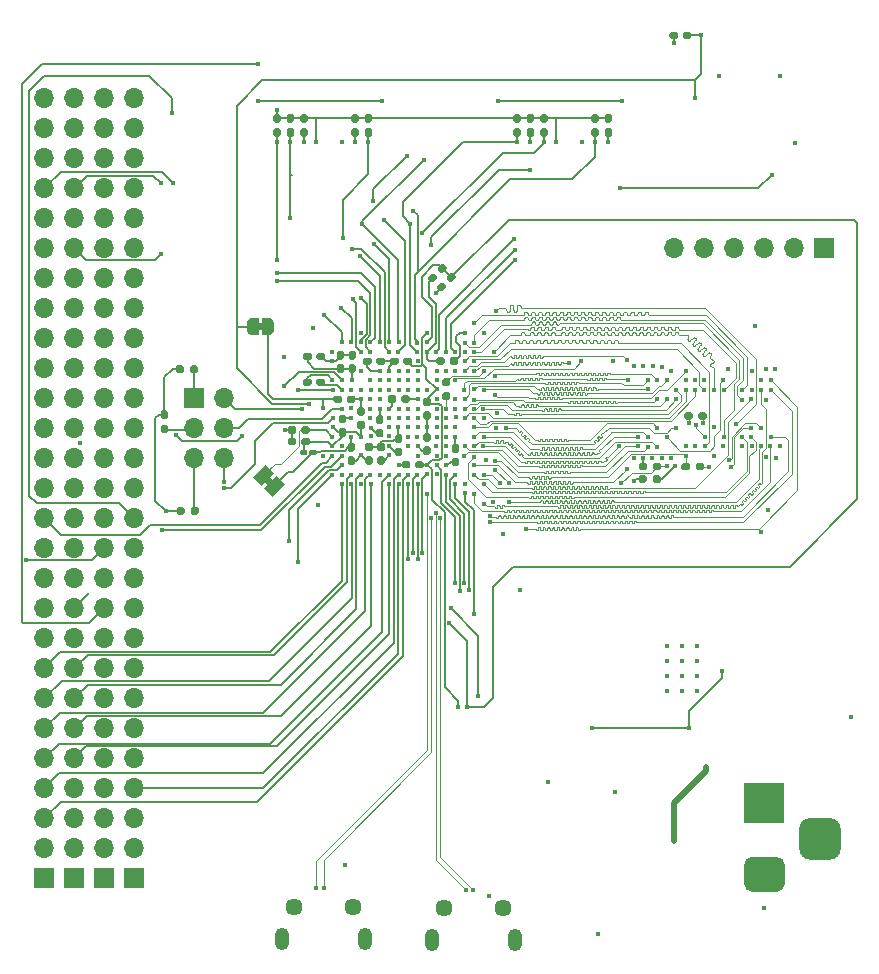
<source format=gbr>
%TF.GenerationSoftware,KiCad,Pcbnew,(5.1.8-0-10_14)*%
%TF.CreationDate,2020-12-07T13:54:23+00:00*%
%TF.ProjectId,STM32MP1_TestBoard,53544d33-324d-4503-915f-54657374426f,rev?*%
%TF.SameCoordinates,Original*%
%TF.FileFunction,Copper,L4,Bot*%
%TF.FilePolarity,Positive*%
%FSLAX46Y46*%
G04 Gerber Fmt 4.6, Leading zero omitted, Abs format (unit mm)*
G04 Created by KiCad (PCBNEW (5.1.8-0-10_14)) date 2020-12-07 13:54:23*
%MOMM*%
%LPD*%
G01*
G04 APERTURE LIST*
%TA.AperFunction,EtchedComponent*%
%ADD10C,0.100000*%
%TD*%
%TA.AperFunction,ComponentPad*%
%ADD11R,3.500000X3.500000*%
%TD*%
%TA.AperFunction,ComponentPad*%
%ADD12O,1.200000X1.900000*%
%TD*%
%TA.AperFunction,ComponentPad*%
%ADD13C,1.450000*%
%TD*%
%TA.AperFunction,ComponentPad*%
%ADD14O,1.700000X1.700000*%
%TD*%
%TA.AperFunction,ComponentPad*%
%ADD15R,1.700000X1.700000*%
%TD*%
%TA.AperFunction,SMDPad,CuDef*%
%ADD16C,0.100000*%
%TD*%
%TA.AperFunction,ViaPad*%
%ADD17C,0.450000*%
%TD*%
%TA.AperFunction,Conductor*%
%ADD18C,0.200000*%
%TD*%
%TA.AperFunction,Conductor*%
%ADD19C,0.090000*%
%TD*%
%TA.AperFunction,Conductor*%
%ADD20C,0.150000*%
%TD*%
%TA.AperFunction,Conductor*%
%ADD21C,0.100000*%
%TD*%
%TA.AperFunction,Conductor*%
%ADD22C,0.500000*%
%TD*%
G04 APERTURE END LIST*
D10*
%TO.C,JP4*%
G36*
X148147872Y-108592536D02*
G01*
X148501426Y-108946090D01*
X148925690Y-108521826D01*
X148572136Y-108168272D01*
X148147872Y-108592536D01*
G37*
%TO.C,JP5*%
G36*
X148078000Y-95804000D02*
G01*
X147578000Y-95804000D01*
X147578000Y-95204000D01*
X148078000Y-95204000D01*
X148078000Y-95804000D01*
G37*
%TD*%
%TO.P,J9,3*%
%TO.N,N/C*%
%TA.AperFunction,ComponentPad*%
G36*
G01*
X196075000Y-140640000D02*
X194325000Y-140640000D01*
G75*
G02*
X193450000Y-139765000I0J875000D01*
G01*
X193450000Y-138015000D01*
G75*
G02*
X194325000Y-137140000I875000J0D01*
G01*
X196075000Y-137140000D01*
G75*
G02*
X196950000Y-138015000I0J-875000D01*
G01*
X196950000Y-139765000D01*
G75*
G02*
X196075000Y-140640000I-875000J0D01*
G01*
G37*
%TD.AperFunction*%
%TO.P,J9,2*%
%TO.N,GNDS*%
%TA.AperFunction,ComponentPad*%
G36*
G01*
X191500000Y-143390000D02*
X189500000Y-143390000D01*
G75*
G02*
X188750000Y-142640000I0J750000D01*
G01*
X188750000Y-141140000D01*
G75*
G02*
X189500000Y-140390000I750000J0D01*
G01*
X191500000Y-140390000D01*
G75*
G02*
X192250000Y-141140000I0J-750000D01*
G01*
X192250000Y-142640000D01*
G75*
G02*
X191500000Y-143390000I-750000J0D01*
G01*
G37*
%TD.AperFunction*%
D11*
%TO.P,J9,1*%
%TO.N,Net-(D2-Pad2)*%
X190500000Y-135890000D03*
%TD*%
%TO.P,R2,1*%
%TO.N,/PSU/1.35V_VDDCORE*%
%TA.AperFunction,SMDPad,CuDef*%
G36*
G01*
X179842200Y-107513100D02*
X179842200Y-107193100D01*
G75*
G02*
X180002200Y-107033100I160000J0D01*
G01*
X180397200Y-107033100D01*
G75*
G02*
X180557200Y-107193100I0J-160000D01*
G01*
X180557200Y-107513100D01*
G75*
G02*
X180397200Y-107673100I-160000J0D01*
G01*
X180002200Y-107673100D01*
G75*
G02*
X179842200Y-107513100I0J160000D01*
G01*
G37*
%TD.AperFunction*%
%TO.P,R2,2*%
%TO.N,/DDR/DDR_VREF*%
%TA.AperFunction,SMDPad,CuDef*%
G36*
G01*
X181037200Y-107513100D02*
X181037200Y-107193100D01*
G75*
G02*
X181197200Y-107033100I160000J0D01*
G01*
X181592200Y-107033100D01*
G75*
G02*
X181752200Y-107193100I0J-160000D01*
G01*
X181752200Y-107513100D01*
G75*
G02*
X181592200Y-107673100I-160000J0D01*
G01*
X181197200Y-107673100D01*
G75*
G02*
X181037200Y-107513100I0J160000D01*
G01*
G37*
%TD.AperFunction*%
%TD*%
%TO.P,R11,1*%
%TO.N,Net-(R11-Pad1)*%
%TA.AperFunction,SMDPad,CuDef*%
G36*
G01*
X181752200Y-108259900D02*
X181752200Y-108579900D01*
G75*
G02*
X181592200Y-108739900I-160000J0D01*
G01*
X181197200Y-108739900D01*
G75*
G02*
X181037200Y-108579900I0J160000D01*
G01*
X181037200Y-108259900D01*
G75*
G02*
X181197200Y-108099900I160000J0D01*
G01*
X181592200Y-108099900D01*
G75*
G02*
X181752200Y-108259900I0J-160000D01*
G01*
G37*
%TD.AperFunction*%
%TO.P,R11,2*%
%TO.N,GNDS*%
%TA.AperFunction,SMDPad,CuDef*%
G36*
G01*
X180557200Y-108259900D02*
X180557200Y-108579900D01*
G75*
G02*
X180397200Y-108739900I-160000J0D01*
G01*
X180002200Y-108739900D01*
G75*
G02*
X179842200Y-108579900I0J160000D01*
G01*
X179842200Y-108259900D01*
G75*
G02*
X180002200Y-108099900I160000J0D01*
G01*
X180397200Y-108099900D01*
G75*
G02*
X180557200Y-108259900I0J-160000D01*
G01*
G37*
%TD.AperFunction*%
%TD*%
%TO.P,R14,1*%
%TO.N,/DDR/DDR_CLK_P*%
%TA.AperFunction,SMDPad,CuDef*%
G36*
G01*
X185625700Y-102913200D02*
X185625700Y-103233200D01*
G75*
G02*
X185465700Y-103393200I-160000J0D01*
G01*
X185070700Y-103393200D01*
G75*
G02*
X184910700Y-103233200I0J160000D01*
G01*
X184910700Y-102913200D01*
G75*
G02*
X185070700Y-102753200I160000J0D01*
G01*
X185465700Y-102753200D01*
G75*
G02*
X185625700Y-102913200I0J-160000D01*
G01*
G37*
%TD.AperFunction*%
%TO.P,R14,2*%
%TO.N,/DDR/DDR_CLK_N*%
%TA.AperFunction,SMDPad,CuDef*%
G36*
G01*
X184430700Y-102913200D02*
X184430700Y-103233200D01*
G75*
G02*
X184270700Y-103393200I-160000J0D01*
G01*
X183875700Y-103393200D01*
G75*
G02*
X183715700Y-103233200I0J160000D01*
G01*
X183715700Y-102913200D01*
G75*
G02*
X183875700Y-102753200I160000J0D01*
G01*
X184270700Y-102753200D01*
G75*
G02*
X184430700Y-102913200I0J-160000D01*
G01*
G37*
%TD.AperFunction*%
%TD*%
%TO.P,R6,1*%
%TO.N,/DDR/DDR_CKE*%
%TA.AperFunction,SMDPad,CuDef*%
G36*
G01*
X183474400Y-107525800D02*
X183474400Y-107205800D01*
G75*
G02*
X183634400Y-107045800I160000J0D01*
G01*
X184029400Y-107045800D01*
G75*
G02*
X184189400Y-107205800I0J-160000D01*
G01*
X184189400Y-107525800D01*
G75*
G02*
X184029400Y-107685800I-160000J0D01*
G01*
X183634400Y-107685800D01*
G75*
G02*
X183474400Y-107525800I0J160000D01*
G01*
G37*
%TD.AperFunction*%
%TO.P,R6,2*%
%TO.N,GNDS*%
%TA.AperFunction,SMDPad,CuDef*%
G36*
G01*
X184669400Y-107525800D02*
X184669400Y-107205800D01*
G75*
G02*
X184829400Y-107045800I160000J0D01*
G01*
X185224400Y-107045800D01*
G75*
G02*
X185384400Y-107205800I0J-160000D01*
G01*
X185384400Y-107525800D01*
G75*
G02*
X185224400Y-107685800I-160000J0D01*
G01*
X184829400Y-107685800D01*
G75*
G02*
X184669400Y-107525800I0J160000D01*
G01*
G37*
%TD.AperFunction*%
%TD*%
D12*
%TO.P,J8,6*%
%TO.N,Net-(J8-Pad6)*%
X156687400Y-147338300D03*
X149687400Y-147338300D03*
D13*
X155687400Y-144638300D03*
X150687400Y-144638300D03*
%TD*%
D14*
%TO.P,J7,6*%
%TO.N,/GPIO/DSI_D0_N*%
X182880000Y-88900000D03*
%TO.P,J7,5*%
%TO.N,/GPIO/DSI_D0_P*%
X185420000Y-88900000D03*
%TO.P,J7,4*%
%TO.N,/GPIO/DSI_CK_N*%
X187960000Y-88900000D03*
%TO.P,J7,3*%
%TO.N,/GPIO/DSI_CK_P*%
X190500000Y-88900000D03*
%TO.P,J7,2*%
%TO.N,/GPIO/DSI_D1_N*%
X193040000Y-88900000D03*
D15*
%TO.P,J7,1*%
%TO.N,/GPIO/DSI_D1_P*%
X195580000Y-88900000D03*
%TD*%
D14*
%TO.P,J5,6*%
%TO.N,Net-(J5-Pad6)*%
X144780000Y-106680000D03*
%TO.P,J5,5*%
%TO.N,Net-(J5-Pad5)*%
X142240000Y-106680000D03*
%TO.P,J5,4*%
%TO.N,Net-(J5-Pad4)*%
X144780000Y-104140000D03*
%TO.P,J5,3*%
%TO.N,Net-(J5-Pad3)*%
X142240000Y-104140000D03*
%TO.P,J5,2*%
%TO.N,Net-(J5-Pad2)*%
X144780000Y-101600000D03*
D15*
%TO.P,J5,1*%
%TO.N,Net-(J5-Pad1)*%
X142240000Y-101600000D03*
%TD*%
D14*
%TO.P,J4,27*%
%TO.N,Net-(J4-Pad27)*%
X129540000Y-76200000D03*
%TO.P,J4,26*%
%TO.N,Net-(J4-Pad26)*%
X129540000Y-78740000D03*
%TO.P,J4,25*%
%TO.N,Net-(J4-Pad25)*%
X129540000Y-81280000D03*
%TO.P,J4,24*%
%TO.N,/GPIO/PC8*%
X129540000Y-83820000D03*
%TO.P,J4,23*%
%TO.N,/GPIO/PC12*%
X129540000Y-86360000D03*
%TO.P,J4,22*%
%TO.N,/GPIO/PB14*%
X129540000Y-88900000D03*
%TO.P,J4,21*%
%TO.N,/GPIO/PA9*%
X129540000Y-91440000D03*
%TO.P,J4,20*%
%TO.N,/GPIO/PD5*%
X129540000Y-93980000D03*
%TO.P,J4,19*%
%TO.N,/GPIO/PE3*%
X129540000Y-96520000D03*
%TO.P,J4,18*%
%TO.N,/GPIO/PD7*%
X129540000Y-99060000D03*
%TO.P,J4,17*%
%TO.N,/GPIO/PG15*%
X129540000Y-101600000D03*
%TO.P,J4,16*%
%TO.N,/GPIO/PE14*%
X129540000Y-104140000D03*
%TO.P,J4,15*%
%TO.N,/GPIO/PG12*%
X129540000Y-106680000D03*
%TO.P,J4,14*%
%TO.N,/GPIO/PD9*%
X129540000Y-109220000D03*
%TO.P,J4,13*%
%TO.N,/GPIO/PA3*%
X129540000Y-111760000D03*
%TO.P,J4,12*%
%TO.N,/GPIO/PA5*%
X129540000Y-114300000D03*
%TO.P,J4,11*%
%TO.N,/GPIO/PE2*%
X129540000Y-116840000D03*
%TO.P,J4,10*%
%TO.N,/GPIO/PG13*%
X129540000Y-119380000D03*
%TO.P,J4,9*%
%TO.N,/GPIO/PB1*%
X129540000Y-121920000D03*
%TO.P,J4,8*%
%TO.N,/GPIO/PA1*%
X129540000Y-124460000D03*
%TO.P,J4,7*%
%TO.N,/GPIO/PF11*%
X129540000Y-127000000D03*
%TO.P,J4,6*%
%TO.N,/GPIO/PC0*%
X129540000Y-129540000D03*
%TO.P,J4,5*%
%TO.N,/GPIO/PB5*%
X129540000Y-132080000D03*
%TO.P,J4,4*%
%TO.N,/GPIO/PB13*%
X129540000Y-134620000D03*
%TO.P,J4,3*%
%TO.N,/GPIO/PE7*%
X129540000Y-137160000D03*
%TO.P,J4,2*%
%TO.N,/GPIO/PE8*%
X129540000Y-139700000D03*
D15*
%TO.P,J4,1*%
%TO.N,/GPIO/PG9*%
X129540000Y-142240000D03*
%TD*%
D14*
%TO.P,J3,27*%
%TO.N,Net-(J3-Pad27)*%
X132080000Y-76200000D03*
%TO.P,J3,26*%
%TO.N,Net-(J3-Pad26)*%
X132080000Y-78740000D03*
%TO.P,J3,25*%
%TO.N,Net-(J3-Pad25)*%
X132080000Y-81280000D03*
%TO.P,J3,24*%
%TO.N,/GPIO/PC10*%
X132080000Y-83820000D03*
%TO.P,J3,23*%
%TO.N,/GPIO/PC6*%
X132080000Y-86360000D03*
%TO.P,J3,22*%
%TO.N,/GPIO/PB9*%
X132080000Y-88900000D03*
%TO.P,J3,21*%
%TO.N,/GPIO/PB3*%
X132080000Y-91440000D03*
%TO.P,J3,20*%
%TO.N,/GPIO/PG6*%
X132080000Y-93980000D03*
%TO.P,J3,19*%
%TO.N,/GPIO/PB7*%
X132080000Y-96520000D03*
%TO.P,J3,18*%
%TO.N,/GPIO/PE0*%
X132080000Y-99060000D03*
%TO.P,J3,17*%
%TO.N,/GPIO/PE1*%
X132080000Y-101600000D03*
%TO.P,J3,16*%
%TO.N,/GPIO/PE12*%
X132080000Y-104140000D03*
%TO.P,J3,15*%
%TO.N,/GPIO/PD8*%
X132080000Y-106680000D03*
%TO.P,J3,14*%
%TO.N,/GPIO/PC14*%
X132080000Y-109220000D03*
%TO.P,J3,13*%
%TO.N,/GPIO/PH0*%
X132080000Y-111760000D03*
%TO.P,J3,12*%
%TO.N,/GPIO/PA14*%
X132080000Y-114300000D03*
%TO.P,J3,11*%
%TO.N,/GPIO/PC2*%
X132080000Y-116840000D03*
%TO.P,J3,10*%
%TO.N,/GPIO/PB11*%
X132080000Y-119380000D03*
%TO.P,J3,9*%
%TO.N,/GPIO/PB0*%
X132080000Y-121920000D03*
%TO.P,J3,8*%
%TO.N,/GPIO/PA6*%
X132080000Y-124460000D03*
%TO.P,J3,7*%
%TO.N,/GPIO/PA7*%
X132080000Y-127000000D03*
%TO.P,J3,6*%
%TO.N,/GPIO/PG8*%
X132080000Y-129540000D03*
%TO.P,J3,5*%
%TO.N,/GPIO/PF10*%
X132080000Y-132080000D03*
%TO.P,J3,4*%
%TO.N,/GPIO/PF6*%
X132080000Y-134620000D03*
%TO.P,J3,3*%
%TO.N,/GPIO/PE10*%
X132080000Y-137160000D03*
%TO.P,J3,2*%
%TO.N,/GPIO/PD13*%
X132080000Y-139700000D03*
D15*
%TO.P,J3,1*%
%TO.N,/GPIO/PA10*%
X132080000Y-142240000D03*
%TD*%
D14*
%TO.P,J2,27*%
%TO.N,Net-(J2-Pad27)*%
X134620000Y-76200000D03*
%TO.P,J2,26*%
%TO.N,Net-(J2-Pad26)*%
X134620000Y-78740000D03*
%TO.P,J2,25*%
%TO.N,/GPIO/PC11*%
X134620000Y-81280000D03*
%TO.P,J2,24*%
%TO.N,/GPIO/PC9*%
X134620000Y-83820000D03*
%TO.P,J2,23*%
%TO.N,/GPIO/PC7*%
X134620000Y-86360000D03*
%TO.P,J2,22*%
%TO.N,/GPIO/PB15*%
X134620000Y-88900000D03*
%TO.P,J2,21*%
%TO.N,/GPIO/PE5*%
X134620000Y-91440000D03*
%TO.P,J2,20*%
%TO.N,/GPIO/PD3*%
X134620000Y-93980000D03*
%TO.P,J2,19*%
%TO.N,/GPIO/PD10*%
X134620000Y-96520000D03*
%TO.P,J2,18*%
%TO.N,/GPIO/PD0*%
X134620000Y-99060000D03*
%TO.P,J2,17*%
%TO.N,/GPIO/PE13*%
X134620000Y-101600000D03*
%TO.P,J2,16*%
%TO.N,/GPIO/PE15*%
X134620000Y-104140000D03*
%TO.P,J2,15*%
%TO.N,/GPIO/PD14*%
X134620000Y-106680000D03*
%TO.P,J2,14*%
%TO.N,/GPIO/PC15*%
X134620000Y-109220000D03*
%TO.P,J2,13*%
%TO.N,/GPIO/PH1*%
X134620000Y-111760000D03*
%TO.P,J2,12*%
%TO.N,/GPIO/PA0*%
X134620000Y-114300000D03*
%TO.P,J2,11*%
%TO.N,/GPIO/PC3*%
X134620000Y-116840000D03*
%TO.P,J2,10*%
%TO.N,/GPIO/PC1*%
X134620000Y-119380000D03*
%TO.P,J2,9*%
%TO.N,/GPIO/PC5*%
X134620000Y-121920000D03*
%TO.P,J2,8*%
%TO.N,/GPIO/PB12*%
X134620000Y-124460000D03*
%TO.P,J2,7*%
%TO.N,/GPIO/PG11*%
X134620000Y-127000000D03*
%TO.P,J2,6*%
%TO.N,/GPIO/PG10*%
X134620000Y-129540000D03*
%TO.P,J2,5*%
%TO.N,/GPIO/PD11*%
X134620000Y-132080000D03*
%TO.P,J2,4*%
%TO.N,/GPIO/PF9*%
X134620000Y-134620000D03*
%TO.P,J2,3*%
%TO.N,/GPIO/PG7*%
X134620000Y-137160000D03*
%TO.P,J2,2*%
%TO.N,/GPIO/PB6*%
X134620000Y-139700000D03*
D15*
%TO.P,J2,1*%
%TO.N,/GPIO/PA12*%
X134620000Y-142240000D03*
%TD*%
D14*
%TO.P,J1,27*%
%TO.N,Net-(J1-Pad27)*%
X137160000Y-76200000D03*
%TO.P,J1,26*%
%TO.N,Net-(J1-Pad26)*%
X137160000Y-78740000D03*
%TO.P,J1,25*%
%TO.N,/GPIO/PE4*%
X137160000Y-81280000D03*
%TO.P,J1,24*%
%TO.N,/GPIO/PD2*%
X137160000Y-83820000D03*
%TO.P,J1,23*%
%TO.N,/GPIO/PB4*%
X137160000Y-86360000D03*
%TO.P,J1,22*%
%TO.N,/GPIO/PA8*%
X137160000Y-88900000D03*
%TO.P,J1,21*%
%TO.N,/GPIO/PA15*%
X137160000Y-91440000D03*
%TO.P,J1,20*%
%TO.N,/GPIO/PD4*%
X137160000Y-93980000D03*
%TO.P,J1,19*%
%TO.N,/GPIO/PD1*%
X137160000Y-96520000D03*
%TO.P,J1,18*%
%TO.N,/GPIO/PE6*%
X137160000Y-99060000D03*
%TO.P,J1,17*%
%TO.N,/GPIO/PE11*%
X137160000Y-101600000D03*
%TO.P,J1,16*%
%TO.N,/GPIO/PD6*%
X137160000Y-104140000D03*
%TO.P,J1,15*%
%TO.N,/GPIO/PD15*%
X137160000Y-106680000D03*
%TO.P,J1,14*%
%TO.N,/GPIO/PC13*%
X137160000Y-109220000D03*
%TO.P,J1,13*%
%TO.N,/GPIO/BOOT_STATUS*%
X137160000Y-111760000D03*
%TO.P,J1,12*%
%TO.N,/GPIO/PA4*%
X137160000Y-114300000D03*
%TO.P,J1,11*%
%TO.N,/GPIO/PG14*%
X137160000Y-116840000D03*
%TO.P,J1,10*%
%TO.N,/GPIO/PA2*%
X137160000Y-119380000D03*
%TO.P,J1,9*%
%TO.N,/GPIO/PC4*%
X137160000Y-121920000D03*
%TO.P,J1,8*%
%TO.N,/GPIO/PB10*%
X137160000Y-124460000D03*
%TO.P,J1,7*%
%TO.N,/GPIO/PB8*%
X137160000Y-127000000D03*
%TO.P,J1,6*%
%TO.N,/GPIO/PE9*%
X137160000Y-129540000D03*
%TO.P,J1,5*%
%TO.N,/GPIO/PF7*%
X137160000Y-132080000D03*
%TO.P,J1,4*%
%TO.N,/GPIO/PF8*%
X137160000Y-134620000D03*
%TO.P,J1,3*%
%TO.N,/GPIO/PD12*%
X137160000Y-137160000D03*
%TO.P,J1,2*%
%TO.N,/GPIO/PB2*%
X137160000Y-139700000D03*
D15*
%TO.P,J1,1*%
%TO.N,/GPIO/PA11*%
X137160000Y-142240000D03*
%TD*%
%TO.P,C69,1*%
%TO.N,Net-(C69-Pad1)*%
%TA.AperFunction,SMDPad,CuDef*%
G36*
G01*
X162704500Y-98580000D02*
X162704500Y-98270000D01*
G75*
G02*
X162859500Y-98115000I155000J0D01*
G01*
X163284500Y-98115000D01*
G75*
G02*
X163439500Y-98270000I0J-155000D01*
G01*
X163439500Y-98580000D01*
G75*
G02*
X163284500Y-98735000I-155000J0D01*
G01*
X162859500Y-98735000D01*
G75*
G02*
X162704500Y-98580000I0J155000D01*
G01*
G37*
%TD.AperFunction*%
%TO.P,C69,2*%
%TO.N,Net-(C69-Pad2)*%
%TA.AperFunction,SMDPad,CuDef*%
G36*
G01*
X163839500Y-98580000D02*
X163839500Y-98270000D01*
G75*
G02*
X163994500Y-98115000I155000J0D01*
G01*
X164419500Y-98115000D01*
G75*
G02*
X164574500Y-98270000I0J-155000D01*
G01*
X164574500Y-98580000D01*
G75*
G02*
X164419500Y-98735000I-155000J0D01*
G01*
X163994500Y-98735000D01*
G75*
G02*
X163839500Y-98580000I0J155000D01*
G01*
G37*
%TD.AperFunction*%
%TD*%
%TO.P,C70,1*%
%TO.N,/PSU/1V8_DETECT*%
%TA.AperFunction,SMDPad,CuDef*%
G36*
G01*
X163365544Y-90224753D02*
X163584747Y-90443956D01*
G75*
G02*
X163584747Y-90663160I-109602J-109602D01*
G01*
X163284226Y-90963681D01*
G75*
G02*
X163065022Y-90963681I-109602J109602D01*
G01*
X162845819Y-90744478D01*
G75*
G02*
X162845819Y-90525274I109602J109602D01*
G01*
X163146340Y-90224753D01*
G75*
G02*
X163365544Y-90224753I109602J-109602D01*
G01*
G37*
%TD.AperFunction*%
%TO.P,C70,2*%
%TO.N,Net-(C69-Pad1)*%
%TA.AperFunction,SMDPad,CuDef*%
G36*
G01*
X162562978Y-91027319D02*
X162782181Y-91246522D01*
G75*
G02*
X162782181Y-91465726I-109602J-109602D01*
G01*
X162481660Y-91766247D01*
G75*
G02*
X162262456Y-91766247I-109602J109602D01*
G01*
X162043253Y-91547044D01*
G75*
G02*
X162043253Y-91327840I109602J109602D01*
G01*
X162343774Y-91027319D01*
G75*
G02*
X162562978Y-91027319I109602J-109602D01*
G01*
G37*
%TD.AperFunction*%
%TD*%
%TO.P,L3,1*%
%TO.N,/DebugInterface1/3.3V_VDD*%
%TA.AperFunction,SMDPad,CuDef*%
G36*
G01*
X151165900Y-106272000D02*
X151165900Y-106072000D01*
G75*
G02*
X151265900Y-105972000I100000J0D01*
G01*
X151700900Y-105972000D01*
G75*
G02*
X151800900Y-106072000I0J-100000D01*
G01*
X151800900Y-106272000D01*
G75*
G02*
X151700900Y-106372000I-100000J0D01*
G01*
X151265900Y-106372000D01*
G75*
G02*
X151165900Y-106272000I0J100000D01*
G01*
G37*
%TD.AperFunction*%
%TO.P,L3,2*%
%TO.N,Net-(C12-Pad2)*%
%TA.AperFunction,SMDPad,CuDef*%
G36*
G01*
X151980900Y-106272000D02*
X151980900Y-106072000D01*
G75*
G02*
X152080900Y-105972000I100000J0D01*
G01*
X152515900Y-105972000D01*
G75*
G02*
X152615900Y-106072000I0J-100000D01*
G01*
X152615900Y-106272000D01*
G75*
G02*
X152515900Y-106372000I-100000J0D01*
G01*
X152080900Y-106372000D01*
G75*
G02*
X151980900Y-106272000I0J100000D01*
G01*
G37*
%TD.AperFunction*%
%TD*%
%TA.AperFunction,SMDPad,CuDef*%
D16*
%TO.P,JP4,1*%
%TO.N,Net-(C14-Pad2)*%
G36*
X147193279Y-108274339D02*
G01*
X148253939Y-107213679D01*
X148961045Y-107920785D01*
X147900385Y-108981445D01*
X147193279Y-108274339D01*
G37*
%TD.AperFunction*%
%TA.AperFunction,SMDPad,CuDef*%
%TO.P,JP4,2*%
%TO.N,Net-(C12-Pad2)*%
G36*
X148112517Y-109193577D02*
G01*
X149173177Y-108132917D01*
X149880283Y-108840023D01*
X148819623Y-109900683D01*
X148112517Y-109193577D01*
G37*
%TD.AperFunction*%
%TD*%
%TO.P,C33,1*%
%TO.N,/DebugInterface1/3.3V_VDD*%
%TA.AperFunction,SMDPad,CuDef*%
G36*
G01*
X156492000Y-104211400D02*
X156182000Y-104211400D01*
G75*
G02*
X156027000Y-104056400I0J155000D01*
G01*
X156027000Y-103631400D01*
G75*
G02*
X156182000Y-103476400I155000J0D01*
G01*
X156492000Y-103476400D01*
G75*
G02*
X156647000Y-103631400I0J-155000D01*
G01*
X156647000Y-104056400D01*
G75*
G02*
X156492000Y-104211400I-155000J0D01*
G01*
G37*
%TD.AperFunction*%
%TO.P,C33,2*%
%TO.N,GNDS*%
%TA.AperFunction,SMDPad,CuDef*%
G36*
G01*
X156492000Y-103076400D02*
X156182000Y-103076400D01*
G75*
G02*
X156027000Y-102921400I0J155000D01*
G01*
X156027000Y-102496400D01*
G75*
G02*
X156182000Y-102341400I155000J0D01*
G01*
X156492000Y-102341400D01*
G75*
G02*
X156647000Y-102496400I0J-155000D01*
G01*
X156647000Y-102921400D01*
G75*
G02*
X156492000Y-103076400I-155000J0D01*
G01*
G37*
%TD.AperFunction*%
%TD*%
%TO.P,C32,1*%
%TO.N,/PSU/1.35V_VDDCORE*%
%TA.AperFunction,SMDPad,CuDef*%
G36*
G01*
X159382400Y-104627400D02*
X159692400Y-104627400D01*
G75*
G02*
X159847400Y-104782400I0J-155000D01*
G01*
X159847400Y-105207400D01*
G75*
G02*
X159692400Y-105362400I-155000J0D01*
G01*
X159382400Y-105362400D01*
G75*
G02*
X159227400Y-105207400I0J155000D01*
G01*
X159227400Y-104782400D01*
G75*
G02*
X159382400Y-104627400I155000J0D01*
G01*
G37*
%TD.AperFunction*%
%TO.P,C32,2*%
%TO.N,GNDS*%
%TA.AperFunction,SMDPad,CuDef*%
G36*
G01*
X159382400Y-105762400D02*
X159692400Y-105762400D01*
G75*
G02*
X159847400Y-105917400I0J-155000D01*
G01*
X159847400Y-106342400D01*
G75*
G02*
X159692400Y-106497400I-155000J0D01*
G01*
X159382400Y-106497400D01*
G75*
G02*
X159227400Y-106342400I0J155000D01*
G01*
X159227400Y-105917400D01*
G75*
G02*
X159382400Y-105762400I155000J0D01*
G01*
G37*
%TD.AperFunction*%
%TD*%
%TO.P,C31,1*%
%TO.N,/DebugInterface1/3.3V_VDD*%
%TA.AperFunction,SMDPad,CuDef*%
G36*
G01*
X152014200Y-105102600D02*
X152014200Y-105412600D01*
G75*
G02*
X151859200Y-105567600I-155000J0D01*
G01*
X151434200Y-105567600D01*
G75*
G02*
X151279200Y-105412600I0J155000D01*
G01*
X151279200Y-105102600D01*
G75*
G02*
X151434200Y-104947600I155000J0D01*
G01*
X151859200Y-104947600D01*
G75*
G02*
X152014200Y-105102600I0J-155000D01*
G01*
G37*
%TD.AperFunction*%
%TO.P,C31,2*%
%TO.N,GNDS*%
%TA.AperFunction,SMDPad,CuDef*%
G36*
G01*
X150879200Y-105102600D02*
X150879200Y-105412600D01*
G75*
G02*
X150724200Y-105567600I-155000J0D01*
G01*
X150299200Y-105567600D01*
G75*
G02*
X150144200Y-105412600I0J155000D01*
G01*
X150144200Y-105102600D01*
G75*
G02*
X150299200Y-104947600I155000J0D01*
G01*
X150724200Y-104947600D01*
G75*
G02*
X150879200Y-105102600I0J-155000D01*
G01*
G37*
%TD.AperFunction*%
%TD*%
%TO.P,C34,1*%
%TO.N,/PSU/1.35V_VDDCORE*%
%TA.AperFunction,SMDPad,CuDef*%
G36*
G01*
X155755400Y-99436200D02*
X155445400Y-99436200D01*
G75*
G02*
X155290400Y-99281200I0J155000D01*
G01*
X155290400Y-98856200D01*
G75*
G02*
X155445400Y-98701200I155000J0D01*
G01*
X155755400Y-98701200D01*
G75*
G02*
X155910400Y-98856200I0J-155000D01*
G01*
X155910400Y-99281200D01*
G75*
G02*
X155755400Y-99436200I-155000J0D01*
G01*
G37*
%TD.AperFunction*%
%TO.P,C34,2*%
%TO.N,GNDS*%
%TA.AperFunction,SMDPad,CuDef*%
G36*
G01*
X155755400Y-98301200D02*
X155445400Y-98301200D01*
G75*
G02*
X155290400Y-98146200I0J155000D01*
G01*
X155290400Y-97721200D01*
G75*
G02*
X155445400Y-97566200I155000J0D01*
G01*
X155755400Y-97566200D01*
G75*
G02*
X155910400Y-97721200I0J-155000D01*
G01*
X155910400Y-98146200D01*
G75*
G02*
X155755400Y-98301200I-155000J0D01*
G01*
G37*
%TD.AperFunction*%
%TD*%
%TO.P,C12,1*%
%TO.N,GNDS*%
%TA.AperFunction,SMDPad,CuDef*%
G36*
G01*
X155679200Y-107234000D02*
X155369200Y-107234000D01*
G75*
G02*
X155214200Y-107079000I0J155000D01*
G01*
X155214200Y-106654000D01*
G75*
G02*
X155369200Y-106499000I155000J0D01*
G01*
X155679200Y-106499000D01*
G75*
G02*
X155834200Y-106654000I0J-155000D01*
G01*
X155834200Y-107079000D01*
G75*
G02*
X155679200Y-107234000I-155000J0D01*
G01*
G37*
%TD.AperFunction*%
%TO.P,C12,2*%
%TO.N,Net-(C12-Pad2)*%
%TA.AperFunction,SMDPad,CuDef*%
G36*
G01*
X155679200Y-106099000D02*
X155369200Y-106099000D01*
G75*
G02*
X155214200Y-105944000I0J155000D01*
G01*
X155214200Y-105519000D01*
G75*
G02*
X155369200Y-105364000I155000J0D01*
G01*
X155679200Y-105364000D01*
G75*
G02*
X155834200Y-105519000I0J-155000D01*
G01*
X155834200Y-105944000D01*
G75*
G02*
X155679200Y-106099000I-155000J0D01*
G01*
G37*
%TD.AperFunction*%
%TD*%
%TO.P,C7,1*%
%TO.N,/PSU/1V8_DETECT*%
%TA.AperFunction,SMDPad,CuDef*%
G36*
G01*
X164127544Y-90986753D02*
X164346747Y-91205956D01*
G75*
G02*
X164346747Y-91425160I-109602J-109602D01*
G01*
X164046226Y-91725681D01*
G75*
G02*
X163827022Y-91725681I-109602J109602D01*
G01*
X163607819Y-91506478D01*
G75*
G02*
X163607819Y-91287274I109602J109602D01*
G01*
X163908340Y-90986753D01*
G75*
G02*
X164127544Y-90986753I109602J-109602D01*
G01*
G37*
%TD.AperFunction*%
%TO.P,C7,2*%
%TO.N,GNDS*%
%TA.AperFunction,SMDPad,CuDef*%
G36*
G01*
X163324978Y-91789319D02*
X163544181Y-92008522D01*
G75*
G02*
X163544181Y-92227726I-109602J-109602D01*
G01*
X163243660Y-92528247D01*
G75*
G02*
X163024456Y-92528247I-109602J109602D01*
G01*
X162805253Y-92309044D01*
G75*
G02*
X162805253Y-92089840I109602J109602D01*
G01*
X163105774Y-91789319D01*
G75*
G02*
X163324978Y-91789319I109602J-109602D01*
G01*
G37*
%TD.AperFunction*%
%TD*%
%TO.P,C35,1*%
%TO.N,/PSU/1.35V_VDDCORE*%
%TA.AperFunction,SMDPad,CuDef*%
G36*
G01*
X153309600Y-100073400D02*
X153309600Y-100383400D01*
G75*
G02*
X153154600Y-100538400I-155000J0D01*
G01*
X152729600Y-100538400D01*
G75*
G02*
X152574600Y-100383400I0J155000D01*
G01*
X152574600Y-100073400D01*
G75*
G02*
X152729600Y-99918400I155000J0D01*
G01*
X153154600Y-99918400D01*
G75*
G02*
X153309600Y-100073400I0J-155000D01*
G01*
G37*
%TD.AperFunction*%
%TO.P,C35,2*%
%TO.N,GNDS*%
%TA.AperFunction,SMDPad,CuDef*%
G36*
G01*
X152174600Y-100073400D02*
X152174600Y-100383400D01*
G75*
G02*
X152019600Y-100538400I-155000J0D01*
G01*
X151594600Y-100538400D01*
G75*
G02*
X151439600Y-100383400I0J155000D01*
G01*
X151439600Y-100073400D01*
G75*
G02*
X151594600Y-99918400I155000J0D01*
G01*
X152019600Y-99918400D01*
G75*
G02*
X152174600Y-100073400I0J-155000D01*
G01*
G37*
%TD.AperFunction*%
%TD*%
%TO.P,C30,1*%
%TO.N,/PSU/1.35V_VDDCORE*%
%TA.AperFunction,SMDPad,CuDef*%
G36*
G01*
X162080000Y-106395800D02*
X161770000Y-106395800D01*
G75*
G02*
X161615000Y-106240800I0J155000D01*
G01*
X161615000Y-105815800D01*
G75*
G02*
X161770000Y-105660800I155000J0D01*
G01*
X162080000Y-105660800D01*
G75*
G02*
X162235000Y-105815800I0J-155000D01*
G01*
X162235000Y-106240800D01*
G75*
G02*
X162080000Y-106395800I-155000J0D01*
G01*
G37*
%TD.AperFunction*%
%TO.P,C30,2*%
%TO.N,GNDS*%
%TA.AperFunction,SMDPad,CuDef*%
G36*
G01*
X162080000Y-105260800D02*
X161770000Y-105260800D01*
G75*
G02*
X161615000Y-105105800I0J155000D01*
G01*
X161615000Y-104680800D01*
G75*
G02*
X161770000Y-104525800I155000J0D01*
G01*
X162080000Y-104525800D01*
G75*
G02*
X162235000Y-104680800I0J-155000D01*
G01*
X162235000Y-105105800D01*
G75*
G02*
X162080000Y-105260800I-155000J0D01*
G01*
G37*
%TD.AperFunction*%
%TD*%
%TO.P,C29,1*%
%TO.N,/PSU/1.35V_VDDCORE*%
%TA.AperFunction,SMDPad,CuDef*%
G36*
G01*
X157782200Y-103027200D02*
X158092200Y-103027200D01*
G75*
G02*
X158247200Y-103182200I0J-155000D01*
G01*
X158247200Y-103607200D01*
G75*
G02*
X158092200Y-103762200I-155000J0D01*
G01*
X157782200Y-103762200D01*
G75*
G02*
X157627200Y-103607200I0J155000D01*
G01*
X157627200Y-103182200D01*
G75*
G02*
X157782200Y-103027200I155000J0D01*
G01*
G37*
%TD.AperFunction*%
%TO.P,C29,2*%
%TO.N,GNDS*%
%TA.AperFunction,SMDPad,CuDef*%
G36*
G01*
X157782200Y-104162200D02*
X158092200Y-104162200D01*
G75*
G02*
X158247200Y-104317200I0J-155000D01*
G01*
X158247200Y-104742200D01*
G75*
G02*
X158092200Y-104897200I-155000J0D01*
G01*
X157782200Y-104897200D01*
G75*
G02*
X157627200Y-104742200I0J155000D01*
G01*
X157627200Y-104317200D01*
G75*
G02*
X157782200Y-104162200I155000J0D01*
G01*
G37*
%TD.AperFunction*%
%TD*%
%TO.P,C28,1*%
%TO.N,/DebugInterface1/3.3V_VDD*%
%TA.AperFunction,SMDPad,CuDef*%
G36*
G01*
X154942600Y-104846400D02*
X154632600Y-104846400D01*
G75*
G02*
X154477600Y-104691400I0J155000D01*
G01*
X154477600Y-104266400D01*
G75*
G02*
X154632600Y-104111400I155000J0D01*
G01*
X154942600Y-104111400D01*
G75*
G02*
X155097600Y-104266400I0J-155000D01*
G01*
X155097600Y-104691400D01*
G75*
G02*
X154942600Y-104846400I-155000J0D01*
G01*
G37*
%TD.AperFunction*%
%TO.P,C28,2*%
%TO.N,GNDS*%
%TA.AperFunction,SMDPad,CuDef*%
G36*
G01*
X154942600Y-103711400D02*
X154632600Y-103711400D01*
G75*
G02*
X154477600Y-103556400I0J155000D01*
G01*
X154477600Y-103131400D01*
G75*
G02*
X154632600Y-102976400I155000J0D01*
G01*
X154942600Y-102976400D01*
G75*
G02*
X155097600Y-103131400I0J-155000D01*
G01*
X155097600Y-103556400D01*
G75*
G02*
X154942600Y-103711400I-155000J0D01*
G01*
G37*
%TD.AperFunction*%
%TD*%
%TO.P,C27,1*%
%TO.N,/PSU/1.35V_VDDCORE*%
%TA.AperFunction,SMDPad,CuDef*%
G36*
G01*
X156867800Y-105338600D02*
X157177800Y-105338600D01*
G75*
G02*
X157332800Y-105493600I0J-155000D01*
G01*
X157332800Y-105918600D01*
G75*
G02*
X157177800Y-106073600I-155000J0D01*
G01*
X156867800Y-106073600D01*
G75*
G02*
X156712800Y-105918600I0J155000D01*
G01*
X156712800Y-105493600D01*
G75*
G02*
X156867800Y-105338600I155000J0D01*
G01*
G37*
%TD.AperFunction*%
%TO.P,C27,2*%
%TO.N,GNDS*%
%TA.AperFunction,SMDPad,CuDef*%
G36*
G01*
X156867800Y-106473600D02*
X157177800Y-106473600D01*
G75*
G02*
X157332800Y-106628600I0J-155000D01*
G01*
X157332800Y-107053600D01*
G75*
G02*
X157177800Y-107208600I-155000J0D01*
G01*
X156867800Y-107208600D01*
G75*
G02*
X156712800Y-107053600I0J155000D01*
G01*
X156712800Y-106628600D01*
G75*
G02*
X156867800Y-106473600I155000J0D01*
G01*
G37*
%TD.AperFunction*%
%TD*%
%TO.P,C26,1*%
%TO.N,/PSU/1.35V_VDDCORE*%
%TA.AperFunction,SMDPad,CuDef*%
G36*
G01*
X156519600Y-98605400D02*
X156519600Y-98295400D01*
G75*
G02*
X156674600Y-98140400I155000J0D01*
G01*
X157099600Y-98140400D01*
G75*
G02*
X157254600Y-98295400I0J-155000D01*
G01*
X157254600Y-98605400D01*
G75*
G02*
X157099600Y-98760400I-155000J0D01*
G01*
X156674600Y-98760400D01*
G75*
G02*
X156519600Y-98605400I0J155000D01*
G01*
G37*
%TD.AperFunction*%
%TO.P,C26,2*%
%TO.N,GNDS*%
%TA.AperFunction,SMDPad,CuDef*%
G36*
G01*
X157654600Y-98605400D02*
X157654600Y-98295400D01*
G75*
G02*
X157809600Y-98140400I155000J0D01*
G01*
X158234600Y-98140400D01*
G75*
G02*
X158389600Y-98295400I0J-155000D01*
G01*
X158389600Y-98605400D01*
G75*
G02*
X158234600Y-98760400I-155000J0D01*
G01*
X157809600Y-98760400D01*
G75*
G02*
X157654600Y-98605400I0J155000D01*
G01*
G37*
%TD.AperFunction*%
%TD*%
%TO.P,C25,1*%
%TO.N,/DebugInterface1/3.3V_VDD*%
%TA.AperFunction,SMDPad,CuDef*%
G36*
G01*
X161770000Y-101528600D02*
X162080000Y-101528600D01*
G75*
G02*
X162235000Y-101683600I0J-155000D01*
G01*
X162235000Y-102108600D01*
G75*
G02*
X162080000Y-102263600I-155000J0D01*
G01*
X161770000Y-102263600D01*
G75*
G02*
X161615000Y-102108600I0J155000D01*
G01*
X161615000Y-101683600D01*
G75*
G02*
X161770000Y-101528600I155000J0D01*
G01*
G37*
%TD.AperFunction*%
%TO.P,C25,2*%
%TO.N,GNDS*%
%TA.AperFunction,SMDPad,CuDef*%
G36*
G01*
X161770000Y-102663600D02*
X162080000Y-102663600D01*
G75*
G02*
X162235000Y-102818600I0J-155000D01*
G01*
X162235000Y-103243600D01*
G75*
G02*
X162080000Y-103398600I-155000J0D01*
G01*
X161770000Y-103398600D01*
G75*
G02*
X161615000Y-103243600I0J155000D01*
G01*
X161615000Y-102818600D01*
G75*
G02*
X161770000Y-102663600I155000J0D01*
G01*
G37*
%TD.AperFunction*%
%TD*%
%TO.P,C24,1*%
%TO.N,/PSU/1.35V_VDDCORE*%
%TA.AperFunction,SMDPad,CuDef*%
G36*
G01*
X157883800Y-105338600D02*
X158193800Y-105338600D01*
G75*
G02*
X158348800Y-105493600I0J-155000D01*
G01*
X158348800Y-105918600D01*
G75*
G02*
X158193800Y-106073600I-155000J0D01*
G01*
X157883800Y-106073600D01*
G75*
G02*
X157728800Y-105918600I0J155000D01*
G01*
X157728800Y-105493600D01*
G75*
G02*
X157883800Y-105338600I155000J0D01*
G01*
G37*
%TD.AperFunction*%
%TO.P,C24,2*%
%TO.N,GNDS*%
%TA.AperFunction,SMDPad,CuDef*%
G36*
G01*
X157883800Y-106473600D02*
X158193800Y-106473600D01*
G75*
G02*
X158348800Y-106628600I0J-155000D01*
G01*
X158348800Y-107053600D01*
G75*
G02*
X158193800Y-107208600I-155000J0D01*
G01*
X157883800Y-107208600D01*
G75*
G02*
X157728800Y-107053600I0J155000D01*
G01*
X157728800Y-106628600D01*
G75*
G02*
X157883800Y-106473600I155000J0D01*
G01*
G37*
%TD.AperFunction*%
%TD*%
%TO.P,C23,1*%
%TO.N,/PSU/1.35V_VDDCORE*%
%TA.AperFunction,SMDPad,CuDef*%
G36*
G01*
X164183000Y-105465600D02*
X164493000Y-105465600D01*
G75*
G02*
X164648000Y-105620600I0J-155000D01*
G01*
X164648000Y-106045600D01*
G75*
G02*
X164493000Y-106200600I-155000J0D01*
G01*
X164183000Y-106200600D01*
G75*
G02*
X164028000Y-106045600I0J155000D01*
G01*
X164028000Y-105620600D01*
G75*
G02*
X164183000Y-105465600I155000J0D01*
G01*
G37*
%TD.AperFunction*%
%TO.P,C23,2*%
%TO.N,GNDS*%
%TA.AperFunction,SMDPad,CuDef*%
G36*
G01*
X164183000Y-106600600D02*
X164493000Y-106600600D01*
G75*
G02*
X164648000Y-106755600I0J-155000D01*
G01*
X164648000Y-107180600D01*
G75*
G02*
X164493000Y-107335600I-155000J0D01*
G01*
X164183000Y-107335600D01*
G75*
G02*
X164028000Y-107180600I0J155000D01*
G01*
X164028000Y-106755600D01*
G75*
G02*
X164183000Y-106600600I155000J0D01*
G01*
G37*
%TD.AperFunction*%
%TD*%
%TO.P,C22,1*%
%TO.N,/DebugInterface1/3.3V_VDD*%
%TA.AperFunction,SMDPad,CuDef*%
G36*
G01*
X160675600Y-98295400D02*
X160675600Y-98605400D01*
G75*
G02*
X160520600Y-98760400I-155000J0D01*
G01*
X160095600Y-98760400D01*
G75*
G02*
X159940600Y-98605400I0J155000D01*
G01*
X159940600Y-98295400D01*
G75*
G02*
X160095600Y-98140400I155000J0D01*
G01*
X160520600Y-98140400D01*
G75*
G02*
X160675600Y-98295400I0J-155000D01*
G01*
G37*
%TD.AperFunction*%
%TO.P,C22,2*%
%TO.N,GNDS*%
%TA.AperFunction,SMDPad,CuDef*%
G36*
G01*
X159540600Y-98295400D02*
X159540600Y-98605400D01*
G75*
G02*
X159385600Y-98760400I-155000J0D01*
G01*
X158960600Y-98760400D01*
G75*
G02*
X158805600Y-98605400I0J155000D01*
G01*
X158805600Y-98295400D01*
G75*
G02*
X158960600Y-98140400I155000J0D01*
G01*
X159385600Y-98140400D01*
G75*
G02*
X159540600Y-98295400I0J-155000D01*
G01*
G37*
%TD.AperFunction*%
%TD*%
%TO.P,C21,1*%
%TO.N,/PSU/1.35V_VDDCORE*%
%TA.AperFunction,SMDPad,CuDef*%
G36*
G01*
X154764800Y-99436200D02*
X154454800Y-99436200D01*
G75*
G02*
X154299800Y-99281200I0J155000D01*
G01*
X154299800Y-98856200D01*
G75*
G02*
X154454800Y-98701200I155000J0D01*
G01*
X154764800Y-98701200D01*
G75*
G02*
X154919800Y-98856200I0J-155000D01*
G01*
X154919800Y-99281200D01*
G75*
G02*
X154764800Y-99436200I-155000J0D01*
G01*
G37*
%TD.AperFunction*%
%TO.P,C21,2*%
%TO.N,GNDS*%
%TA.AperFunction,SMDPad,CuDef*%
G36*
G01*
X154764800Y-98301200D02*
X154454800Y-98301200D01*
G75*
G02*
X154299800Y-98146200I0J155000D01*
G01*
X154299800Y-97721200D01*
G75*
G02*
X154454800Y-97566200I155000J0D01*
G01*
X154764800Y-97566200D01*
G75*
G02*
X154919800Y-97721200I0J-155000D01*
G01*
X154919800Y-98146200D01*
G75*
G02*
X154764800Y-98301200I-155000J0D01*
G01*
G37*
%TD.AperFunction*%
%TD*%
%TO.P,C20,1*%
%TO.N,/PSU/1.35V_VDDCORE*%
%TA.AperFunction,SMDPad,CuDef*%
G36*
G01*
X160472400Y-101495800D02*
X160472400Y-101805800D01*
G75*
G02*
X160317400Y-101960800I-155000J0D01*
G01*
X159892400Y-101960800D01*
G75*
G02*
X159737400Y-101805800I0J155000D01*
G01*
X159737400Y-101495800D01*
G75*
G02*
X159892400Y-101340800I155000J0D01*
G01*
X160317400Y-101340800D01*
G75*
G02*
X160472400Y-101495800I0J-155000D01*
G01*
G37*
%TD.AperFunction*%
%TO.P,C20,2*%
%TO.N,GNDS*%
%TA.AperFunction,SMDPad,CuDef*%
G36*
G01*
X159337400Y-101495800D02*
X159337400Y-101805800D01*
G75*
G02*
X159182400Y-101960800I-155000J0D01*
G01*
X158757400Y-101960800D01*
G75*
G02*
X158602400Y-101805800I0J155000D01*
G01*
X158602400Y-101495800D01*
G75*
G02*
X158757400Y-101340800I155000J0D01*
G01*
X159182400Y-101340800D01*
G75*
G02*
X159337400Y-101495800I0J-155000D01*
G01*
G37*
%TD.AperFunction*%
%TD*%
%TO.P,C19,1*%
%TO.N,/DebugInterface1/3.3V_VDD*%
%TA.AperFunction,SMDPad,CuDef*%
G36*
G01*
X161666200Y-107058400D02*
X161666200Y-107368400D01*
G75*
G02*
X161511200Y-107523400I-155000J0D01*
G01*
X161086200Y-107523400D01*
G75*
G02*
X160931200Y-107368400I0J155000D01*
G01*
X160931200Y-107058400D01*
G75*
G02*
X161086200Y-106903400I155000J0D01*
G01*
X161511200Y-106903400D01*
G75*
G02*
X161666200Y-107058400I0J-155000D01*
G01*
G37*
%TD.AperFunction*%
%TO.P,C19,2*%
%TO.N,GNDS*%
%TA.AperFunction,SMDPad,CuDef*%
G36*
G01*
X160531200Y-107058400D02*
X160531200Y-107368400D01*
G75*
G02*
X160376200Y-107523400I-155000J0D01*
G01*
X159951200Y-107523400D01*
G75*
G02*
X159796200Y-107368400I0J155000D01*
G01*
X159796200Y-107058400D01*
G75*
G02*
X159951200Y-106903400I155000J0D01*
G01*
X160376200Y-106903400D01*
G75*
G02*
X160531200Y-107058400I0J-155000D01*
G01*
G37*
%TD.AperFunction*%
%TD*%
%TO.P,C18,1*%
%TO.N,/PSU/1.35V_VDDCORE*%
%TA.AperFunction,SMDPad,CuDef*%
G36*
G01*
X151439600Y-98199000D02*
X151439600Y-97889000D01*
G75*
G02*
X151594600Y-97734000I155000J0D01*
G01*
X152019600Y-97734000D01*
G75*
G02*
X152174600Y-97889000I0J-155000D01*
G01*
X152174600Y-98199000D01*
G75*
G02*
X152019600Y-98354000I-155000J0D01*
G01*
X151594600Y-98354000D01*
G75*
G02*
X151439600Y-98199000I0J155000D01*
G01*
G37*
%TD.AperFunction*%
%TO.P,C18,2*%
%TO.N,GNDS*%
%TA.AperFunction,SMDPad,CuDef*%
G36*
G01*
X152574600Y-98199000D02*
X152574600Y-97889000D01*
G75*
G02*
X152729600Y-97734000I155000J0D01*
G01*
X153154600Y-97734000D01*
G75*
G02*
X153309600Y-97889000I0J-155000D01*
G01*
X153309600Y-98199000D01*
G75*
G02*
X153154600Y-98354000I-155000J0D01*
G01*
X152729600Y-98354000D01*
G75*
G02*
X152574600Y-98199000I0J155000D01*
G01*
G37*
%TD.AperFunction*%
%TD*%
%TO.P,C14,1*%
%TO.N,GNDS*%
%TA.AperFunction,SMDPad,CuDef*%
G36*
G01*
X150144200Y-104422000D02*
X150144200Y-104112000D01*
G75*
G02*
X150299200Y-103957000I155000J0D01*
G01*
X150724200Y-103957000D01*
G75*
G02*
X150879200Y-104112000I0J-155000D01*
G01*
X150879200Y-104422000D01*
G75*
G02*
X150724200Y-104577000I-155000J0D01*
G01*
X150299200Y-104577000D01*
G75*
G02*
X150144200Y-104422000I0J155000D01*
G01*
G37*
%TD.AperFunction*%
%TO.P,C14,2*%
%TO.N,Net-(C14-Pad2)*%
%TA.AperFunction,SMDPad,CuDef*%
G36*
G01*
X151279200Y-104422000D02*
X151279200Y-104112000D01*
G75*
G02*
X151434200Y-103957000I155000J0D01*
G01*
X151859200Y-103957000D01*
G75*
G02*
X152014200Y-104112000I0J-155000D01*
G01*
X152014200Y-104422000D01*
G75*
G02*
X151859200Y-104577000I-155000J0D01*
G01*
X151434200Y-104577000D01*
G75*
G02*
X151279200Y-104422000I0J155000D01*
G01*
G37*
%TD.AperFunction*%
%TD*%
%TO.P,R47,2*%
%TO.N,/GPIO/PB15*%
%TA.AperFunction,SMDPad,CuDef*%
G36*
G01*
X156812000Y-78726000D02*
X157132000Y-78726000D01*
G75*
G02*
X157292000Y-78886000I0J-160000D01*
G01*
X157292000Y-79281000D01*
G75*
G02*
X157132000Y-79441000I-160000J0D01*
G01*
X156812000Y-79441000D01*
G75*
G02*
X156652000Y-79281000I0J160000D01*
G01*
X156652000Y-78886000D01*
G75*
G02*
X156812000Y-78726000I160000J0D01*
G01*
G37*
%TD.AperFunction*%
%TO.P,R47,1*%
%TO.N,/DebugInterface1/3.3V_VDD*%
%TA.AperFunction,SMDPad,CuDef*%
G36*
G01*
X156812000Y-77531000D02*
X157132000Y-77531000D01*
G75*
G02*
X157292000Y-77691000I0J-160000D01*
G01*
X157292000Y-78086000D01*
G75*
G02*
X157132000Y-78246000I-160000J0D01*
G01*
X156812000Y-78246000D01*
G75*
G02*
X156652000Y-78086000I0J160000D01*
G01*
X156652000Y-77691000D01*
G75*
G02*
X156812000Y-77531000I160000J0D01*
G01*
G37*
%TD.AperFunction*%
%TD*%
%TO.P,R46,2*%
%TO.N,/GPIO/PB13*%
%TA.AperFunction,SMDPad,CuDef*%
G36*
G01*
X155669000Y-78726000D02*
X155989000Y-78726000D01*
G75*
G02*
X156149000Y-78886000I0J-160000D01*
G01*
X156149000Y-79281000D01*
G75*
G02*
X155989000Y-79441000I-160000J0D01*
G01*
X155669000Y-79441000D01*
G75*
G02*
X155509000Y-79281000I0J160000D01*
G01*
X155509000Y-78886000D01*
G75*
G02*
X155669000Y-78726000I160000J0D01*
G01*
G37*
%TD.AperFunction*%
%TO.P,R46,1*%
%TO.N,/DebugInterface1/3.3V_VDD*%
%TA.AperFunction,SMDPad,CuDef*%
G36*
G01*
X155669000Y-77531000D02*
X155989000Y-77531000D01*
G75*
G02*
X156149000Y-77691000I0J-160000D01*
G01*
X156149000Y-78086000D01*
G75*
G02*
X155989000Y-78246000I-160000J0D01*
G01*
X155669000Y-78246000D01*
G75*
G02*
X155509000Y-78086000I0J160000D01*
G01*
X155509000Y-77691000D01*
G75*
G02*
X155669000Y-77531000I160000J0D01*
G01*
G37*
%TD.AperFunction*%
%TD*%
%TO.P,R45,2*%
%TO.N,/GPIO/PA0*%
%TA.AperFunction,SMDPad,CuDef*%
G36*
G01*
X151351000Y-78726000D02*
X151671000Y-78726000D01*
G75*
G02*
X151831000Y-78886000I0J-160000D01*
G01*
X151831000Y-79281000D01*
G75*
G02*
X151671000Y-79441000I-160000J0D01*
G01*
X151351000Y-79441000D01*
G75*
G02*
X151191000Y-79281000I0J160000D01*
G01*
X151191000Y-78886000D01*
G75*
G02*
X151351000Y-78726000I160000J0D01*
G01*
G37*
%TD.AperFunction*%
%TO.P,R45,1*%
%TO.N,/DebugInterface1/3.3V_VDD*%
%TA.AperFunction,SMDPad,CuDef*%
G36*
G01*
X151351000Y-77531000D02*
X151671000Y-77531000D01*
G75*
G02*
X151831000Y-77691000I0J-160000D01*
G01*
X151831000Y-78086000D01*
G75*
G02*
X151671000Y-78246000I-160000J0D01*
G01*
X151351000Y-78246000D01*
G75*
G02*
X151191000Y-78086000I0J160000D01*
G01*
X151191000Y-77691000D01*
G75*
G02*
X151351000Y-77531000I160000J0D01*
G01*
G37*
%TD.AperFunction*%
%TD*%
%TO.P,R44,2*%
%TO.N,/GPIO/PB4*%
%TA.AperFunction,SMDPad,CuDef*%
G36*
G01*
X150208000Y-78726000D02*
X150528000Y-78726000D01*
G75*
G02*
X150688000Y-78886000I0J-160000D01*
G01*
X150688000Y-79281000D01*
G75*
G02*
X150528000Y-79441000I-160000J0D01*
G01*
X150208000Y-79441000D01*
G75*
G02*
X150048000Y-79281000I0J160000D01*
G01*
X150048000Y-78886000D01*
G75*
G02*
X150208000Y-78726000I160000J0D01*
G01*
G37*
%TD.AperFunction*%
%TO.P,R44,1*%
%TO.N,/DebugInterface1/3.3V_VDD*%
%TA.AperFunction,SMDPad,CuDef*%
G36*
G01*
X150208000Y-77531000D02*
X150528000Y-77531000D01*
G75*
G02*
X150688000Y-77691000I0J-160000D01*
G01*
X150688000Y-78086000D01*
G75*
G02*
X150528000Y-78246000I-160000J0D01*
G01*
X150208000Y-78246000D01*
G75*
G02*
X150048000Y-78086000I0J160000D01*
G01*
X150048000Y-77691000D01*
G75*
G02*
X150208000Y-77531000I160000J0D01*
G01*
G37*
%TD.AperFunction*%
%TD*%
%TO.P,R43,2*%
%TO.N,/GPIO/PB3*%
%TA.AperFunction,SMDPad,CuDef*%
G36*
G01*
X149065000Y-78726000D02*
X149385000Y-78726000D01*
G75*
G02*
X149545000Y-78886000I0J-160000D01*
G01*
X149545000Y-79281000D01*
G75*
G02*
X149385000Y-79441000I-160000J0D01*
G01*
X149065000Y-79441000D01*
G75*
G02*
X148905000Y-79281000I0J160000D01*
G01*
X148905000Y-78886000D01*
G75*
G02*
X149065000Y-78726000I160000J0D01*
G01*
G37*
%TD.AperFunction*%
%TO.P,R43,1*%
%TO.N,/DebugInterface1/3.3V_VDD*%
%TA.AperFunction,SMDPad,CuDef*%
G36*
G01*
X149065000Y-77531000D02*
X149385000Y-77531000D01*
G75*
G02*
X149545000Y-77691000I0J-160000D01*
G01*
X149545000Y-78086000D01*
G75*
G02*
X149385000Y-78246000I-160000J0D01*
G01*
X149065000Y-78246000D01*
G75*
G02*
X148905000Y-78086000I0J160000D01*
G01*
X148905000Y-77691000D01*
G75*
G02*
X149065000Y-77531000I160000J0D01*
G01*
G37*
%TD.AperFunction*%
%TD*%
%TO.P,R42,2*%
%TO.N,/GPIO/PC9*%
%TA.AperFunction,SMDPad,CuDef*%
G36*
G01*
X177132000Y-78726000D02*
X177452000Y-78726000D01*
G75*
G02*
X177612000Y-78886000I0J-160000D01*
G01*
X177612000Y-79281000D01*
G75*
G02*
X177452000Y-79441000I-160000J0D01*
G01*
X177132000Y-79441000D01*
G75*
G02*
X176972000Y-79281000I0J160000D01*
G01*
X176972000Y-78886000D01*
G75*
G02*
X177132000Y-78726000I160000J0D01*
G01*
G37*
%TD.AperFunction*%
%TO.P,R42,1*%
%TO.N,/DebugInterface1/3.3V_VDD*%
%TA.AperFunction,SMDPad,CuDef*%
G36*
G01*
X177132000Y-77531000D02*
X177452000Y-77531000D01*
G75*
G02*
X177612000Y-77691000I0J-160000D01*
G01*
X177612000Y-78086000D01*
G75*
G02*
X177452000Y-78246000I-160000J0D01*
G01*
X177132000Y-78246000D01*
G75*
G02*
X176972000Y-78086000I0J160000D01*
G01*
X176972000Y-77691000D01*
G75*
G02*
X177132000Y-77531000I160000J0D01*
G01*
G37*
%TD.AperFunction*%
%TD*%
%TO.P,R41,2*%
%TO.N,/GPIO/PC8*%
%TA.AperFunction,SMDPad,CuDef*%
G36*
G01*
X175989000Y-78726000D02*
X176309000Y-78726000D01*
G75*
G02*
X176469000Y-78886000I0J-160000D01*
G01*
X176469000Y-79281000D01*
G75*
G02*
X176309000Y-79441000I-160000J0D01*
G01*
X175989000Y-79441000D01*
G75*
G02*
X175829000Y-79281000I0J160000D01*
G01*
X175829000Y-78886000D01*
G75*
G02*
X175989000Y-78726000I160000J0D01*
G01*
G37*
%TD.AperFunction*%
%TO.P,R41,1*%
%TO.N,/DebugInterface1/3.3V_VDD*%
%TA.AperFunction,SMDPad,CuDef*%
G36*
G01*
X175989000Y-77531000D02*
X176309000Y-77531000D01*
G75*
G02*
X176469000Y-77691000I0J-160000D01*
G01*
X176469000Y-78086000D01*
G75*
G02*
X176309000Y-78246000I-160000J0D01*
G01*
X175989000Y-78246000D01*
G75*
G02*
X175829000Y-78086000I0J160000D01*
G01*
X175829000Y-77691000D01*
G75*
G02*
X175989000Y-77531000I160000J0D01*
G01*
G37*
%TD.AperFunction*%
%TD*%
%TO.P,R40,2*%
%TO.N,/GPIO/PD2*%
%TA.AperFunction,SMDPad,CuDef*%
G36*
G01*
X171671000Y-78726000D02*
X171991000Y-78726000D01*
G75*
G02*
X172151000Y-78886000I0J-160000D01*
G01*
X172151000Y-79281000D01*
G75*
G02*
X171991000Y-79441000I-160000J0D01*
G01*
X171671000Y-79441000D01*
G75*
G02*
X171511000Y-79281000I0J160000D01*
G01*
X171511000Y-78886000D01*
G75*
G02*
X171671000Y-78726000I160000J0D01*
G01*
G37*
%TD.AperFunction*%
%TO.P,R40,1*%
%TO.N,/DebugInterface1/3.3V_VDD*%
%TA.AperFunction,SMDPad,CuDef*%
G36*
G01*
X171671000Y-77531000D02*
X171991000Y-77531000D01*
G75*
G02*
X172151000Y-77691000I0J-160000D01*
G01*
X172151000Y-78086000D01*
G75*
G02*
X171991000Y-78246000I-160000J0D01*
G01*
X171671000Y-78246000D01*
G75*
G02*
X171511000Y-78086000I0J160000D01*
G01*
X171511000Y-77691000D01*
G75*
G02*
X171671000Y-77531000I160000J0D01*
G01*
G37*
%TD.AperFunction*%
%TD*%
%TO.P,R13,2*%
%TO.N,/GPIO/PC11*%
%TA.AperFunction,SMDPad,CuDef*%
G36*
G01*
X170528000Y-78726000D02*
X170848000Y-78726000D01*
G75*
G02*
X171008000Y-78886000I0J-160000D01*
G01*
X171008000Y-79281000D01*
G75*
G02*
X170848000Y-79441000I-160000J0D01*
G01*
X170528000Y-79441000D01*
G75*
G02*
X170368000Y-79281000I0J160000D01*
G01*
X170368000Y-78886000D01*
G75*
G02*
X170528000Y-78726000I160000J0D01*
G01*
G37*
%TD.AperFunction*%
%TO.P,R13,1*%
%TO.N,/DebugInterface1/3.3V_VDD*%
%TA.AperFunction,SMDPad,CuDef*%
G36*
G01*
X170528000Y-77531000D02*
X170848000Y-77531000D01*
G75*
G02*
X171008000Y-77691000I0J-160000D01*
G01*
X171008000Y-78086000D01*
G75*
G02*
X170848000Y-78246000I-160000J0D01*
G01*
X170528000Y-78246000D01*
G75*
G02*
X170368000Y-78086000I0J160000D01*
G01*
X170368000Y-77691000D01*
G75*
G02*
X170528000Y-77531000I160000J0D01*
G01*
G37*
%TD.AperFunction*%
%TD*%
%TO.P,R12,2*%
%TO.N,/GPIO/PC10*%
%TA.AperFunction,SMDPad,CuDef*%
G36*
G01*
X169385000Y-78726000D02*
X169705000Y-78726000D01*
G75*
G02*
X169865000Y-78886000I0J-160000D01*
G01*
X169865000Y-79281000D01*
G75*
G02*
X169705000Y-79441000I-160000J0D01*
G01*
X169385000Y-79441000D01*
G75*
G02*
X169225000Y-79281000I0J160000D01*
G01*
X169225000Y-78886000D01*
G75*
G02*
X169385000Y-78726000I160000J0D01*
G01*
G37*
%TD.AperFunction*%
%TO.P,R12,1*%
%TO.N,/DebugInterface1/3.3V_VDD*%
%TA.AperFunction,SMDPad,CuDef*%
G36*
G01*
X169385000Y-77531000D02*
X169705000Y-77531000D01*
G75*
G02*
X169865000Y-77691000I0J-160000D01*
G01*
X169865000Y-78086000D01*
G75*
G02*
X169705000Y-78246000I-160000J0D01*
G01*
X169385000Y-78246000D01*
G75*
G02*
X169225000Y-78086000I0J160000D01*
G01*
X169225000Y-77691000D01*
G75*
G02*
X169385000Y-77531000I160000J0D01*
G01*
G37*
%TD.AperFunction*%
%TD*%
%TO.P,R10,2*%
%TO.N,GNDS*%
%TA.AperFunction,SMDPad,CuDef*%
G36*
G01*
X163390600Y-101052600D02*
X163710600Y-101052600D01*
G75*
G02*
X163870600Y-101212600I0J-160000D01*
G01*
X163870600Y-101607600D01*
G75*
G02*
X163710600Y-101767600I-160000J0D01*
G01*
X163390600Y-101767600D01*
G75*
G02*
X163230600Y-101607600I0J160000D01*
G01*
X163230600Y-101212600D01*
G75*
G02*
X163390600Y-101052600I160000J0D01*
G01*
G37*
%TD.AperFunction*%
%TO.P,R10,1*%
%TO.N,Net-(R10-Pad1)*%
%TA.AperFunction,SMDPad,CuDef*%
G36*
G01*
X163390600Y-99857600D02*
X163710600Y-99857600D01*
G75*
G02*
X163870600Y-100017600I0J-160000D01*
G01*
X163870600Y-100412600D01*
G75*
G02*
X163710600Y-100572600I-160000J0D01*
G01*
X163390600Y-100572600D01*
G75*
G02*
X163230600Y-100412600I0J160000D01*
G01*
X163230600Y-100017600D01*
G75*
G02*
X163390600Y-99857600I160000J0D01*
G01*
G37*
%TD.AperFunction*%
%TD*%
%TO.P,R7,2*%
%TO.N,/DebugInterface1/3.3V_VDD*%
%TA.AperFunction,SMDPad,CuDef*%
G36*
G01*
X141441200Y-110965000D02*
X141441200Y-111285000D01*
G75*
G02*
X141281200Y-111445000I-160000J0D01*
G01*
X140886200Y-111445000D01*
G75*
G02*
X140726200Y-111285000I0J160000D01*
G01*
X140726200Y-110965000D01*
G75*
G02*
X140886200Y-110805000I160000J0D01*
G01*
X141281200Y-110805000D01*
G75*
G02*
X141441200Y-110965000I0J-160000D01*
G01*
G37*
%TD.AperFunction*%
%TO.P,R7,1*%
%TO.N,Net-(J5-Pad5)*%
%TA.AperFunction,SMDPad,CuDef*%
G36*
G01*
X142636200Y-110965000D02*
X142636200Y-111285000D01*
G75*
G02*
X142476200Y-111445000I-160000J0D01*
G01*
X142081200Y-111445000D01*
G75*
G02*
X141921200Y-111285000I0J160000D01*
G01*
X141921200Y-110965000D01*
G75*
G02*
X142081200Y-110805000I160000J0D01*
G01*
X142476200Y-110805000D01*
G75*
G02*
X142636200Y-110965000I0J-160000D01*
G01*
G37*
%TD.AperFunction*%
%TD*%
%TO.P,R5,2*%
%TO.N,/DebugInterface1/3.3V_VDD*%
%TA.AperFunction,SMDPad,CuDef*%
G36*
G01*
X139860000Y-103328500D02*
X139540000Y-103328500D01*
G75*
G02*
X139380000Y-103168500I0J160000D01*
G01*
X139380000Y-102773500D01*
G75*
G02*
X139540000Y-102613500I160000J0D01*
G01*
X139860000Y-102613500D01*
G75*
G02*
X140020000Y-102773500I0J-160000D01*
G01*
X140020000Y-103168500D01*
G75*
G02*
X139860000Y-103328500I-160000J0D01*
G01*
G37*
%TD.AperFunction*%
%TO.P,R5,1*%
%TO.N,Net-(J5-Pad3)*%
%TA.AperFunction,SMDPad,CuDef*%
G36*
G01*
X139860000Y-104523500D02*
X139540000Y-104523500D01*
G75*
G02*
X139380000Y-104363500I0J160000D01*
G01*
X139380000Y-103968500D01*
G75*
G02*
X139540000Y-103808500I160000J0D01*
G01*
X139860000Y-103808500D01*
G75*
G02*
X140020000Y-103968500I0J-160000D01*
G01*
X140020000Y-104363500D01*
G75*
G02*
X139860000Y-104523500I-160000J0D01*
G01*
G37*
%TD.AperFunction*%
%TD*%
%TO.P,R1,2*%
%TO.N,/DebugInterface1/3.3V_VDD*%
%TA.AperFunction,SMDPad,CuDef*%
G36*
G01*
X141365000Y-98963500D02*
X141365000Y-99283500D01*
G75*
G02*
X141205000Y-99443500I-160000J0D01*
G01*
X140810000Y-99443500D01*
G75*
G02*
X140650000Y-99283500I0J160000D01*
G01*
X140650000Y-98963500D01*
G75*
G02*
X140810000Y-98803500I160000J0D01*
G01*
X141205000Y-98803500D01*
G75*
G02*
X141365000Y-98963500I0J-160000D01*
G01*
G37*
%TD.AperFunction*%
%TO.P,R1,1*%
%TO.N,Net-(J5-Pad1)*%
%TA.AperFunction,SMDPad,CuDef*%
G36*
G01*
X142560000Y-98963500D02*
X142560000Y-99283500D01*
G75*
G02*
X142400000Y-99443500I-160000J0D01*
G01*
X142005000Y-99443500D01*
G75*
G02*
X141845000Y-99283500I0J160000D01*
G01*
X141845000Y-98963500D01*
G75*
G02*
X142005000Y-98803500I160000J0D01*
G01*
X142400000Y-98803500D01*
G75*
G02*
X142560000Y-98963500I0J-160000D01*
G01*
G37*
%TD.AperFunction*%
%TD*%
%TA.AperFunction,SMDPad,CuDef*%
%TO.P,JP5,1*%
%TO.N,/DebugInterface1/NRST*%
G36*
X147678000Y-96254000D02*
G01*
X147178000Y-96254000D01*
X147178000Y-96253398D01*
X147153466Y-96253398D01*
X147104635Y-96248588D01*
X147056510Y-96239016D01*
X147009555Y-96224772D01*
X146964222Y-96205995D01*
X146920949Y-96182864D01*
X146880150Y-96155604D01*
X146842221Y-96124476D01*
X146807524Y-96089779D01*
X146776396Y-96051850D01*
X146749136Y-96011051D01*
X146726005Y-95967778D01*
X146707228Y-95922445D01*
X146692984Y-95875490D01*
X146683412Y-95827365D01*
X146678602Y-95778534D01*
X146678602Y-95754000D01*
X146678000Y-95754000D01*
X146678000Y-95254000D01*
X146678602Y-95254000D01*
X146678602Y-95229466D01*
X146683412Y-95180635D01*
X146692984Y-95132510D01*
X146707228Y-95085555D01*
X146726005Y-95040222D01*
X146749136Y-94996949D01*
X146776396Y-94956150D01*
X146807524Y-94918221D01*
X146842221Y-94883524D01*
X146880150Y-94852396D01*
X146920949Y-94825136D01*
X146964222Y-94802005D01*
X147009555Y-94783228D01*
X147056510Y-94768984D01*
X147104635Y-94759412D01*
X147153466Y-94754602D01*
X147178000Y-94754602D01*
X147178000Y-94754000D01*
X147678000Y-94754000D01*
X147678000Y-96254000D01*
G37*
%TD.AperFunction*%
%TA.AperFunction,SMDPad,CuDef*%
%TO.P,JP5,2*%
%TO.N,Net-(C15-Pad1)*%
G36*
X148478000Y-94754602D02*
G01*
X148502534Y-94754602D01*
X148551365Y-94759412D01*
X148599490Y-94768984D01*
X148646445Y-94783228D01*
X148691778Y-94802005D01*
X148735051Y-94825136D01*
X148775850Y-94852396D01*
X148813779Y-94883524D01*
X148848476Y-94918221D01*
X148879604Y-94956150D01*
X148906864Y-94996949D01*
X148929995Y-95040222D01*
X148948772Y-95085555D01*
X148963016Y-95132510D01*
X148972588Y-95180635D01*
X148977398Y-95229466D01*
X148977398Y-95254000D01*
X148978000Y-95254000D01*
X148978000Y-95754000D01*
X148977398Y-95754000D01*
X148977398Y-95778534D01*
X148972588Y-95827365D01*
X148963016Y-95875490D01*
X148948772Y-95922445D01*
X148929995Y-95967778D01*
X148906864Y-96011051D01*
X148879604Y-96051850D01*
X148848476Y-96089779D01*
X148813779Y-96124476D01*
X148775850Y-96155604D01*
X148735051Y-96182864D01*
X148691778Y-96205995D01*
X148646445Y-96224772D01*
X148599490Y-96239016D01*
X148551365Y-96248588D01*
X148502534Y-96253398D01*
X148478000Y-96253398D01*
X148478000Y-96254000D01*
X147978000Y-96254000D01*
X147978000Y-94754000D01*
X148478000Y-94754000D01*
X148478000Y-94754602D01*
G37*
%TD.AperFunction*%
%TD*%
D12*
%TO.P,J14,6*%
%TO.N,Net-(J14-Pad6)*%
X169362000Y-147414500D03*
X162362000Y-147414500D03*
D13*
X168362000Y-144714500D03*
X163362000Y-144714500D03*
%TD*%
%TO.P,C15,2*%
%TO.N,GNDS*%
%TA.AperFunction,SMDPad,CuDef*%
G36*
G01*
X155140000Y-101818500D02*
X155140000Y-101508500D01*
G75*
G02*
X155295000Y-101353500I155000J0D01*
G01*
X155720000Y-101353500D01*
G75*
G02*
X155875000Y-101508500I0J-155000D01*
G01*
X155875000Y-101818500D01*
G75*
G02*
X155720000Y-101973500I-155000J0D01*
G01*
X155295000Y-101973500D01*
G75*
G02*
X155140000Y-101818500I0J155000D01*
G01*
G37*
%TD.AperFunction*%
%TO.P,C15,1*%
%TO.N,Net-(C15-Pad1)*%
%TA.AperFunction,SMDPad,CuDef*%
G36*
G01*
X154005000Y-101818500D02*
X154005000Y-101508500D01*
G75*
G02*
X154160000Y-101353500I155000J0D01*
G01*
X154585000Y-101353500D01*
G75*
G02*
X154740000Y-101508500I0J-155000D01*
G01*
X154740000Y-101818500D01*
G75*
G02*
X154585000Y-101973500I-155000J0D01*
G01*
X154160000Y-101973500D01*
G75*
G02*
X154005000Y-101818500I0J155000D01*
G01*
G37*
%TD.AperFunction*%
%TD*%
%TO.P,C13,2*%
%TO.N,GNDS*%
%TA.AperFunction,SMDPad,CuDef*%
G36*
G01*
X183188000Y-70711000D02*
X183188000Y-71021000D01*
G75*
G02*
X183033000Y-71176000I-155000J0D01*
G01*
X182608000Y-71176000D01*
G75*
G02*
X182453000Y-71021000I0J155000D01*
G01*
X182453000Y-70711000D01*
G75*
G02*
X182608000Y-70556000I155000J0D01*
G01*
X183033000Y-70556000D01*
G75*
G02*
X183188000Y-70711000I0J-155000D01*
G01*
G37*
%TD.AperFunction*%
%TO.P,C13,1*%
%TO.N,/DebugInterface1/NRST*%
%TA.AperFunction,SMDPad,CuDef*%
G36*
G01*
X184323000Y-70711000D02*
X184323000Y-71021000D01*
G75*
G02*
X184168000Y-71176000I-155000J0D01*
G01*
X183743000Y-71176000D01*
G75*
G02*
X183588000Y-71021000I0J155000D01*
G01*
X183588000Y-70711000D01*
G75*
G02*
X183743000Y-70556000I155000J0D01*
G01*
X184168000Y-70556000D01*
G75*
G02*
X184323000Y-70711000I0J-155000D01*
G01*
G37*
%TD.AperFunction*%
%TD*%
D17*
%TO.N,GNDS*%
X184785000Y-122555000D03*
X157149800Y-100863400D03*
X157137100Y-101638100D03*
X157124400Y-102463600D03*
X157156200Y-104806800D03*
X157149800Y-104063800D03*
X157124400Y-103251000D03*
X156337000Y-101638100D03*
X155536900Y-100863400D03*
X158724600Y-102463600D03*
X158750000Y-100863400D03*
X157937200Y-100050600D03*
X158724600Y-103263700D03*
X158750000Y-104051100D03*
X158750000Y-104775000D03*
X160350200Y-102463600D03*
X160350200Y-103251000D03*
X161925000Y-100863400D03*
X160343700Y-100863400D03*
X159537400Y-100050600D03*
X161137600Y-100050600D03*
X160350200Y-104051100D03*
X160350200Y-104851200D03*
X160324800Y-105664000D03*
X161137600Y-106451400D03*
X161925000Y-104051100D03*
X162737800Y-100050600D03*
X163550600Y-102463600D03*
X163550600Y-103251000D03*
X163550600Y-104851200D03*
X163525200Y-107238800D03*
X162737800Y-106451400D03*
X158737300Y-105664000D03*
X158750000Y-106426000D03*
X155524200Y-102438200D03*
X156337000Y-106426000D03*
X154736800Y-108051600D03*
X164338000Y-99250500D03*
X160324800Y-99263200D03*
X158724600Y-99263200D03*
X155536900Y-103251000D03*
X156324300Y-108864400D03*
X157937200Y-108051600D03*
X156337000Y-99237800D03*
X152730200Y-110591600D03*
X152299000Y-95657000D03*
X153898600Y-98464000D03*
X154736800Y-79883000D03*
X175056800Y-79883000D03*
X193116200Y-80010000D03*
X153924000Y-100050594D03*
X153136600Y-106476800D03*
X165149000Y-108839000D03*
X165125000Y-97663000D03*
X189407800Y-99237800D03*
X182620000Y-99243800D03*
X190500000Y-144780000D03*
X177867500Y-134933500D03*
X176419000Y-146955000D03*
X169836500Y-117830000D03*
X182245000Y-122555000D03*
X182245000Y-125095000D03*
X183515000Y-122555000D03*
X183515000Y-125095000D03*
X182245000Y-123825000D03*
X183515000Y-123825000D03*
X184785000Y-123825000D03*
X184785000Y-125095000D03*
X182245000Y-126365000D03*
X183515000Y-126365000D03*
X184785000Y-126365000D03*
X172212000Y-134112000D03*
X190601600Y-101701600D03*
X184632600Y-100063300D03*
X190619998Y-99136200D03*
X184632600Y-105664000D03*
X191439800Y-106616500D03*
X189445902Y-105664000D03*
X188607700Y-105664000D03*
X180979090Y-106638610D03*
X182620002Y-106638610D03*
X179420000Y-106638610D03*
X179463700Y-108556310D03*
X189738000Y-95504000D03*
X185826400Y-107365802D03*
X181025800Y-98882200D03*
X177673000Y-98450400D03*
X168376600Y-113080800D03*
X179418359Y-98875246D03*
X187020202Y-105664000D03*
X186655000Y-74286000D03*
X191820800Y-74295000D03*
X162687000Y-92659200D03*
X161144999Y-98450400D03*
X162737800Y-108026200D03*
X154736800Y-105638600D03*
X159537400Y-107238800D03*
X163550609Y-105664000D03*
X163550609Y-104051100D03*
X149783800Y-98069400D03*
X149910800Y-104266998D03*
X167162000Y-143734000D03*
X155002900Y-141134500D03*
X182829200Y-71475600D03*
X156336798Y-96062800D03*
X166725600Y-96037400D03*
X167487600Y-110378990D03*
X190222281Y-112925687D03*
X190625009Y-106572700D03*
%TO.N,/DebugInterface1/3.3V_VDD*%
X153950000Y-104013000D03*
X152527000Y-79883000D03*
X172847000Y-79883000D03*
X156311600Y-104851200D03*
X153924000Y-105638600D03*
X139801600Y-111125000D03*
X161941799Y-107222001D03*
X178244500Y-83820000D03*
X191135000Y-82677000D03*
X162750500Y-100838000D03*
X161925000Y-96051000D03*
X149225000Y-77216000D03*
X164592000Y-127761998D03*
%TO.N,Net-(C4-Pad1)*%
X184150000Y-129540000D03*
X175895000Y-129540000D03*
X186922500Y-124692500D03*
%TO.N,/PSU/1.35V_VDDCORE*%
X159512000Y-104051100D03*
X159537400Y-103238300D03*
X159537400Y-102463600D03*
X159537400Y-100863400D03*
X158724600Y-100050600D03*
X157937200Y-100863400D03*
X157124400Y-100025200D03*
X157937200Y-101638100D03*
X157949900Y-102463600D03*
X161137600Y-101638100D03*
X161150300Y-102463600D03*
X161137600Y-103238300D03*
X161137600Y-104051100D03*
X160324800Y-99999800D03*
X161137600Y-100863400D03*
X161124900Y-104838500D03*
X162737800Y-104851200D03*
X162737800Y-104051100D03*
X162750500Y-103251000D03*
X162737800Y-102463600D03*
X162737800Y-101650800D03*
X161137600Y-99250500D03*
X162737800Y-99250500D03*
X163537900Y-99250500D03*
X164338000Y-101638100D03*
X164338000Y-102463600D03*
X164363400Y-103200200D03*
X157911800Y-99237800D03*
X156337000Y-100863400D03*
X161137600Y-105664000D03*
X162725100Y-105664000D03*
X163550600Y-106451400D03*
X164338000Y-104838500D03*
X164325300Y-104051100D03*
X154736800Y-100863400D03*
X159537400Y-99250500D03*
X190813500Y-111014700D03*
X183819800Y-100076000D03*
X185420000Y-100063300D03*
X190220600Y-100063300D03*
X191420000Y-99136200D03*
X183832500Y-105657500D03*
X191833500Y-105664000D03*
X181791808Y-106638610D03*
X180219997Y-106638610D03*
X197850000Y-128540000D03*
X186232800Y-104038400D03*
X181787800Y-98907600D03*
X180225700Y-98872790D03*
X187426600Y-99136200D03*
X186232800Y-106502200D03*
X155555450Y-100056450D03*
%TO.N,/PSU/1V8_DETECT*%
X161950400Y-96850200D03*
X165354000Y-127762000D03*
X163830000Y-120650000D03*
%TO.N,Net-(C12-Pad2)*%
X155525212Y-104860210D03*
%TO.N,/DebugInterface1/NRST*%
X184607200Y-76174600D03*
X151968202Y-102057200D03*
X185166000Y-70866000D03*
%TO.N,Net-(C14-Pad2)*%
X153923998Y-104838500D03*
%TO.N,Net-(C15-Pad1)*%
X153162500Y-102425500D03*
%TO.N,/PSU/3V3_USB*%
X166217600Y-126822200D03*
X163920968Y-119380000D03*
%TO.N,/DDR/DDR_VREF*%
X182245002Y-107291990D03*
X187020200Y-100069993D03*
X182219600Y-104876600D03*
X178384200Y-108762796D03*
%TO.N,Net-(C69-Pad2)*%
X165160594Y-96014807D03*
%TO.N,Net-(C69-Pad1)*%
X161925000Y-97663000D03*
%TO.N,/DebugInterface1/SWO*%
X162712400Y-97647000D03*
X169316400Y-88112600D03*
%TO.N,/DebugInterface1/SWCLK*%
X164312600Y-97647000D03*
X169341800Y-89916000D03*
%TO.N,/DebugInterface1/SWDIO*%
X163566941Y-97647000D03*
X169341800Y-89052400D03*
%TO.N,/GPIO/BOOT_STATUS*%
X140335000Y-77470000D03*
%TO.N,Net-(J12-Pad9)*%
X178409600Y-76403200D03*
X167944800Y-76403198D03*
%TO.N,Net-(J13-Pad9)*%
X147624800Y-76454000D03*
X158089600Y-76454000D03*
%TO.N,/DDR/DDR_CKE*%
X183838600Y-106451400D03*
X167665400Y-106857800D03*
%TO.N,Net-(R10-Pad1)*%
X166751000Y-99237800D03*
%TO.N,Net-(R11-Pad1)*%
X182968900Y-107291990D03*
%TO.N,Net-(R15-Pad1)*%
X175006000Y-98450400D03*
X164312599Y-100050600D03*
%TO.N,/DDR/DDR_A12*%
X165925100Y-104051100D03*
X181432201Y-104063800D03*
%TO.N,/DDR/DDR_A14*%
X178155593Y-105638609D03*
X166712600Y-105612577D03*
%TO.N,/DDR/DDR_ODT*%
X183845200Y-99314000D03*
X167703600Y-101330010D03*
%TO.N,/DDR/DDR_A0*%
X165937902Y-101697820D03*
X181374019Y-101644042D03*
%TO.N,/DDR/DDR_A2*%
X165950012Y-100837988D03*
X180619400Y-100803190D03*
%TO.N,/DDR/DDR_A4*%
X180619400Y-105676700D03*
X165100000Y-106451400D03*
%TO.N,/DDR/DDR_A6*%
X165112700Y-105638700D03*
X179832000Y-105664000D03*
%TO.N,/DDR/DDR_A8*%
X165925502Y-107251500D03*
X178841400Y-107543600D03*
%TO.N,/DDR/DDR_A10*%
X168630600Y-104089200D03*
X183007000Y-104089200D03*
%TO.N,/DDR/DDR_BA0*%
X182245000Y-100050600D03*
X166725600Y-100896041D03*
%TO.N,/DDR/DDR_BA2*%
X165138100Y-102476300D03*
X182229399Y-101660601D03*
%TO.N,/DDR/DDR_CASN*%
X165112700Y-103238300D03*
X183832603Y-100859370D03*
%TO.N,/DDR/DDR_A13*%
X165935183Y-99263200D03*
X173939200Y-98602800D03*
%TO.N,/DDR/DDR_WEN*%
X165938202Y-102463600D03*
X183019700Y-101676200D03*
%TO.N,/DDR/DDR_A5*%
X180619400Y-100076000D03*
X165125400Y-101625400D03*
%TO.N,/DDR/DDR_A7*%
X165125400Y-99237802D03*
X178841400Y-98323400D03*
%TO.N,/DDR/DDR_A9*%
X165100000Y-100850700D03*
X178968400Y-100060010D03*
%TO.N,/DDR/DDR_A11*%
X166735687Y-104844677D03*
X179832000Y-104882711D03*
%TO.N,/DDR/DDR_BA1*%
X181419500Y-105670500D03*
X165927291Y-105612577D03*
%TO.N,/DDR/DDR_RASN*%
X184619900Y-100863400D03*
X165895161Y-103235010D03*
%TO.N,/DDR/DDR_CSN*%
X166713443Y-102489864D03*
X183032394Y-100857600D03*
%TO.N,/DDR/DDR_A1*%
X165925500Y-104851500D03*
X180619404Y-104844677D03*
%TO.N,/DDR/DDR_A3*%
X181432200Y-100063300D03*
X167652800Y-99657000D03*
%TO.N,/DDR/DDR_DQ11*%
X190195200Y-100876100D03*
X166763700Y-110515400D03*
%TO.N,/DDR/DDR_DQ6*%
X167563800Y-97637600D03*
X186207400Y-100888800D03*
%TO.N,/DDR/DDR_DQ12*%
X191020700Y-104876600D03*
X167259000Y-111540810D03*
%TO.N,/DDR/DDR_DQ14*%
X191008000Y-105664000D03*
X165912800Y-109677198D03*
%TO.N,/DDR/DDR_DQM1*%
X188607700Y-104851200D03*
X166742734Y-108841059D03*
%TO.N,/DDR/DDR_DQ13*%
X166725600Y-108051604D03*
X191020700Y-100063300D03*
X170332400Y-112623600D03*
X168122600Y-108737398D03*
%TO.N,/DDR/DDR_DQ10*%
X190213996Y-105664000D03*
X166954200Y-106845100D03*
X168833800Y-108737400D03*
X167716200Y-107619800D03*
X168833800Y-110337600D03*
%TO.N,/DDR/DDR_DQ8*%
X189395100Y-104869600D03*
X165931002Y-106532601D03*
%TO.N,/DDR/DDR_DQ4*%
X185407300Y-100876100D03*
X165938200Y-98440990D03*
%TO.N,/DDR/DDR_DQ2*%
X165938200Y-97664194D03*
X187105800Y-100861937D03*
%TO.N,/DDR/DDR_DQM0*%
X189407800Y-100876100D03*
X188595000Y-101695000D03*
X165938200Y-96864200D03*
%TO.N,/DDR/DDR_DQ7*%
X185432403Y-104876600D03*
X184683400Y-103835200D03*
%TO.N,/DDR/DDR_DQ1*%
X188112400Y-103784400D03*
X167767000Y-94183200D03*
%TO.N,/DDR/DDR_DQ15*%
X191020700Y-100850700D03*
X167259000Y-112080823D03*
%TO.N,/DDR/DDR_DQ9*%
X165938200Y-108051600D03*
X189369700Y-101663500D03*
%TO.N,/DDR/DDR_DQ5*%
X185426000Y-105664000D03*
X165125398Y-98425000D03*
%TO.N,/DDR/DDR_DQ3*%
X165112702Y-96862900D03*
X187064545Y-104856045D03*
%TO.N,/DDR/DDR_DQ0*%
X165938200Y-95224600D03*
X188595000Y-100876100D03*
%TO.N,/GPIO/USB_Conn/USB_D1_P*%
X165212000Y-143256000D03*
X162721410Y-111277400D03*
%TO.N,/GPIO/USB_Conn/USB_D2_P*%
X153187400Y-143065492D03*
X162303578Y-111760000D03*
%TO.N,/DDR/DDR_CLK_N*%
X184073806Y-103695500D03*
X167843200Y-102870004D03*
%TO.N,/DDR/DDR_CLK_P*%
X185293002Y-103708200D03*
X167792400Y-104089200D03*
%TO.N,/DDR/DDR_DQS1_P*%
X189400787Y-104089200D03*
X187655202Y-107391200D03*
%TO.N,/DDR/DDR_DQS1_N*%
X187502800Y-106832400D03*
X190234211Y-104089200D03*
%TO.N,/GPIO/USB_Conn/USB_D1_N*%
X165862000Y-143256000D03*
X163033590Y-111760000D03*
%TO.N,/GPIO/USB_Conn/USB_D2_N*%
X152526999Y-143065501D03*
X161925000Y-109663000D03*
%TO.N,/GPIO/PB6*%
X161925000Y-108026200D03*
X161544000Y-114681000D03*
%TO.N,/GPIO/PC9*%
X177292000Y-79883000D03*
X157353000Y-84861400D03*
X160204150Y-81032350D03*
%TO.N,/GPIO/PC8*%
X176149000Y-79883000D03*
X161112200Y-96875600D03*
X160782000Y-85725000D03*
X140462000Y-83362800D03*
%TO.N,/GPIO/PC12*%
X159524700Y-96850200D03*
X161645598Y-81407000D03*
X156438600Y-86842600D03*
%TO.N,/GPIO/PD2*%
X171831000Y-79883000D03*
X161544000Y-87630000D03*
%TO.N,/GPIO/PC11*%
X170688000Y-79883000D03*
X162306000Y-88646000D03*
X170649900Y-82232500D03*
%TO.N,/GPIO/PC10*%
X169545000Y-79883000D03*
X160528000Y-86804500D03*
X161124900Y-97650300D03*
X139395200Y-83362800D03*
%TO.N,/GPIO/PB15*%
X156972000Y-79883000D03*
X154791180Y-88005022D03*
%TO.N,/GPIO/PB13*%
X155829000Y-79883000D03*
X159524700Y-108051600D03*
%TO.N,/GPIO/PC1*%
X147650200Y-73253600D03*
%TO.N,/GPIO/PA0*%
X151511000Y-79883000D03*
X128016000Y-115315996D03*
%TO.N,/GPIO/PB4*%
X150368000Y-79883000D03*
X150342600Y-86360000D03*
%TO.N,/GPIO/PB3*%
X149225000Y-79883000D03*
X149250400Y-89865200D03*
%TO.N,/GPIO/PA11*%
X165150796Y-109626402D03*
X165871010Y-119888000D03*
%TO.N,/GPIO/PA12*%
X164338000Y-108812613D03*
X165481000Y-117830596D03*
%TO.N,/GPIO/PA10*%
X164338000Y-108050000D03*
X165090990Y-117204610D03*
%TO.N,/GPIO/PG9*%
X163537900Y-108051600D03*
X164700988Y-117875124D03*
%TO.N,/GPIO/PB2*%
X162737800Y-107238800D03*
X164310978Y-117248024D03*
%TO.N,/GPIO/PD13*%
X161137600Y-108864400D03*
X161137600Y-115189000D03*
%TO.N,/GPIO/PD12*%
X160324800Y-108864400D03*
X160324800Y-115163600D03*
%TO.N,/GPIO/PE8*%
X161125600Y-108051600D03*
X160731200Y-114681000D03*
%TO.N,/GPIO/PF8*%
X159524700Y-108864400D03*
%TO.N,/GPIO/PE7*%
X160350200Y-108051600D03*
%TO.N,/GPIO/PC6*%
X158305500Y-86487000D03*
X159512000Y-97650300D03*
%TO.N,/GPIO/PF10*%
X158724600Y-108864400D03*
%TO.N,/GPIO/PB9*%
X158724600Y-97650300D03*
X139446000Y-89344500D03*
X155600400Y-88925400D03*
%TO.N,/GPIO/PB14*%
X158750000Y-96850200D03*
X157480002Y-88519000D03*
%TO.N,/GPIO/PB5*%
X158750000Y-108051600D03*
%TO.N,/GPIO/PA9*%
X157924500Y-96850200D03*
X156235400Y-89560400D03*
%TO.N,/GPIO/PG8*%
X157149800Y-108864400D03*
%TO.N,/GPIO/PC0*%
X157137100Y-108051600D03*
%TO.N,/GPIO/PD5*%
X157137100Y-97650300D03*
X149225000Y-91617800D03*
%TO.N,/GPIO/PA15*%
X157128083Y-96850200D03*
X149225000Y-90982800D03*
%TO.N,/GPIO/PA7*%
X156324300Y-108051600D03*
%TO.N,/GPIO/PD4*%
X156324300Y-97650300D03*
X155625800Y-93218000D03*
%TO.N,/GPIO/PD3*%
X156337000Y-96850200D03*
X156337000Y-93116400D03*
%TO.N,/GPIO/PF11*%
X155536900Y-108864400D03*
%TO.N,/GPIO/PA6*%
X155536900Y-108051600D03*
%TO.N,/GPIO/PD10*%
X155536900Y-96850200D03*
X154686000Y-93929200D03*
%TO.N,/GPIO/PA1*%
X154724100Y-108864400D03*
%TO.N,/GPIO/PA4*%
X154701909Y-107261091D03*
X150240996Y-113664996D03*
%TO.N,/GPIO/PA5*%
X154749500Y-106476800D03*
X139472399Y-112775001D03*
%TO.N,/GPIO/PE0*%
X153225500Y-94497000D03*
X154736798Y-96850202D03*
%TO.N,/GPIO/PC3*%
X153924000Y-108051600D03*
X151003000Y-115442986D03*
%TO.N,/GPIO/PA3*%
X153924000Y-106476800D03*
%TO.N,/GPIO/PC13*%
X153949400Y-103251000D03*
X144780002Y-109220000D03*
%TO.N,/GPIO/PD9*%
X153959926Y-100861425D03*
X151028400Y-100863400D03*
%TO.N,/GPIO/PD14*%
X154736800Y-100050600D03*
X149860000Y-100584000D03*
%TO.N,/GPIO/PE14*%
X153898600Y-97663000D03*
%TO.N,/GPIO/PG12*%
X132588000Y-105410000D03*
X140716000Y-104711500D03*
X146253200Y-104749600D03*
%TO.N,Net-(J5-Pad6)*%
X144780000Y-108635800D03*
%TO.N,Net-(J5-Pad4)*%
X154749500Y-102463600D03*
%TO.N,Net-(J5-Pad2)*%
X151307800Y-102463600D03*
%TO.N,Net-(C1-Pad1)*%
X185590000Y-132764990D03*
X182880000Y-139065000D03*
%TO.N,Net-(U1-PadK18)*%
X166733898Y-103259898D03*
%TD*%
D18*
%TO.N,GNDS*%
X179600110Y-108419900D02*
X179463700Y-108556310D01*
X180199700Y-108419900D02*
X179600110Y-108419900D01*
D19*
X185026900Y-107365800D02*
X185826398Y-107365800D01*
X185826398Y-107365800D02*
X185826400Y-107365802D01*
D20*
X155532900Y-101638100D02*
X156337000Y-101638100D01*
X155507500Y-101663500D02*
X155532900Y-101638100D01*
X162687000Y-92646500D02*
X162687000Y-92659200D01*
X163174717Y-92158783D02*
X162687000Y-92646500D01*
X155896500Y-106866500D02*
X156337000Y-106426000D01*
X155524200Y-106866500D02*
X155896500Y-106866500D01*
X159203200Y-106129900D02*
X158737300Y-105664000D01*
X159537400Y-106129900D02*
X159203200Y-106129900D01*
X157615700Y-104529700D02*
X157149800Y-104063800D01*
X157937200Y-104529700D02*
X157615700Y-104529700D01*
X158334900Y-106841100D02*
X158750000Y-106426000D01*
X157937200Y-106841100D02*
X158334900Y-106841100D01*
X156752100Y-106841100D02*
X156337000Y-106426000D01*
X157022800Y-106841100D02*
X156752100Y-106841100D01*
X154189800Y-98464000D02*
X153924000Y-98464000D01*
X154711400Y-97933700D02*
X154711400Y-97942400D01*
X154711400Y-97942400D02*
X154189800Y-98464000D01*
X154880500Y-103251000D02*
X154787600Y-103343900D01*
X155536900Y-103251000D02*
X154880500Y-103251000D01*
X158724600Y-98898900D02*
X159173100Y-98450400D01*
X158724600Y-99263200D02*
X158724600Y-98898900D01*
X161925000Y-104051100D02*
X161925000Y-103031100D01*
X161925000Y-104893300D02*
X161925000Y-104051100D01*
X151807100Y-99906900D02*
X151807100Y-100228400D01*
X152069800Y-99644200D02*
X151807100Y-99906900D01*
X153924000Y-100050594D02*
X153517606Y-99644200D01*
X153517606Y-99644200D02*
X152069800Y-99644200D01*
X153404200Y-98464000D02*
X153924000Y-98464000D01*
X152942100Y-98044000D02*
X152984200Y-98044000D01*
X152984200Y-98044000D02*
X153404200Y-98464000D01*
X159562800Y-107213400D02*
X159537400Y-107238800D01*
X160163700Y-107213400D02*
X159562800Y-107213400D01*
X158022100Y-98450400D02*
X159173100Y-98450400D01*
X155600400Y-97933700D02*
X154635200Y-97933700D01*
X164329300Y-106959400D02*
X164338000Y-106968100D01*
X163931600Y-106959400D02*
X164329300Y-106959400D01*
X163525200Y-107238800D02*
X163652200Y-107238800D01*
X163652200Y-107238800D02*
X163931600Y-106959400D01*
X150511700Y-104267000D02*
X150511700Y-105257600D01*
X158969900Y-102218300D02*
X158724600Y-102463600D01*
X158969900Y-101650800D02*
X158969900Y-102218300D01*
X156337000Y-101638100D02*
X156337000Y-102708900D01*
D21*
X163550600Y-101410100D02*
X163550600Y-102463600D01*
D20*
X149910802Y-104267000D02*
X149910800Y-104266998D01*
X150511700Y-104267000D02*
X149910802Y-104267000D01*
X182820500Y-70866000D02*
X182820500Y-71466900D01*
X182820500Y-71466900D02*
X182829200Y-71475600D01*
%TO.N,/DebugInterface1/3.3V_VDD*%
X151511000Y-77888500D02*
X149225000Y-77888500D01*
X156972000Y-77888500D02*
X155829000Y-77888500D01*
X152527000Y-77978000D02*
X152527000Y-79883000D01*
X151511000Y-77888500D02*
X152437500Y-77888500D01*
X152437500Y-77888500D02*
X152527000Y-77978000D01*
X151511000Y-77888500D02*
X155829000Y-77888500D01*
X172847000Y-77978000D02*
X172936500Y-77888500D01*
X172847000Y-79883000D02*
X172847000Y-77978000D01*
X169545000Y-77888500D02*
X172936500Y-77888500D01*
X172936500Y-77888500D02*
X177292000Y-77888500D01*
X141007500Y-99123500D02*
X140398500Y-99123500D01*
X139700000Y-99822000D02*
X139700000Y-102971000D01*
X140398500Y-99123500D02*
X139700000Y-99822000D01*
X153924000Y-105664000D02*
X153924000Y-105639000D01*
X153898600Y-105624600D02*
X153898600Y-105638600D01*
X153898600Y-105638600D02*
X153924000Y-105664000D01*
X139801600Y-111125000D02*
X141083700Y-111125000D01*
X139700000Y-102971000D02*
X139218000Y-102971000D01*
X138938000Y-110261400D02*
X139801600Y-111125000D01*
X138938000Y-103251000D02*
X138938000Y-110261400D01*
X139218000Y-102971000D02*
X138938000Y-103251000D01*
X178244500Y-83820000D02*
X189992000Y-83820000D01*
X189992000Y-83820000D02*
X191135000Y-82677000D01*
X156972000Y-77888500D02*
X169545000Y-77888500D01*
X162340401Y-101248099D02*
X162750500Y-100838000D01*
X161848800Y-99936300D02*
X162750500Y-100838000D01*
X161848800Y-99009200D02*
X161848800Y-99936300D01*
X161534999Y-98695399D02*
X161848800Y-99009200D01*
X161925000Y-96051000D02*
X161534999Y-96441001D01*
X161534999Y-96441001D02*
X161534999Y-98695399D01*
X154415900Y-104478900D02*
X153950000Y-104013000D01*
X154787600Y-104478900D02*
X154415900Y-104478900D01*
X154787600Y-104800400D02*
X153924000Y-105664000D01*
X154787600Y-104478900D02*
X154787600Y-104800400D01*
X161389997Y-98840401D02*
X161534999Y-98695399D01*
X160698101Y-98840401D02*
X161389997Y-98840401D01*
X160308100Y-98450400D02*
X160698101Y-98840401D01*
X161925000Y-101663500D02*
X162340401Y-101248099D01*
X161925000Y-101896100D02*
X161925000Y-101663500D01*
X161925000Y-101896100D02*
X162069701Y-102040801D01*
X162924601Y-102040801D02*
X163160599Y-102276799D01*
X162069701Y-102040801D02*
X162924601Y-102040801D01*
X162322399Y-106841401D02*
X161941799Y-107222001D01*
X163160599Y-106605803D02*
X162925001Y-106841401D01*
X163160599Y-102276799D02*
X163160599Y-106605803D01*
X162925001Y-106841401D02*
X162322399Y-106841401D01*
X161307301Y-107222001D02*
X161298700Y-107213400D01*
X161941799Y-107222001D02*
X161307301Y-107222001D01*
X155930600Y-104470200D02*
X156311600Y-104851200D01*
X154787600Y-104470200D02*
X155930600Y-104470200D01*
X156337000Y-104825800D02*
X156311600Y-104851200D01*
X156337000Y-103843900D02*
X156337000Y-104825800D01*
X149225000Y-77888500D02*
X149225000Y-77216000D01*
X153517000Y-105257000D02*
X153924000Y-105664000D01*
X151638600Y-105257000D02*
X153517000Y-105257000D01*
X151483400Y-106172000D02*
X151483400Y-105412200D01*
X151483400Y-105412200D02*
X151638600Y-105257000D01*
X164592000Y-127203200D02*
X164592000Y-127761998D01*
X163423600Y-126034800D02*
X164592000Y-127203200D01*
X163423600Y-111252000D02*
X163423600Y-126034800D01*
X162331400Y-110159800D02*
X163423600Y-111252000D01*
X162331400Y-107611602D02*
X162331400Y-110159800D01*
X161941799Y-107222001D02*
X162331400Y-107611602D01*
%TO.N,Net-(C4-Pad1)*%
X184150000Y-129540000D02*
X175895000Y-129540000D01*
X186922500Y-125294300D02*
X186922500Y-124692500D01*
X184150000Y-129540000D02*
X184150000Y-128066800D01*
X184150000Y-128066800D02*
X186922500Y-125294300D01*
D18*
%TO.N,/PSU/1.35V_VDDCORE*%
X180250500Y-107403900D02*
X180219997Y-107373397D01*
X180219997Y-107373397D02*
X180219997Y-106638610D01*
D20*
X154313995Y-100440595D02*
X154736800Y-100863400D01*
X153154295Y-100440595D02*
X154313995Y-100440595D01*
X152942100Y-100228400D02*
X153154295Y-100440595D01*
X159512000Y-104918700D02*
X159512000Y-104051100D01*
X159588200Y-104994900D02*
X159512000Y-104918700D01*
X157949900Y-103382000D02*
X157949900Y-102463600D01*
X157937200Y-103394700D02*
X157949900Y-103382000D01*
X161501900Y-106028300D02*
X161137600Y-105664000D01*
X161925000Y-106028300D02*
X161501900Y-106028300D01*
X159241300Y-104994900D02*
X159537400Y-104994900D01*
X159029400Y-105206800D02*
X159241300Y-104994900D01*
X158140400Y-105206800D02*
X159029400Y-105206800D01*
X158038800Y-105714800D02*
X158038800Y-105308400D01*
X158038800Y-105308400D02*
X158140400Y-105206800D01*
X157022800Y-105706100D02*
X158038800Y-105706100D01*
X151815800Y-98052700D02*
X151807100Y-98044000D01*
X151815800Y-98552000D02*
X151815800Y-98052700D01*
X152349200Y-99085400D02*
X151815800Y-98552000D01*
X154694700Y-99085400D02*
X152349200Y-99085400D01*
X156887100Y-98450400D02*
X156887100Y-98924300D01*
X157200600Y-99237800D02*
X157911800Y-99237800D01*
X156887100Y-98924300D02*
X157200600Y-99237800D01*
X154635200Y-99068700D02*
X155600400Y-99068700D01*
X155600400Y-99068700D02*
X155600400Y-100025200D01*
X155600400Y-100025200D02*
X155569150Y-100056450D01*
X155569150Y-100056450D02*
X155555450Y-100056450D01*
X164338000Y-105833100D02*
X164338000Y-104838500D01*
X160117600Y-101638100D02*
X161137600Y-101638100D01*
X160104900Y-101650800D02*
X160117600Y-101638100D01*
%TO.N,/PSU/1V8_DETECT*%
X163977283Y-91356217D02*
X163215283Y-90594217D01*
X162369500Y-96405710D02*
X161924605Y-96850605D01*
X162943466Y-90322400D02*
X162471100Y-90322400D01*
X163215283Y-90594217D02*
X162943466Y-90322400D01*
X161518600Y-92989400D02*
X162369500Y-93840300D01*
X162471100Y-90322400D02*
X161518600Y-91274900D01*
X161518600Y-91274900D02*
X161518600Y-92989400D01*
X162369500Y-93840300D02*
X162369500Y-96405710D01*
X166725600Y-127762000D02*
X165354000Y-127762000D01*
X167538400Y-126949200D02*
X166725600Y-127762000D01*
X167538400Y-117551200D02*
X167538400Y-126949200D01*
X169214800Y-115874800D02*
X167538400Y-117551200D01*
X168871900Y-86461600D02*
X198069200Y-86461600D01*
X163977283Y-91356217D02*
X168871900Y-86461600D01*
X198069200Y-86461600D02*
X198374000Y-86766400D01*
X198374000Y-86766400D02*
X198374000Y-110134400D01*
X198374000Y-110134400D02*
X192633600Y-115874800D01*
X192633600Y-115874800D02*
X169214800Y-115874800D01*
X165354000Y-122174000D02*
X163830000Y-120650000D01*
X165354000Y-127762000D02*
X165354000Y-122174000D01*
%TO.N,Net-(C12-Pad2)*%
X155524200Y-104861222D02*
X155525212Y-104860210D01*
X155524200Y-105731500D02*
X155524200Y-104861222D01*
X155524200Y-105731500D02*
X155278900Y-105731500D01*
X154974401Y-106035999D02*
X152967801Y-106035999D01*
X155278900Y-105731500D02*
X154974401Y-106035999D01*
X152831800Y-106172000D02*
X152298400Y-106172000D01*
X152967801Y-106035999D02*
X152831800Y-106172000D01*
X152298400Y-106172000D02*
X150622000Y-107848400D01*
X150164800Y-107848400D02*
X148996400Y-109016800D01*
X150622000Y-107848400D02*
X150164800Y-107848400D01*
%TO.N,/DebugInterface1/NRST*%
X185166000Y-70866000D02*
X183955500Y-70866000D01*
X184607200Y-74726800D02*
X184658000Y-74676000D01*
X184607200Y-76174600D02*
X184607200Y-74726800D01*
X185166000Y-71184198D02*
X185166000Y-70866000D01*
X185166000Y-74168000D02*
X185166000Y-71184198D01*
X184658000Y-74676000D02*
X185166000Y-74168000D01*
X151968202Y-102057200D02*
X148844000Y-102057200D01*
X148844000Y-102057200D02*
X145846800Y-99060000D01*
X147127200Y-95554800D02*
X147178000Y-95504000D01*
X145846800Y-95554800D02*
X147127200Y-95554800D01*
X145846800Y-99060000D02*
X145846800Y-95554800D01*
X147980400Y-74676000D02*
X184658000Y-74676000D01*
X145846800Y-95554800D02*
X145846800Y-76809600D01*
X145846800Y-76809600D02*
X147980400Y-74676000D01*
%TO.N,Net-(C14-Pad2)*%
X153352498Y-104267000D02*
X153923998Y-104838500D01*
X151638000Y-104267000D02*
X153352498Y-104267000D01*
D21*
X149037524Y-107137200D02*
X148077162Y-108097562D01*
X149606000Y-107137200D02*
X149037524Y-107137200D01*
X151079200Y-105664000D02*
X149606000Y-107137200D01*
X151079200Y-104343200D02*
X151079200Y-105664000D01*
X151646700Y-104267000D02*
X151155400Y-104267000D01*
X151155400Y-104267000D02*
X151079200Y-104343200D01*
D20*
%TO.N,Net-(C15-Pad1)*%
X153924500Y-101663500D02*
X154372500Y-101663500D01*
X148478000Y-95504000D02*
X148478000Y-101234000D01*
X154368801Y-101667199D02*
X154372500Y-101663500D01*
X148478000Y-101234000D02*
X148911199Y-101667199D01*
X153162500Y-101702100D02*
X153127599Y-101667199D01*
X153162500Y-102425500D02*
X153162500Y-101702100D01*
X148911199Y-101667199D02*
X153127599Y-101667199D01*
X153127599Y-101667199D02*
X154368801Y-101667199D01*
%TO.N,/PSU/3V3_USB*%
X166217600Y-126822200D02*
X166217600Y-121676632D01*
X166217600Y-121676632D02*
X163920968Y-119380000D01*
D21*
%TO.N,/DDR/DDR_VREF*%
X181394700Y-107353100D02*
X182183892Y-107353100D01*
X182183892Y-107353100D02*
X182245002Y-107291990D01*
X186740800Y-100279200D02*
X186740800Y-104241600D01*
X187020200Y-100101400D02*
X186918600Y-100101400D01*
X187020200Y-100069993D02*
X187020200Y-100101400D01*
X186918600Y-100101400D02*
X186740800Y-100279200D01*
X186740800Y-104241600D02*
X186740800Y-104267000D01*
X186740800Y-104267000D02*
X186232800Y-104775000D01*
X186232800Y-104775000D02*
X186232800Y-105664000D01*
X186232800Y-105664000D02*
X185851800Y-106045000D01*
X185851800Y-106045000D02*
X183679798Y-106045000D01*
X183679798Y-106045000D02*
X183388000Y-106045000D01*
X183388000Y-106045000D02*
X182219600Y-104876600D01*
X181394700Y-107353100D02*
X180874000Y-107873800D01*
X179273196Y-107873800D02*
X178384200Y-108762796D01*
X180874000Y-107873800D02*
X179273196Y-107873800D01*
D20*
%TO.N,Net-(C69-Pad2)*%
X164716193Y-96014807D02*
X165160594Y-96014807D01*
X164207000Y-98425000D02*
X164338000Y-98425000D01*
X164734999Y-98028001D02*
X164734999Y-97170999D01*
X164338000Y-98425000D02*
X164734999Y-98028001D01*
X164401500Y-96837500D02*
X164401500Y-96329500D01*
X164734999Y-97170999D02*
X164401500Y-96837500D01*
X164401500Y-96329500D02*
X164716193Y-96014807D01*
%TO.N,Net-(C69-Pad1)*%
X162115500Y-98425000D02*
X163072000Y-98425000D01*
X161925000Y-97663000D02*
X161925000Y-98234500D01*
X161925000Y-98234500D02*
X162115500Y-98425000D01*
X162077400Y-91732100D02*
X162433000Y-91376500D01*
X162687000Y-93599000D02*
X162077400Y-92989400D01*
X161925000Y-97663000D02*
X162687000Y-96901000D01*
X162077400Y-92989400D02*
X162077400Y-91732100D01*
X162687000Y-96901000D02*
X162687000Y-93599000D01*
%TO.N,/DebugInterface1/SWO*%
X162937399Y-97422001D02*
X162937399Y-94491601D01*
X162937399Y-94491601D02*
X169316400Y-88112600D01*
X162712400Y-97647000D02*
X162937399Y-97422001D01*
%TO.N,/DebugInterface1/SWCLK*%
X164312600Y-97647000D02*
X163957000Y-97291400D01*
X163957000Y-97291400D02*
X163957000Y-95300800D01*
X163957000Y-95300800D02*
X169341800Y-89916000D01*
%TO.N,/DebugInterface1/SWDIO*%
X163566941Y-97647000D02*
X163566941Y-94827259D01*
X163566941Y-94827259D02*
X169341800Y-89052400D01*
%TO.N,/GPIO/BOOT_STATUS*%
X137160000Y-111760000D02*
X135890000Y-110490000D01*
X135890000Y-110490000D02*
X130175000Y-110490000D01*
X130175000Y-110490000D02*
X128905000Y-110490000D01*
X128905000Y-110490000D02*
X128270000Y-109855000D01*
X128270000Y-109855000D02*
X128270000Y-75565000D01*
X128270000Y-75565000D02*
X129540000Y-74295000D01*
X129540000Y-74295000D02*
X138430000Y-74295000D01*
X138430000Y-74295000D02*
X140335000Y-76200000D01*
X140335000Y-76200000D02*
X140335000Y-77470000D01*
%TO.N,Net-(J12-Pad9)*%
X167944802Y-76403200D02*
X167944800Y-76403198D01*
X178409600Y-76403200D02*
X167944802Y-76403200D01*
%TO.N,Net-(J13-Pad9)*%
X147624800Y-76454000D02*
X158089600Y-76454000D01*
D19*
%TO.N,/DDR/DDR_CKE*%
X183838600Y-107359100D02*
X183831900Y-107365800D01*
X183838600Y-106451400D02*
X183838600Y-107359100D01*
D21*
X177215800Y-108280200D02*
X179222400Y-106273600D01*
X172461000Y-108280200D02*
X177215800Y-108280200D01*
X172449873Y-108281453D02*
X172461000Y-108280200D01*
X172439305Y-108285151D02*
X172449873Y-108281453D01*
X172415951Y-108308505D02*
X172421908Y-108299025D01*
X172412253Y-108319073D02*
X172415951Y-108308505D01*
X172409746Y-108341326D02*
X172412253Y-108319073D01*
X172400091Y-108361374D02*
X172406048Y-108351894D01*
X172392174Y-108369291D02*
X172400091Y-108361374D01*
X172261000Y-108380200D02*
X172361000Y-108380200D01*
X172249873Y-108378946D02*
X172261000Y-108380200D01*
X172212253Y-108341326D02*
X172215951Y-108351894D01*
X172211000Y-108330200D02*
X172212253Y-108341326D01*
X172206048Y-108208506D02*
X172209746Y-108219074D01*
X172200091Y-108199026D02*
X172206048Y-108208506D01*
X172192174Y-108191109D02*
X172200091Y-108199026D01*
X172172126Y-108181454D02*
X172182694Y-108185152D01*
X172061000Y-108180200D02*
X172161000Y-108180200D01*
X172049873Y-108181454D02*
X172061000Y-108180200D01*
X172021908Y-108199026D02*
X172029825Y-108191109D01*
X172015951Y-108208506D02*
X172021908Y-108199026D01*
X172000091Y-108361374D02*
X172006048Y-108351894D01*
X172421908Y-108299025D02*
X172429825Y-108291108D01*
X171972126Y-108378946D02*
X171982694Y-108375248D01*
X171861000Y-108380200D02*
X171961000Y-108380200D01*
X172406048Y-108351894D02*
X172409746Y-108341326D01*
X171839305Y-108375248D02*
X171849873Y-108378946D01*
X171829825Y-108369291D02*
X171839305Y-108375248D01*
X171821908Y-108361374D02*
X171829825Y-108369291D01*
X171812253Y-108341326D02*
X171815951Y-108351894D01*
X172361000Y-108380200D02*
X172372126Y-108378946D01*
X171811000Y-108330200D02*
X171812253Y-108341326D01*
X171809746Y-108219074D02*
X171811000Y-108230200D01*
X171806048Y-108208506D02*
X171809746Y-108219074D01*
X172229825Y-108369291D02*
X172239305Y-108375248D01*
X171800091Y-108199026D02*
X171806048Y-108208506D01*
X171782694Y-108185152D02*
X171792174Y-108191109D01*
X171772126Y-108181454D02*
X171782694Y-108185152D01*
X171761000Y-108180200D02*
X171772126Y-108181454D01*
X171629825Y-108191109D02*
X171639305Y-108185152D01*
X171621908Y-108199026D02*
X171629825Y-108191109D01*
X172182694Y-108185152D02*
X172192174Y-108191109D01*
X171615951Y-108208506D02*
X171621908Y-108199026D01*
X171611000Y-108230200D02*
X171612253Y-108219074D01*
X171611000Y-108330200D02*
X171611000Y-108230200D01*
X171609746Y-108341326D02*
X171611000Y-108330200D01*
X171600091Y-108361374D02*
X171606048Y-108351894D01*
X171592174Y-108369291D02*
X171600091Y-108361374D01*
X172161000Y-108180200D02*
X172172126Y-108181454D01*
X171582694Y-108375248D02*
X171592174Y-108369291D01*
X171572126Y-108378946D02*
X171582694Y-108375248D01*
X171461000Y-108380200D02*
X171561000Y-108380200D01*
X171449873Y-108378946D02*
X171461000Y-108380200D01*
X172221908Y-108361374D02*
X172229825Y-108369291D01*
X171792174Y-108191109D02*
X171800091Y-108199026D01*
X171439305Y-108375248D02*
X171449873Y-108378946D01*
X172011000Y-108230200D02*
X172012253Y-108219074D01*
X170829825Y-108191109D02*
X170839305Y-108185152D01*
X170811000Y-108330200D02*
X170811000Y-108230200D01*
X172239305Y-108375248D02*
X172249873Y-108378946D01*
X170806048Y-108351894D02*
X170809746Y-108341326D01*
X170821908Y-108199026D02*
X170829825Y-108191109D01*
X170572126Y-108281453D02*
X170582694Y-108285151D01*
X171211000Y-108330200D02*
X171211000Y-108230200D01*
X170849873Y-108181454D02*
X170861000Y-108180200D01*
X170561000Y-108280200D02*
X170572126Y-108281453D01*
X171992174Y-108369291D02*
X172000091Y-108361374D01*
X170839305Y-108185152D02*
X170849873Y-108181454D01*
X170800091Y-108361374D02*
X170806048Y-108351894D01*
X171612253Y-108219074D02*
X171615951Y-108208506D01*
X170782694Y-108375248D02*
X170792174Y-108369291D01*
X172372126Y-108378946D02*
X172382694Y-108375248D01*
X171229825Y-108191109D02*
X171239305Y-108185152D01*
X170982694Y-108185152D02*
X170992174Y-108191109D01*
X170961000Y-108180200D02*
X170972126Y-108181454D01*
X170772126Y-108378946D02*
X170782694Y-108375248D01*
X171015951Y-108351894D02*
X171021908Y-108361374D01*
X171261000Y-108180200D02*
X171361000Y-108180200D01*
X170792174Y-108369291D02*
X170800091Y-108361374D01*
X171429825Y-108369291D02*
X171439305Y-108375248D01*
X172011000Y-108330200D02*
X172011000Y-108230200D01*
X171011000Y-108330200D02*
X171012253Y-108341326D01*
X172009746Y-108341326D02*
X172011000Y-108330200D01*
X171239305Y-108185152D02*
X171249873Y-108181454D01*
X171361000Y-108180200D02*
X171372126Y-108181454D01*
X171649873Y-108181454D02*
X171661000Y-108180200D01*
X169595800Y-108280200D02*
X170561000Y-108280200D01*
X171961000Y-108380200D02*
X171972126Y-108378946D01*
X170606048Y-108308505D02*
X170609746Y-108319073D01*
X170649873Y-108378946D02*
X170661000Y-108380200D01*
X168173400Y-106857800D02*
X169595800Y-108280200D01*
X167665400Y-106857800D02*
X168173400Y-106857800D01*
X170600091Y-108299025D02*
X170606048Y-108308505D01*
X171411000Y-108330200D02*
X171412253Y-108341326D01*
X171606048Y-108351894D02*
X171609746Y-108341326D01*
X170811000Y-108230200D02*
X170812253Y-108219074D01*
X171372126Y-108181454D02*
X171382694Y-108185152D01*
X170592174Y-108291108D02*
X170600091Y-108299025D01*
X170629825Y-108369291D02*
X170639305Y-108375248D01*
X171211000Y-108230200D02*
X171212253Y-108219074D01*
X171815951Y-108351894D02*
X171821908Y-108361374D01*
X170761000Y-108380200D02*
X170772126Y-108378946D01*
X170612253Y-108341326D02*
X170615951Y-108351894D01*
X183660800Y-106273600D02*
X183838600Y-106451400D01*
X171021908Y-108361374D02*
X171029825Y-108369291D01*
X171561000Y-108380200D02*
X171572126Y-108378946D01*
X170861000Y-108180200D02*
X170961000Y-108180200D01*
X170815951Y-108208506D02*
X170821908Y-108199026D01*
X170639305Y-108375248D02*
X170649873Y-108378946D01*
X170615951Y-108351894D02*
X170621908Y-108361374D01*
X170661000Y-108380200D02*
X170761000Y-108380200D01*
X172429825Y-108291108D02*
X172439305Y-108285151D01*
X170621908Y-108361374D02*
X170629825Y-108369291D01*
X170992174Y-108191109D02*
X171000091Y-108199026D01*
X171000091Y-108199026D02*
X171006048Y-108208506D01*
X172211000Y-108230200D02*
X172211000Y-108330200D01*
X171661000Y-108180200D02*
X171761000Y-108180200D01*
X171006048Y-108208506D02*
X171009746Y-108219074D01*
X171982694Y-108375248D02*
X171992174Y-108369291D01*
X171009746Y-108219074D02*
X171011000Y-108230200D01*
X171639305Y-108185152D02*
X171649873Y-108181454D01*
X171011000Y-108230200D02*
X171011000Y-108330200D01*
X171049873Y-108378946D02*
X171061000Y-108380200D01*
X172012253Y-108219074D02*
X172015951Y-108208506D01*
X171012253Y-108341326D02*
X171015951Y-108351894D01*
X172215951Y-108351894D02*
X172221908Y-108361374D01*
X171221908Y-108199026D02*
X171229825Y-108191109D01*
X172382694Y-108375248D02*
X172392174Y-108369291D01*
X171029825Y-108369291D02*
X171039305Y-108375248D01*
X171382694Y-108185152D02*
X171392174Y-108191109D01*
X171039305Y-108375248D02*
X171049873Y-108378946D01*
X179222400Y-106273600D02*
X183660800Y-106273600D01*
X170972126Y-108181454D02*
X170982694Y-108185152D01*
X171061000Y-108380200D02*
X171161000Y-108380200D01*
X172209746Y-108219074D02*
X172211000Y-108230200D01*
X171161000Y-108380200D02*
X171172126Y-108378946D01*
X171415951Y-108351894D02*
X171421908Y-108361374D01*
X170582694Y-108285151D02*
X170592174Y-108291108D01*
X171172126Y-108378946D02*
X171182694Y-108375248D01*
X171811000Y-108230200D02*
X171811000Y-108330200D01*
X170812253Y-108219074D02*
X170815951Y-108208506D01*
X171182694Y-108375248D02*
X171192174Y-108369291D01*
X171849873Y-108378946D02*
X171861000Y-108380200D01*
X171192174Y-108369291D02*
X171200091Y-108361374D01*
X172006048Y-108351894D02*
X172009746Y-108341326D01*
X171200091Y-108361374D02*
X171206048Y-108351894D01*
X171411000Y-108230200D02*
X171411000Y-108330200D01*
X172029825Y-108191109D02*
X172039305Y-108185152D01*
X170609746Y-108319073D02*
X170612253Y-108341326D01*
X171206048Y-108351894D02*
X171209746Y-108341326D01*
X171400091Y-108199026D02*
X171406048Y-108208506D01*
X171209746Y-108341326D02*
X171211000Y-108330200D01*
X171212253Y-108219074D02*
X171215951Y-108208506D01*
X171215951Y-108208506D02*
X171221908Y-108199026D01*
X171249873Y-108181454D02*
X171261000Y-108180200D01*
X171392174Y-108191109D02*
X171400091Y-108199026D01*
X170809746Y-108341326D02*
X170811000Y-108330200D01*
X171406048Y-108208506D02*
X171409746Y-108219074D01*
X171409746Y-108219074D02*
X171411000Y-108230200D01*
X172039305Y-108185152D02*
X172049873Y-108181454D01*
X171412253Y-108341326D02*
X171415951Y-108351894D01*
X171421908Y-108361374D02*
X171429825Y-108369291D01*
%TO.N,Net-(R10-Pad1)*%
X163550600Y-100152200D02*
X163550600Y-100215100D01*
X164033200Y-99669600D02*
X163550600Y-100152200D01*
X166751000Y-99237800D02*
X166319200Y-99669600D01*
X166319200Y-99669600D02*
X164033200Y-99669600D01*
D18*
%TO.N,Net-(R11-Pad1)*%
X181394100Y-108432600D02*
X181828290Y-108432600D01*
X181828290Y-108432600D02*
X182968900Y-107291990D01*
D21*
%TO.N,Net-(R15-Pad1)*%
X164464999Y-99898200D02*
X164312599Y-100050600D01*
X166776400Y-99898200D02*
X164464999Y-99898200D01*
X167563800Y-99110800D02*
X166776400Y-99898200D01*
X175006000Y-98450400D02*
X174345600Y-99110800D01*
X174345600Y-99110800D02*
X167563800Y-99110800D01*
%TO.N,/DDR/DDR_A12*%
X181076601Y-103708200D02*
X181432201Y-104063800D01*
X177139600Y-103708200D02*
X181076601Y-103708200D01*
X173946800Y-105105200D02*
X175742600Y-105105200D01*
X173935673Y-105106453D02*
X173946800Y-105105200D01*
X173915625Y-105116108D02*
X173925105Y-105110151D01*
X173898053Y-105144073D02*
X173901751Y-105133505D01*
X173891848Y-105176894D02*
X173895546Y-105166326D01*
X173877974Y-105194291D02*
X173885891Y-105186374D01*
X173857926Y-105203946D02*
X173868494Y-105200248D01*
X173725105Y-105200248D02*
X173735673Y-105203946D01*
X173696800Y-105055200D02*
X173696800Y-105155200D01*
X173695546Y-105044074D02*
X173696800Y-105055200D01*
X173685891Y-105024026D02*
X173691848Y-105033506D01*
X173657926Y-105006454D02*
X173668494Y-105010152D01*
X173701751Y-105176894D02*
X173707708Y-105186374D01*
X173646800Y-105005200D02*
X173657926Y-105006454D01*
X173707708Y-105186374D02*
X173715625Y-105194291D01*
X173546800Y-105005200D02*
X173646800Y-105005200D01*
X173535673Y-105006454D02*
X173546800Y-105005200D01*
X173515625Y-105016109D02*
X173525105Y-105010152D01*
X173715625Y-105194291D02*
X173725105Y-105200248D01*
X173498053Y-105044074D02*
X173501751Y-105033506D01*
X173496800Y-105055200D02*
X173498053Y-105044074D01*
X173496800Y-105155200D02*
X173496800Y-105055200D01*
X173485891Y-105186374D02*
X173491848Y-105176894D01*
X173477974Y-105194291D02*
X173485891Y-105186374D01*
X173457926Y-105203946D02*
X173468494Y-105200248D01*
X173446800Y-105205200D02*
X173457926Y-105203946D01*
X173846800Y-105205200D02*
X173857926Y-105203946D01*
X173325105Y-105200248D02*
X173335673Y-105203946D01*
X173315625Y-105194291D02*
X173325105Y-105200248D01*
X173301751Y-105176894D02*
X173307708Y-105186374D01*
X173298053Y-105166326D02*
X173301751Y-105176894D01*
X173296800Y-105155200D02*
X173298053Y-105166326D01*
X173295546Y-105044074D02*
X173296800Y-105055200D01*
X173291848Y-105033506D02*
X173295546Y-105044074D01*
X173507708Y-105024026D02*
X173515625Y-105016109D01*
X172101751Y-105176894D02*
X172107708Y-105186374D01*
X173135673Y-105006454D02*
X173146800Y-105005200D01*
X172068494Y-105010152D02*
X172077974Y-105016109D01*
X172846800Y-105005200D02*
X172857926Y-105006454D01*
X173285891Y-105024026D02*
X173291848Y-105033506D01*
X172077974Y-105016109D02*
X172085891Y-105024026D01*
X171868494Y-105200248D02*
X171877974Y-105194291D01*
X171698053Y-105166326D02*
X171701751Y-105176894D01*
X171915625Y-105016109D02*
X171925105Y-105010152D01*
X171685891Y-105024026D02*
X171691848Y-105033506D01*
X171901751Y-105033506D02*
X171907708Y-105024026D01*
X171896800Y-105155200D02*
X171896800Y-105055200D01*
X172098053Y-105166326D02*
X172101751Y-105176894D01*
X173677974Y-105016109D02*
X173685891Y-105024026D01*
X171885891Y-105186374D02*
X171891848Y-105176894D01*
X171477974Y-105194291D02*
X171485891Y-105186374D01*
X171846800Y-105205200D02*
X171857926Y-105203946D01*
X173696800Y-105155200D02*
X173698053Y-105166326D01*
X172096800Y-105155200D02*
X172098053Y-105166326D01*
X171746800Y-105205200D02*
X171846800Y-105205200D01*
X173307708Y-105186374D02*
X173315625Y-105194291D01*
X171707708Y-105186374D02*
X171715625Y-105194291D01*
X171725105Y-105200248D02*
X171735673Y-105203946D01*
X172691848Y-105176894D02*
X172695546Y-105166326D01*
X171715625Y-105194291D02*
X171725105Y-105200248D01*
X171877974Y-105194291D02*
X171885891Y-105186374D01*
X171857926Y-105203946D02*
X171868494Y-105200248D01*
X171691848Y-105033506D02*
X171695546Y-105044074D01*
X173495546Y-105166326D02*
X173496800Y-105155200D01*
X172496800Y-105055200D02*
X172496800Y-105155200D01*
X171677974Y-105016109D02*
X171685891Y-105024026D01*
X172085891Y-105024026D02*
X172091848Y-105033506D01*
X173296800Y-105055200D02*
X173296800Y-105155200D01*
X171668494Y-105010152D02*
X171677974Y-105016109D01*
X171496800Y-105155200D02*
X171496800Y-105055200D01*
X172246800Y-105205200D02*
X172257926Y-105203946D01*
X171291848Y-105133505D02*
X171295546Y-105144073D01*
X172477974Y-105016109D02*
X172485891Y-105024026D01*
X173746800Y-105205200D02*
X173846800Y-105205200D01*
X171896800Y-105055200D02*
X171898053Y-105044074D01*
X171268494Y-105110151D02*
X171277974Y-105116108D01*
X171907708Y-105024026D02*
X171915625Y-105016109D01*
X172546800Y-105205200D02*
X172646800Y-105205200D01*
X172891848Y-105033506D02*
X172895546Y-105044074D01*
X172046800Y-105005200D02*
X172057926Y-105006454D01*
X173735673Y-105203946D02*
X173746800Y-105205200D01*
X172146800Y-105205200D02*
X172246800Y-105205200D01*
X167093900Y-104051100D02*
X167436800Y-103708200D01*
X172301751Y-105033506D02*
X172307708Y-105024026D01*
X171257926Y-105106453D02*
X171268494Y-105110151D01*
X172877974Y-105016109D02*
X172885891Y-105024026D01*
X172057926Y-105006454D02*
X172068494Y-105010152D01*
X171895546Y-105166326D02*
X171896800Y-105155200D01*
X171246800Y-105105200D02*
X171257926Y-105106453D01*
X171546800Y-105005200D02*
X171646800Y-105005200D01*
X172696800Y-105055200D02*
X172698053Y-105044074D01*
X171507708Y-105024026D02*
X171515625Y-105016109D01*
X173501751Y-105033506D02*
X173507708Y-105024026D01*
X171735673Y-105203946D02*
X171746800Y-105205200D01*
X172695546Y-105166326D02*
X172696800Y-105155200D01*
X173098053Y-105044074D02*
X173101751Y-105033506D01*
X171295546Y-105144073D02*
X171298053Y-105166326D01*
X172485891Y-105024026D02*
X172491848Y-105033506D01*
X167436800Y-103708200D02*
X169672000Y-103708200D01*
X171491848Y-105176894D02*
X171495546Y-105166326D01*
X171646800Y-105005200D02*
X171657926Y-105006454D01*
X171695546Y-105044074D02*
X171696800Y-105055200D01*
X173057926Y-105203946D02*
X173068494Y-105200248D01*
X171496800Y-105055200D02*
X171498053Y-105044074D01*
X171657926Y-105006454D02*
X171668494Y-105010152D01*
X171501751Y-105033506D02*
X171507708Y-105024026D01*
X171315625Y-105194291D02*
X171325105Y-105200248D01*
X171285891Y-105124025D02*
X171291848Y-105133505D01*
X173468494Y-105200248D02*
X173477974Y-105194291D01*
X173346800Y-105205200D02*
X173446800Y-105205200D01*
X171298053Y-105166326D02*
X171301751Y-105176894D01*
X171485891Y-105186374D02*
X171491848Y-105176894D01*
X173115625Y-105016109D02*
X173125105Y-105010152D01*
X171696800Y-105055200D02*
X171696800Y-105155200D01*
X165925100Y-104051100D02*
X167093900Y-104051100D01*
X171898053Y-105044074D02*
X171901751Y-105033506D01*
X173096800Y-105055200D02*
X173098053Y-105044074D01*
X172935673Y-105203946D02*
X172946800Y-105205200D01*
X171346800Y-105205200D02*
X171446800Y-105205200D01*
X172857926Y-105006454D02*
X172868494Y-105010152D01*
X171446800Y-105205200D02*
X171457926Y-105203946D01*
X173868494Y-105200248D02*
X173877974Y-105194291D01*
X173698053Y-105166326D02*
X173701751Y-105176894D01*
X171457926Y-105203946D02*
X171468494Y-105200248D01*
X171891848Y-105176894D02*
X171895546Y-105166326D01*
X171946800Y-105005200D02*
X172046800Y-105005200D01*
X173907708Y-105124025D02*
X173915625Y-105116108D01*
X173491848Y-105176894D02*
X173495546Y-105166326D01*
X172685891Y-105186374D02*
X172691848Y-105176894D01*
X171515625Y-105016109D02*
X171525105Y-105010152D01*
X169672000Y-103708200D02*
X171069000Y-105105200D01*
X172298053Y-105044074D02*
X172301751Y-105033506D01*
X171495546Y-105166326D02*
X171496800Y-105155200D01*
X172698053Y-105044074D02*
X172701751Y-105033506D01*
X171069000Y-105105200D02*
X171246800Y-105105200D01*
X172257926Y-105203946D02*
X172268494Y-105200248D01*
X173277974Y-105016109D02*
X173285891Y-105024026D01*
X173246800Y-105005200D02*
X173257926Y-105006454D01*
X173335673Y-105203946D02*
X173346800Y-105205200D01*
X172107708Y-105186374D02*
X172115625Y-105194291D01*
X172501751Y-105176894D02*
X172507708Y-105186374D01*
X172115625Y-105194291D02*
X172125105Y-105200248D01*
X172135673Y-105203946D02*
X172146800Y-105205200D01*
X171935673Y-105006454D02*
X171946800Y-105005200D01*
X172268494Y-105200248D02*
X172277974Y-105194291D01*
X172291848Y-105176894D02*
X172295546Y-105166326D01*
X172295546Y-105166326D02*
X172296800Y-105155200D01*
X172095546Y-105044074D02*
X172096800Y-105055200D01*
X172296800Y-105155200D02*
X172296800Y-105055200D01*
X172296800Y-105055200D02*
X172298053Y-105044074D01*
X173895546Y-105166326D02*
X173898053Y-105144073D01*
X172285891Y-105186374D02*
X172291848Y-105176894D01*
X172307708Y-105024026D02*
X172315625Y-105016109D01*
X172315625Y-105016109D02*
X172325105Y-105010152D01*
X172946800Y-105205200D02*
X173046800Y-105205200D01*
X172325105Y-105010152D02*
X172335673Y-105006454D01*
X171468494Y-105200248D02*
X171477974Y-105194291D01*
X172335673Y-105006454D02*
X172346800Y-105005200D01*
X173691848Y-105033506D02*
X173695546Y-105044074D01*
X171277974Y-105116108D02*
X171285891Y-105124025D01*
X172895546Y-105044074D02*
X172896800Y-105055200D01*
X172915625Y-105194291D02*
X172925105Y-105200248D01*
X172346800Y-105005200D02*
X172446800Y-105005200D01*
X172446800Y-105005200D02*
X172457926Y-105006454D01*
X171535673Y-105006454D02*
X171546800Y-105005200D01*
X172457926Y-105006454D02*
X172468494Y-105010152D01*
X172091848Y-105033506D02*
X172095546Y-105044074D01*
X172468494Y-105010152D02*
X172477974Y-105016109D01*
X172491848Y-105033506D02*
X172495546Y-105044074D01*
X173901751Y-105133505D02*
X173907708Y-105124025D01*
X172525105Y-105200248D02*
X172535673Y-105203946D01*
X172495546Y-105044074D02*
X172496800Y-105055200D01*
X172496800Y-105155200D02*
X172498053Y-105166326D01*
X172507708Y-105186374D02*
X172515625Y-105194291D01*
X173668494Y-105010152D02*
X173677974Y-105016109D01*
X172515625Y-105194291D02*
X172525105Y-105200248D01*
X172535673Y-105203946D02*
X172546800Y-105205200D01*
X173885891Y-105186374D02*
X173891848Y-105176894D01*
X172657926Y-105203946D02*
X172668494Y-105200248D01*
X172646800Y-105205200D02*
X172657926Y-105203946D01*
X171696800Y-105155200D02*
X171698053Y-105166326D01*
X172668494Y-105200248D02*
X172677974Y-105194291D01*
X171498053Y-105044074D02*
X171501751Y-105033506D01*
X172677974Y-105194291D02*
X172685891Y-105186374D01*
X172746800Y-105005200D02*
X172846800Y-105005200D01*
X173068494Y-105200248D02*
X173077974Y-105194291D01*
X173125105Y-105010152D02*
X173135673Y-105006454D01*
X172696800Y-105155200D02*
X172696800Y-105055200D01*
X171525105Y-105010152D02*
X171535673Y-105006454D01*
X172701751Y-105033506D02*
X172707708Y-105024026D01*
X172707708Y-105024026D02*
X172715625Y-105016109D01*
X172096800Y-105055200D02*
X172096800Y-105155200D01*
X171301751Y-105176894D02*
X171307708Y-105186374D01*
X173085891Y-105186374D02*
X173091848Y-105176894D01*
X172715625Y-105016109D02*
X172725105Y-105010152D01*
X171701751Y-105176894D02*
X171707708Y-105186374D01*
X172725105Y-105010152D02*
X172735673Y-105006454D01*
X172735673Y-105006454D02*
X172746800Y-105005200D01*
X175742600Y-105105200D02*
X177139600Y-103708200D01*
X171335673Y-105203946D02*
X171346800Y-105205200D01*
X172868494Y-105010152D02*
X172877974Y-105016109D01*
X172885891Y-105024026D02*
X172891848Y-105033506D01*
X172277974Y-105194291D02*
X172285891Y-105186374D01*
X172896800Y-105055200D02*
X172896800Y-105155200D01*
X173146800Y-105005200D02*
X173246800Y-105005200D01*
X173525105Y-105010152D02*
X173535673Y-105006454D01*
X171307708Y-105186374D02*
X171315625Y-105194291D01*
X172896800Y-105155200D02*
X172898053Y-105166326D01*
X172901751Y-105176894D02*
X172907708Y-105186374D01*
X172898053Y-105166326D02*
X172901751Y-105176894D01*
X172907708Y-105186374D02*
X172915625Y-105194291D01*
X171325105Y-105200248D02*
X171335673Y-105203946D01*
X172925105Y-105200248D02*
X172935673Y-105203946D01*
X172498053Y-105166326D02*
X172501751Y-105176894D01*
X173046800Y-105205200D02*
X173057926Y-105203946D01*
X173077974Y-105194291D02*
X173085891Y-105186374D01*
X173925105Y-105110151D02*
X173935673Y-105106453D01*
X171925105Y-105010152D02*
X171935673Y-105006454D01*
X172125105Y-105200248D02*
X172135673Y-105203946D01*
X173091848Y-105176894D02*
X173095546Y-105166326D01*
X173095546Y-105166326D02*
X173096800Y-105155200D01*
X173096800Y-105155200D02*
X173096800Y-105055200D01*
X173101751Y-105033506D02*
X173107708Y-105024026D01*
X173107708Y-105024026D02*
X173115625Y-105016109D01*
X173257926Y-105006454D02*
X173268494Y-105010152D01*
X173268494Y-105010152D02*
X173277974Y-105016109D01*
%TO.N,/DDR/DDR_A14*%
X177443728Y-106350474D02*
X178155593Y-105638609D01*
X177259066Y-106535138D02*
X177443728Y-106350474D01*
X177229309Y-106549469D02*
X177240225Y-106546977D01*
X177218113Y-106549469D02*
X177229309Y-106549469D01*
X177207197Y-106546977D02*
X177218113Y-106549469D01*
X177197109Y-106542119D02*
X177207197Y-106546977D01*
X177188354Y-106535139D02*
X177197109Y-106542119D01*
X177179601Y-106528157D02*
X177188354Y-106535139D01*
X177169513Y-106523299D02*
X177179601Y-106528157D01*
X177158598Y-106520808D02*
X177169513Y-106523299D01*
X177136485Y-106523300D02*
X177147400Y-106520809D01*
X177126397Y-106528158D02*
X177136485Y-106523300D01*
X177046932Y-106605849D02*
X177117644Y-106535138D01*
X177039952Y-106614602D02*
X177046932Y-106605849D01*
X177035094Y-106624690D02*
X177039952Y-106614602D01*
X177032602Y-106646803D02*
X177032602Y-106635607D01*
X177124623Y-106756022D02*
X177117642Y-106747268D01*
X177129481Y-106766110D02*
X177124623Y-106756022D01*
X177131972Y-106777025D02*
X177129481Y-106766110D01*
X177131972Y-106788222D02*
X177131972Y-106777025D01*
X177117642Y-106817979D02*
X177124623Y-106809225D01*
X177038178Y-106895670D02*
X177046932Y-106888690D01*
X177028091Y-106900528D02*
X177038178Y-106895670D01*
X177005979Y-106903020D02*
X177017175Y-106903020D01*
X176995063Y-106900528D02*
X177005979Y-106903020D01*
X176984975Y-106895670D02*
X176995063Y-106900528D01*
X176957381Y-106876851D02*
X176967468Y-106881709D01*
X176946465Y-106874359D02*
X176957381Y-106876851D01*
X176935269Y-106874359D02*
X176946465Y-106874359D01*
X176924353Y-106876851D02*
X176935269Y-106874359D01*
X176634951Y-106931095D02*
X176640908Y-106940575D01*
X176631253Y-106920527D02*
X176634951Y-106931095D01*
X176619091Y-106878226D02*
X176625048Y-106887706D01*
X176611174Y-106870309D02*
X176619091Y-106878226D01*
X176601694Y-106864352D02*
X176611174Y-106870309D01*
X176468873Y-106860654D02*
X176480000Y-106859400D01*
X176458305Y-106864352D02*
X176468873Y-106860654D01*
X176448825Y-106870309D02*
X176458305Y-106864352D01*
X176440908Y-106878226D02*
X176448825Y-106870309D01*
X176434951Y-106887706D02*
X176440908Y-106878226D01*
X176431253Y-106898274D02*
X176434951Y-106887706D01*
X176430000Y-106909400D02*
X176431253Y-106898274D01*
X176428746Y-107020526D02*
X176430000Y-107009400D01*
X176425048Y-107031094D02*
X176428746Y-107020526D01*
X176419091Y-107040574D02*
X176425048Y-107031094D01*
X176411174Y-107048491D02*
X176419091Y-107040574D01*
X176401694Y-107054448D02*
X176411174Y-107048491D01*
X176391126Y-107058146D02*
X176401694Y-107054448D01*
X176380000Y-107059400D02*
X176391126Y-107058146D01*
X176280000Y-107059400D02*
X176380000Y-107059400D01*
X176268873Y-107058146D02*
X176280000Y-107059400D01*
X176258305Y-107054448D02*
X176268873Y-107058146D01*
X176248825Y-107048491D02*
X176258305Y-107054448D01*
X176240908Y-107040574D02*
X176248825Y-107048491D01*
X176231253Y-107020526D02*
X176234951Y-107031094D01*
X176230000Y-107009400D02*
X176231253Y-107020526D01*
X176230000Y-106909400D02*
X176230000Y-107009400D01*
X176225048Y-106887706D02*
X176228746Y-106898274D01*
X176219091Y-106878226D02*
X176225048Y-106887706D01*
X176211174Y-106870309D02*
X176219091Y-106878226D01*
X176201694Y-106864352D02*
X176211174Y-106870309D01*
X176068873Y-106860654D02*
X176080000Y-106859400D01*
X176031253Y-106898274D02*
X176034951Y-106887706D01*
X176025048Y-107031094D02*
X176028746Y-107020526D01*
X177147400Y-106520809D02*
X177158598Y-106520808D01*
X175880000Y-107059400D02*
X175980000Y-107059400D01*
X175868873Y-107058146D02*
X175880000Y-107059400D01*
X175858305Y-107054448D02*
X175868873Y-107058146D01*
X175848825Y-107048491D02*
X175858305Y-107054448D01*
X175834951Y-107031094D02*
X175840908Y-107040574D01*
X175831253Y-107020526D02*
X175834951Y-107031094D01*
X175830000Y-107009400D02*
X175831253Y-107020526D01*
X177035094Y-106657718D02*
X177032602Y-106646803D01*
X175828746Y-106898274D02*
X175830000Y-106909400D01*
X175825048Y-106887706D02*
X175828746Y-106898274D01*
X175819091Y-106878226D02*
X175825048Y-106887706D01*
X175811174Y-106870309D02*
X175819091Y-106878226D01*
X175791126Y-106860654D02*
X175801694Y-106864352D01*
X175780000Y-106859400D02*
X175791126Y-106860654D01*
X175680000Y-106859400D02*
X175780000Y-106859400D01*
X175668873Y-106860654D02*
X175680000Y-106859400D01*
X175648825Y-106870309D02*
X175658305Y-106864352D01*
X175640908Y-106878226D02*
X175648825Y-106870309D01*
X175634951Y-106887706D02*
X175640908Y-106878226D01*
X177017175Y-106903020D02*
X177028091Y-106900528D01*
X175630000Y-106909400D02*
X175631253Y-106898274D01*
X175628746Y-107020526D02*
X175630000Y-107009400D01*
X175625048Y-107031094D02*
X175628746Y-107020526D01*
X175611174Y-107048491D02*
X175619091Y-107040574D01*
X175601694Y-107054448D02*
X175611174Y-107048491D01*
X175591126Y-107058146D02*
X175601694Y-107054448D01*
X175580000Y-107059400D02*
X175591126Y-107058146D01*
X176914265Y-106881709D02*
X176924353Y-106876851D01*
X175480000Y-107059400D02*
X175580000Y-107059400D01*
X175468873Y-107058146D02*
X175480000Y-107059400D01*
X175448825Y-107048491D02*
X175458305Y-107054448D01*
X175440908Y-107040574D02*
X175448825Y-107048491D01*
X177039951Y-106667806D02*
X177035094Y-106657718D01*
X175431253Y-107020526D02*
X175434951Y-107031094D01*
X177046933Y-106676559D02*
X177039951Y-106667806D01*
X175430000Y-107009400D02*
X175431253Y-107020526D01*
X177117642Y-106747268D02*
X177046933Y-106676559D01*
X175430000Y-106909400D02*
X175430000Y-107009400D01*
X175411174Y-106870309D02*
X175419091Y-106878226D01*
X175401694Y-106864352D02*
X175411174Y-106870309D01*
X175234951Y-106887706D02*
X175240908Y-106878226D01*
X175231253Y-106898274D02*
X175234951Y-106887706D01*
X175228746Y-107020526D02*
X175230000Y-107009400D01*
X175225048Y-107031094D02*
X175228746Y-107020526D01*
X175219091Y-107040574D02*
X175225048Y-107031094D01*
X176905512Y-106888690D02*
X176914265Y-106881709D01*
X175201694Y-107054448D02*
X175211174Y-107048491D01*
X176834802Y-106959400D02*
X176905512Y-106888690D01*
X175191126Y-107058146D02*
X175201694Y-107054448D01*
X175180000Y-107059400D02*
X175191126Y-107058146D01*
X175048825Y-107048491D02*
X175058305Y-107054448D01*
X175040908Y-107040574D02*
X175048825Y-107048491D01*
X175030000Y-106909400D02*
X175030000Y-107009400D01*
X175011174Y-106870309D02*
X175019091Y-106878226D01*
X175001694Y-106864352D02*
X175011174Y-106870309D01*
X174991126Y-106860654D02*
X175001694Y-106864352D01*
X174980000Y-106859400D02*
X174991126Y-106860654D01*
X174880000Y-106859400D02*
X174980000Y-106859400D01*
X174819091Y-107040574D02*
X174825048Y-107031094D01*
X174811174Y-107048491D02*
X174819091Y-107040574D01*
X174801694Y-107054448D02*
X174811174Y-107048491D01*
X174680000Y-107059400D02*
X174780000Y-107059400D01*
X174668873Y-107058146D02*
X174680000Y-107059400D01*
X174658305Y-107054448D02*
X174668873Y-107058146D01*
X174648825Y-107048491D02*
X174658305Y-107054448D01*
X174640908Y-107040574D02*
X174648825Y-107048491D01*
X174630000Y-107009400D02*
X174631253Y-107020526D01*
X174630000Y-106909400D02*
X174630000Y-107009400D01*
X174601694Y-106864352D02*
X174611174Y-106870309D01*
X174448825Y-106870309D02*
X174458305Y-106864352D01*
X174434951Y-106887706D02*
X174440908Y-106878226D01*
X174431253Y-106898274D02*
X174434951Y-106887706D01*
X174430000Y-106909400D02*
X174431253Y-106898274D01*
X174430000Y-107009400D02*
X174430000Y-106909400D01*
X174425048Y-107031094D02*
X174428746Y-107020526D01*
X174419091Y-107040574D02*
X174425048Y-107031094D01*
X174411174Y-107048491D02*
X174419091Y-107040574D01*
X174401694Y-107054448D02*
X174411174Y-107048491D01*
X174380000Y-107059400D02*
X174391126Y-107058146D01*
X174280000Y-107059400D02*
X174380000Y-107059400D01*
X172201694Y-106864352D02*
X172211174Y-106870309D01*
X176668873Y-106958147D02*
X176680000Y-106959400D01*
X176180000Y-106859400D02*
X176191126Y-106860654D01*
X172080000Y-106859400D02*
X172180000Y-106859400D01*
X176034951Y-106887706D02*
X176040908Y-106878226D01*
X172031253Y-106898274D02*
X172034951Y-106887706D01*
X177250311Y-106542120D02*
X177259066Y-106535138D01*
X172030000Y-106909400D02*
X172031253Y-106898274D01*
X177240225Y-106546977D02*
X177250311Y-106542120D01*
X176030000Y-106909400D02*
X176031253Y-106898274D01*
X172030000Y-107009400D02*
X172030000Y-106909400D01*
X176028746Y-107020526D02*
X176030000Y-107009400D01*
X172025048Y-107031094D02*
X172028746Y-107020526D01*
X172019091Y-107040574D02*
X172025048Y-107031094D01*
X173280000Y-106859400D02*
X173380000Y-106859400D01*
X176011174Y-107048491D02*
X176019091Y-107040574D01*
X172001694Y-107054448D02*
X172011174Y-107048491D01*
X171868873Y-107058146D02*
X171880000Y-107059400D01*
X171234951Y-106887706D02*
X171240908Y-106878226D01*
X171858305Y-107054448D02*
X171868873Y-107058146D01*
X171848825Y-107048491D02*
X171858305Y-107054448D01*
X171830000Y-106909400D02*
X171830000Y-107009400D01*
X172419091Y-107040574D02*
X172425048Y-107031094D01*
X175830000Y-106909400D02*
X175830000Y-107009400D01*
X171828746Y-106898274D02*
X171830000Y-106909400D01*
X171228746Y-107020526D02*
X171230000Y-107009400D01*
X171811174Y-106870309D02*
X171819091Y-106878226D01*
X172280000Y-107059400D02*
X172380000Y-107059400D01*
X170180000Y-106959400D02*
X170191126Y-106960653D01*
X171780000Y-106859400D02*
X171791126Y-106860654D01*
X171030000Y-106909400D02*
X171030000Y-107009400D01*
X171648825Y-106870309D02*
X171658305Y-106864352D01*
X171634951Y-106887706D02*
X171640908Y-106878226D01*
X174030000Y-107009400D02*
X174030000Y-106909400D01*
X174391126Y-107058146D02*
X174401694Y-107054448D01*
X171019091Y-106878226D02*
X171025048Y-106887706D01*
X173811174Y-106870309D02*
X173819091Y-106878226D01*
X171625048Y-107031094D02*
X171628746Y-107020526D01*
X171601694Y-107054448D02*
X171611174Y-107048491D01*
X174631253Y-107020526D02*
X174634951Y-107031094D01*
X166712600Y-105612577D02*
X166713223Y-105613200D01*
X171840908Y-107040574D02*
X171848825Y-107048491D01*
X172430000Y-106909400D02*
X172431253Y-106898274D01*
X170630000Y-106909400D02*
X170630000Y-107009400D01*
X172631253Y-107020526D02*
X172634951Y-107031094D01*
X175380000Y-106859400D02*
X175391126Y-106860654D01*
X174211174Y-106870309D02*
X174219091Y-106878226D01*
X171401694Y-106864352D02*
X171411174Y-106870309D01*
X172634951Y-107031094D02*
X172640908Y-107040574D01*
X175391126Y-106860654D02*
X175401694Y-106864352D01*
X174219091Y-106878226D02*
X174225048Y-106887706D01*
X176234951Y-107031094D02*
X176240908Y-107040574D01*
X171448825Y-107048491D02*
X171458305Y-107054448D01*
X172268873Y-107058146D02*
X172280000Y-107059400D01*
X170811174Y-107048491D02*
X170819091Y-107040574D01*
X175458305Y-107054448D02*
X175468873Y-107058146D01*
X171434951Y-107031094D02*
X171440908Y-107040574D01*
X172628746Y-106898274D02*
X172630000Y-106909400D01*
X175258305Y-106864352D02*
X175268873Y-106860654D01*
X174180000Y-106859400D02*
X174191126Y-106860654D01*
X176680000Y-106959400D02*
X176834802Y-106959400D01*
X176191126Y-106860654D02*
X176201694Y-106864352D01*
X172180000Y-106859400D02*
X172191126Y-106860654D01*
X171428746Y-106898274D02*
X171430000Y-106909400D01*
X171268873Y-106860654D02*
X171280000Y-106859400D01*
X171380000Y-106859400D02*
X171391126Y-106860654D01*
X173191126Y-107058146D02*
X173201694Y-107054448D01*
X175980000Y-107059400D02*
X175991126Y-107058146D01*
X171280000Y-106859400D02*
X171380000Y-106859400D01*
X171580000Y-107059400D02*
X171591126Y-107058146D01*
X175031253Y-107020526D02*
X175034951Y-107031094D01*
X173848825Y-107048491D02*
X173858305Y-107054448D01*
X171231253Y-106898274D02*
X171234951Y-106887706D01*
X171830000Y-107009400D02*
X171831253Y-107020526D01*
X171230000Y-106909400D02*
X171231253Y-106898274D01*
X173019091Y-106878226D02*
X173025048Y-106887706D01*
X172831253Y-106898274D02*
X172834951Y-106887706D01*
X171640908Y-106878226D02*
X171648825Y-106870309D01*
X171030000Y-107009400D02*
X171031253Y-107020526D01*
X174580000Y-106859400D02*
X174591126Y-106860654D01*
X172801694Y-107054448D02*
X172811174Y-107048491D01*
X174440908Y-106878226D02*
X174448825Y-106870309D01*
X171068873Y-107058146D02*
X171080000Y-107059400D01*
X173868873Y-107058146D02*
X173880000Y-107059400D01*
X171419091Y-106878226D02*
X171425048Y-106887706D01*
X176430000Y-107009400D02*
X176430000Y-106909400D01*
X170680000Y-107059400D02*
X170780000Y-107059400D01*
X177032602Y-106635607D02*
X177035094Y-106624690D01*
X171058305Y-107054448D02*
X171068873Y-107058146D01*
X174225048Y-106887706D02*
X174228746Y-106898274D01*
X171219091Y-107040574D02*
X171225048Y-107031094D01*
X172991126Y-106860654D02*
X173001694Y-106864352D01*
X171225048Y-107031094D02*
X171228746Y-107020526D01*
X170480000Y-106859400D02*
X170580000Y-106859400D01*
X176040908Y-106878226D02*
X176048825Y-106870309D01*
X172034951Y-106887706D02*
X172040908Y-106878226D01*
X171680000Y-106859400D02*
X171780000Y-106859400D01*
X175230000Y-106909400D02*
X175231253Y-106898274D01*
X170458305Y-106864352D02*
X170468873Y-106860654D01*
X170434951Y-106887706D02*
X170440908Y-106878226D01*
X175211174Y-107048491D02*
X175219091Y-107040574D01*
X170591126Y-106860654D02*
X170601694Y-106864352D01*
X170801694Y-107054448D02*
X170811174Y-107048491D01*
X172211174Y-106870309D02*
X172219091Y-106878226D01*
X170858305Y-106864352D02*
X170868873Y-106860654D01*
X176658305Y-106954449D02*
X176668873Y-106958147D01*
X176080000Y-106859400D02*
X176180000Y-106859400D01*
X172068873Y-106860654D02*
X172080000Y-106859400D01*
X171048825Y-107048491D02*
X171058305Y-107054448D01*
X172880000Y-106859400D02*
X172980000Y-106859400D01*
X170391126Y-107058146D02*
X170401694Y-107054448D01*
X171831253Y-107020526D02*
X171834951Y-107031094D01*
X171458305Y-107054448D02*
X171468873Y-107058146D01*
X173631253Y-106898274D02*
X173634951Y-106887706D01*
X171211174Y-107048491D02*
X171219091Y-107040574D01*
X171191126Y-107058146D02*
X171201694Y-107054448D01*
X170830000Y-107009400D02*
X170830000Y-106909400D01*
X170428746Y-107020526D02*
X170430000Y-107009400D01*
X170219091Y-106978225D02*
X170225048Y-106987705D01*
X171468873Y-107058146D02*
X171480000Y-107059400D01*
X174228746Y-106898274D02*
X174230000Y-106909400D01*
X175631253Y-106898274D02*
X175634951Y-106887706D01*
X171440908Y-107040574D02*
X171448825Y-107048491D01*
X170380000Y-107059400D02*
X170391126Y-107058146D01*
X170401694Y-107054448D02*
X170411174Y-107048491D01*
X175434951Y-107031094D02*
X175440908Y-107040574D01*
X171619091Y-107040574D02*
X171625048Y-107031094D01*
X176480000Y-106859400D02*
X176580000Y-106859400D01*
X170191126Y-106960653D02*
X170201694Y-106964351D01*
X171001694Y-106864352D02*
X171011174Y-106870309D01*
X176019091Y-107040574D02*
X176025048Y-107031094D01*
X172011174Y-107048491D02*
X172019091Y-107040574D01*
X171425048Y-106887706D02*
X171428746Y-106898274D01*
X174468873Y-106860654D02*
X174480000Y-106859400D01*
X172780000Y-107059400D02*
X172791126Y-107058146D01*
X170780000Y-107059400D02*
X170791126Y-107058146D01*
X176001694Y-107054448D02*
X176011174Y-107048491D01*
X171991126Y-107058146D02*
X172001694Y-107054448D01*
X171411174Y-106870309D02*
X171419091Y-106878226D01*
X174268873Y-107058146D02*
X174280000Y-107059400D01*
X170234951Y-107031094D02*
X170240908Y-107040574D01*
X174048825Y-106870309D02*
X174058305Y-106864352D01*
X176967468Y-106881709D02*
X176984975Y-106895670D01*
X175619091Y-107040574D02*
X175625048Y-107031094D01*
X170248825Y-107048491D02*
X170258305Y-107054448D01*
X175058305Y-107054448D02*
X175068873Y-107058146D01*
X173980000Y-107059400D02*
X173991126Y-107058146D01*
X176228746Y-106898274D02*
X176230000Y-106909400D01*
X170468873Y-106860654D02*
X170480000Y-106859400D01*
X174480000Y-106859400D02*
X174580000Y-106859400D01*
X172791126Y-107058146D02*
X172801694Y-107054448D01*
X170840908Y-106878226D02*
X170848825Y-106870309D01*
X175230000Y-107009400D02*
X175230000Y-106909400D01*
X170601694Y-106864352D02*
X170611174Y-106870309D01*
X171801694Y-106864352D02*
X171811174Y-106870309D01*
X171431253Y-107020526D02*
X171434951Y-107031094D01*
X172258305Y-107054448D02*
X172268873Y-107058146D01*
X170819091Y-107040574D02*
X170825048Y-107031094D01*
X170440908Y-106878226D02*
X170448825Y-106870309D01*
X174625048Y-106887706D02*
X174628746Y-106898274D01*
X173430000Y-107009400D02*
X173431253Y-107020526D01*
X172830000Y-107009400D02*
X172830000Y-106909400D01*
X170211174Y-106970308D02*
X170219091Y-106978225D01*
X170430000Y-106909400D02*
X170431253Y-106898274D01*
X170980000Y-106859400D02*
X170991126Y-106860654D01*
X172819091Y-107040574D02*
X172825048Y-107031094D01*
X173425048Y-106887706D02*
X173428746Y-106898274D01*
X171025048Y-106887706D02*
X171028746Y-106898274D01*
X170419091Y-107040574D02*
X170425048Y-107031094D01*
X170225048Y-106987705D02*
X170228746Y-106998273D01*
X172234951Y-107031094D02*
X172240908Y-107040574D01*
X176048825Y-106870309D02*
X176058305Y-106864352D01*
X172040908Y-106878226D02*
X172048825Y-106870309D01*
X175268873Y-106860654D02*
X175280000Y-106859400D01*
X170868873Y-106860654D02*
X170880000Y-106859400D01*
X174191126Y-106860654D02*
X174201694Y-106864352D01*
X171658305Y-106864352D02*
X171668873Y-106860654D01*
X171031253Y-107020526D02*
X171034951Y-107031094D01*
X170228746Y-106998273D02*
X170231253Y-107020526D01*
X170848825Y-106870309D02*
X170858305Y-106864352D01*
X170611174Y-106870309D02*
X170619091Y-106878226D01*
X170240908Y-107040574D02*
X170248825Y-107048491D01*
X170268873Y-107058146D02*
X170280000Y-107059400D01*
X170425048Y-107031094D02*
X170428746Y-107020526D01*
X176580000Y-106859400D02*
X176591126Y-106860654D01*
X172380000Y-107059400D02*
X172391126Y-107058146D01*
X172411174Y-107048491D02*
X172419091Y-107040574D01*
X171028746Y-106898274D02*
X171030000Y-106909400D01*
X170258305Y-107054448D02*
X170268873Y-107058146D01*
X175801694Y-106864352D02*
X175811174Y-106870309D01*
X171791126Y-106860654D02*
X171801694Y-106864352D01*
X171430000Y-106909400D02*
X171430000Y-107009400D01*
X177117644Y-106535138D02*
X177126397Y-106528158D01*
X171201694Y-107054448D02*
X171211174Y-107048491D01*
X171630000Y-107009400D02*
X171630000Y-106909400D01*
X170619091Y-106878226D02*
X170625048Y-106887706D01*
X174234951Y-107031094D02*
X174240908Y-107040574D01*
X171248825Y-106870309D02*
X171258305Y-106864352D01*
X172468873Y-106860654D02*
X172480000Y-106859400D01*
X177046932Y-106888690D02*
X177117642Y-106817979D01*
X170625048Y-106887706D02*
X170628746Y-106898274D01*
X170231253Y-107020526D02*
X170234951Y-107031094D01*
X170834951Y-106887706D02*
X170840908Y-106878226D01*
X171819091Y-106878226D02*
X171825048Y-106887706D01*
X170628746Y-106898274D02*
X170630000Y-106909400D01*
X171880000Y-107059400D02*
X171980000Y-107059400D01*
X174840908Y-106878226D02*
X174848825Y-106870309D01*
X171040908Y-107040574D02*
X171048825Y-107048491D01*
X173058305Y-107054448D02*
X173068873Y-107058146D01*
X171668873Y-106860654D02*
X171680000Y-106859400D01*
X170631253Y-107020526D02*
X170634951Y-107031094D01*
X170201694Y-106964351D02*
X170211174Y-106970308D01*
X170640908Y-107040574D02*
X170648825Y-107048491D01*
X172680000Y-107059400D02*
X172780000Y-107059400D01*
X175428746Y-106898274D02*
X175430000Y-106909400D01*
X174231253Y-107020526D02*
X174234951Y-107031094D01*
X175840908Y-107040574D02*
X175848825Y-107048491D01*
X171834951Y-107031094D02*
X171840908Y-107040574D01*
X174828746Y-107020526D02*
X174830000Y-107009400D01*
X173030000Y-107009400D02*
X173031253Y-107020526D01*
X171630000Y-106909400D02*
X171631253Y-106898274D01*
X169849800Y-106959400D02*
X170180000Y-106959400D01*
X175991126Y-107058146D02*
X176001694Y-107054448D01*
X171980000Y-107059400D02*
X171991126Y-107058146D01*
X170580000Y-106859400D02*
X170591126Y-106860654D01*
X176030000Y-107009400D02*
X176030000Y-106909400D01*
X172028746Y-107020526D02*
X172030000Y-107009400D01*
X172191126Y-106860654D02*
X172201694Y-106864352D01*
X171611174Y-107048491D02*
X171619091Y-107040574D01*
X172580000Y-106859400D02*
X172591126Y-106860654D01*
X176648825Y-106948492D02*
X176658305Y-106954449D01*
X172058305Y-106864352D02*
X172068873Y-106860654D01*
X174458305Y-106864352D02*
X174468873Y-106860654D01*
X170411174Y-107048491D02*
X170419091Y-107040574D01*
X168503600Y-105613200D02*
X169849800Y-106959400D01*
X173480000Y-107059400D02*
X173580000Y-107059400D01*
X170825048Y-107031094D02*
X170828746Y-107020526D01*
X171825048Y-106887706D02*
X171828746Y-106898274D01*
X171480000Y-107059400D02*
X171580000Y-107059400D01*
X172230000Y-106909400D02*
X172230000Y-107009400D01*
X176640908Y-106940575D02*
X176648825Y-106948492D01*
X176058305Y-106864352D02*
X176068873Y-106860654D01*
X172048825Y-106870309D02*
X172058305Y-106864352D01*
X174634951Y-107031094D02*
X174640908Y-107040574D01*
X170830000Y-106909400D02*
X170831253Y-106898274D01*
X170880000Y-106859400D02*
X170980000Y-106859400D01*
X173268873Y-106860654D02*
X173280000Y-106859400D01*
X173880000Y-107059400D02*
X173980000Y-107059400D01*
X170831253Y-106898274D02*
X170834951Y-106887706D01*
X174428746Y-107020526D02*
X174430000Y-107009400D01*
X171230000Y-107009400D02*
X171230000Y-106909400D01*
X170634951Y-107031094D02*
X170640908Y-107040574D01*
X175630000Y-107009400D02*
X175630000Y-106909400D01*
X170828746Y-107020526D02*
X170830000Y-107009400D01*
X171011174Y-106870309D02*
X171019091Y-106878226D01*
X172611174Y-106870309D02*
X172619091Y-106878226D01*
X171034951Y-107031094D02*
X171040908Y-107040574D01*
X172219091Y-106878226D02*
X172225048Y-106887706D01*
X172225048Y-106887706D02*
X172228746Y-106898274D01*
X172228746Y-106898274D02*
X172230000Y-106909400D01*
X172230000Y-107009400D02*
X172231253Y-107020526D01*
X171591126Y-107058146D02*
X171601694Y-107054448D01*
X172231253Y-107020526D02*
X172234951Y-107031094D01*
X172240908Y-107040574D02*
X172248825Y-107048491D01*
X173825048Y-106887706D02*
X173828746Y-106898274D01*
X171430000Y-107009400D02*
X171431253Y-107020526D01*
X172248825Y-107048491D02*
X172258305Y-107054448D01*
X176591126Y-106860654D02*
X176601694Y-106864352D01*
X170448825Y-106870309D02*
X170458305Y-106864352D01*
X172391126Y-107058146D02*
X172401694Y-107054448D01*
X172401694Y-107054448D02*
X172411174Y-107048491D01*
X176625048Y-106887706D02*
X176628746Y-106898274D01*
X172425048Y-107031094D02*
X172428746Y-107020526D01*
X176628746Y-106898274D02*
X176631253Y-106920527D01*
X172428746Y-107020526D02*
X172430000Y-107009400D01*
X172430000Y-107009400D02*
X172430000Y-106909400D01*
X171180000Y-107059400D02*
X171191126Y-107058146D01*
X172431253Y-106898274D02*
X172434951Y-106887706D01*
X172434951Y-106887706D02*
X172440908Y-106878226D01*
X172440908Y-106878226D02*
X172448825Y-106870309D01*
X172448825Y-106870309D02*
X172458305Y-106864352D01*
X172458305Y-106864352D02*
X172468873Y-106860654D01*
X172480000Y-106859400D02*
X172580000Y-106859400D01*
X172591126Y-106860654D02*
X172601694Y-106864352D01*
X172601694Y-106864352D02*
X172611174Y-106870309D01*
X172619091Y-106878226D02*
X172625048Y-106887706D01*
X175240908Y-106878226D02*
X175248825Y-106870309D01*
X174068873Y-106860654D02*
X174080000Y-106859400D01*
X172625048Y-106887706D02*
X172628746Y-106898274D01*
X175248825Y-106870309D02*
X175258305Y-106864352D01*
X174080000Y-106859400D02*
X174180000Y-106859400D01*
X172630000Y-106909400D02*
X172630000Y-107009400D01*
X172630000Y-107009400D02*
X172631253Y-107020526D01*
X175280000Y-106859400D02*
X175380000Y-106859400D01*
X174201694Y-106864352D02*
X174211174Y-106870309D01*
X172640908Y-107040574D02*
X172648825Y-107048491D01*
X170991126Y-106860654D02*
X171001694Y-106864352D01*
X172648825Y-107048491D02*
X172658305Y-107054448D01*
X172658305Y-107054448D02*
X172668873Y-107058146D01*
X175419091Y-106878226D02*
X175425048Y-106887706D01*
X174230000Y-106909400D02*
X174230000Y-107009400D01*
X171080000Y-107059400D02*
X171180000Y-107059400D01*
X172668873Y-107058146D02*
X172680000Y-107059400D01*
X175425048Y-106887706D02*
X175428746Y-106898274D01*
X174230000Y-107009400D02*
X174231253Y-107020526D01*
X174611174Y-106870309D02*
X174619091Y-106878226D01*
X172825048Y-107031094D02*
X172828746Y-107020526D01*
X173440908Y-107040574D02*
X173448825Y-107048491D01*
X172834951Y-106887706D02*
X172840908Y-106878226D01*
X173401694Y-106864352D02*
X173411174Y-106870309D01*
X170280000Y-107059400D02*
X170380000Y-107059400D01*
X173411174Y-106870309D02*
X173419091Y-106878226D01*
X172868873Y-106860654D02*
X172880000Y-106859400D01*
X172980000Y-106859400D02*
X172991126Y-106860654D01*
X173001694Y-106864352D02*
X173011174Y-106870309D01*
X173011174Y-106870309D02*
X173019091Y-106878226D01*
X170658305Y-107054448D02*
X170668873Y-107058146D01*
X173025048Y-106887706D02*
X173028746Y-106898274D01*
X171258305Y-106864352D02*
X171268873Y-106860654D01*
X173028746Y-106898274D02*
X173030000Y-106909400D01*
X174619091Y-106878226D02*
X174625048Y-106887706D01*
X172828746Y-107020526D02*
X172830000Y-107009400D01*
X173430000Y-106909400D02*
X173430000Y-107009400D01*
X174830000Y-107009400D02*
X174830000Y-106909400D01*
X173031253Y-107020526D02*
X173034951Y-107031094D01*
X174830000Y-106909400D02*
X174831253Y-106898274D01*
X173034951Y-107031094D02*
X173040908Y-107040574D01*
X174848825Y-106870309D02*
X174858305Y-106864352D01*
X173068873Y-107058146D02*
X173080000Y-107059400D01*
X174858305Y-106864352D02*
X174868873Y-106860654D01*
X173080000Y-107059400D02*
X173180000Y-107059400D01*
X173791126Y-106860654D02*
X173801694Y-106864352D01*
X173180000Y-107059400D02*
X173191126Y-107058146D01*
X170630000Y-107009400D02*
X170631253Y-107020526D01*
X173201694Y-107054448D02*
X173211174Y-107048491D01*
X174780000Y-107059400D02*
X174791126Y-107058146D01*
X173611174Y-107048491D02*
X173619091Y-107040574D01*
X173211174Y-107048491D02*
X173219091Y-107040574D01*
X174791126Y-107058146D02*
X174801694Y-107054448D01*
X171240908Y-106878226D02*
X171248825Y-106870309D01*
X173619091Y-107040574D02*
X173625048Y-107031094D01*
X173219091Y-107040574D02*
X173225048Y-107031094D01*
X173828746Y-106898274D02*
X173830000Y-106909400D01*
X173225048Y-107031094D02*
X173228746Y-107020526D01*
X173628746Y-107020526D02*
X173630000Y-107009400D01*
X173228746Y-107020526D02*
X173230000Y-107009400D01*
X173630000Y-107009400D02*
X173630000Y-106909400D01*
X173230000Y-107009400D02*
X173230000Y-106909400D01*
X174825048Y-107031094D02*
X174828746Y-107020526D01*
X173030000Y-106909400D02*
X173030000Y-107009400D01*
X173630000Y-106909400D02*
X173631253Y-106898274D01*
X173230000Y-106909400D02*
X173231253Y-106898274D01*
X173231253Y-106898274D02*
X173234951Y-106887706D01*
X166713223Y-105613200D02*
X168503600Y-105613200D01*
X173634951Y-106887706D02*
X173640908Y-106878226D01*
X173234951Y-106887706D02*
X173240908Y-106878226D01*
X173640908Y-106878226D02*
X173648825Y-106870309D01*
X174831253Y-106898274D02*
X174834951Y-106887706D01*
X173040908Y-107040574D02*
X173048825Y-107048491D01*
X173648825Y-106870309D02*
X173658305Y-106864352D01*
X173591126Y-107058146D02*
X173601694Y-107054448D01*
X173248825Y-106870309D02*
X173258305Y-106864352D01*
X174834951Y-106887706D02*
X174840908Y-106878226D01*
X173048825Y-107048491D02*
X173058305Y-107054448D01*
X170791126Y-107058146D02*
X170801694Y-107054448D01*
X170431253Y-106898274D02*
X170434951Y-106887706D01*
X173658305Y-106864352D02*
X173668873Y-106860654D01*
X173601694Y-107054448D02*
X173611174Y-107048491D01*
X173258305Y-106864352D02*
X173268873Y-106860654D01*
X177124623Y-106809225D02*
X177129481Y-106799137D01*
X175658305Y-106864352D02*
X175668873Y-106860654D01*
X173380000Y-106859400D02*
X173391126Y-106860654D01*
X177129481Y-106799137D02*
X177131972Y-106788222D01*
X173391126Y-106860654D02*
X173401694Y-106864352D01*
X174591126Y-106860654D02*
X174601694Y-106864352D01*
X170430000Y-107009400D02*
X170430000Y-106909400D01*
X172811174Y-107048491D02*
X172819091Y-107040574D01*
X173419091Y-106878226D02*
X173425048Y-106887706D01*
X171391126Y-106860654D02*
X171401694Y-106864352D01*
X173428746Y-106898274D02*
X173430000Y-106909400D01*
X174628746Y-106898274D02*
X174630000Y-106909400D01*
X172830000Y-106909400D02*
X172831253Y-106898274D01*
X173431253Y-107020526D02*
X173434951Y-107031094D01*
X173434951Y-107031094D02*
X173440908Y-107040574D01*
X172840908Y-106878226D02*
X172848825Y-106870309D01*
X173448825Y-107048491D02*
X173458305Y-107054448D01*
X172848825Y-106870309D02*
X172858305Y-106864352D01*
X173458305Y-107054448D02*
X173468873Y-107058146D01*
X172858305Y-106864352D02*
X172868873Y-106860654D01*
X173468873Y-107058146D02*
X173480000Y-107059400D01*
X173240908Y-106878226D02*
X173248825Y-106870309D01*
X173580000Y-107059400D02*
X173591126Y-107058146D01*
X173625048Y-107031094D02*
X173628746Y-107020526D01*
X173668873Y-106860654D02*
X173680000Y-106859400D01*
X170648825Y-107048491D02*
X170658305Y-107054448D01*
X173680000Y-106859400D02*
X173780000Y-106859400D01*
X173780000Y-106859400D02*
X173791126Y-106860654D01*
X173801694Y-106864352D02*
X173811174Y-106870309D01*
X174258305Y-107054448D02*
X174268873Y-107058146D01*
X173819091Y-106878226D02*
X173825048Y-106887706D01*
X175019091Y-106878226D02*
X175025048Y-106887706D01*
X173830000Y-106909400D02*
X173830000Y-107009400D01*
X175025048Y-106887706D02*
X175028746Y-106898274D01*
X173830000Y-107009400D02*
X173831253Y-107020526D01*
X175028746Y-106898274D02*
X175030000Y-106909400D01*
X171628746Y-107020526D02*
X171630000Y-107009400D01*
X173831253Y-107020526D02*
X173834951Y-107031094D01*
X173834951Y-107031094D02*
X173840908Y-107040574D01*
X175030000Y-107009400D02*
X175031253Y-107020526D01*
X173840908Y-107040574D02*
X173848825Y-107048491D01*
X175034951Y-107031094D02*
X175040908Y-107040574D01*
X173858305Y-107054448D02*
X173868873Y-107058146D01*
X175068873Y-107058146D02*
X175080000Y-107059400D01*
X173991126Y-107058146D02*
X174001694Y-107054448D01*
X175080000Y-107059400D02*
X175180000Y-107059400D01*
X174001694Y-107054448D02*
X174011174Y-107048491D01*
X171631253Y-106898274D02*
X171634951Y-106887706D01*
X174011174Y-107048491D02*
X174019091Y-107040574D01*
X174019091Y-107040574D02*
X174025048Y-107031094D01*
X174025048Y-107031094D02*
X174028746Y-107020526D01*
X174028746Y-107020526D02*
X174030000Y-107009400D01*
X174030000Y-106909400D02*
X174031253Y-106898274D01*
X174031253Y-106898274D02*
X174034951Y-106887706D01*
X174034951Y-106887706D02*
X174040908Y-106878226D01*
X174040908Y-106878226D02*
X174048825Y-106870309D01*
X174868873Y-106860654D02*
X174880000Y-106859400D01*
X174058305Y-106864352D02*
X174068873Y-106860654D01*
X170668873Y-107058146D02*
X170680000Y-107059400D01*
X174240908Y-107040574D02*
X174248825Y-107048491D01*
X174248825Y-107048491D02*
X174258305Y-107054448D01*
%TO.N,/DDR/DDR_ODT*%
X173347305Y-101579551D02*
X173357873Y-101575853D01*
X173337825Y-101585508D02*
X173347305Y-101579551D01*
X173320253Y-101613473D02*
X173323951Y-101602905D01*
X173317746Y-101635726D02*
X173320253Y-101613473D01*
X173314048Y-101646294D02*
X173317746Y-101635726D01*
X173308091Y-101655774D02*
X173314048Y-101646294D01*
X173300174Y-101663691D02*
X173308091Y-101655774D01*
X173290694Y-101669648D02*
X173300174Y-101663691D01*
X173280126Y-101673346D02*
X173290694Y-101669648D01*
X173269000Y-101674600D02*
X173280126Y-101673346D01*
X173129908Y-101655774D02*
X173137825Y-101663691D01*
X173120253Y-101635726D02*
X173123951Y-101646294D01*
X173119000Y-101624600D02*
X173120253Y-101635726D01*
X173119000Y-101524600D02*
X173119000Y-101624600D01*
X173114048Y-101502906D02*
X173117746Y-101513474D01*
X173108091Y-101493426D02*
X173114048Y-101502906D01*
X171929908Y-101655774D02*
X171937825Y-101663691D01*
X171908091Y-101493426D02*
X171914048Y-101502906D01*
X172119000Y-101524600D02*
X172120253Y-101513474D01*
X171900174Y-101485509D02*
X171908091Y-101493426D01*
X171769000Y-101474600D02*
X171869000Y-101474600D01*
X171529908Y-101655774D02*
X171537825Y-101663691D01*
X171723951Y-101502906D02*
X171729908Y-101493426D01*
X171537825Y-101663691D02*
X171547305Y-101669648D01*
X172490694Y-101669648D02*
X172500174Y-101663691D01*
X173117746Y-101513474D02*
X173119000Y-101524600D01*
X171720253Y-101513474D02*
X171723951Y-101502906D01*
X171090694Y-101579551D02*
X171100174Y-101585508D01*
X172319000Y-101524600D02*
X172319000Y-101624600D01*
X171719000Y-101524600D02*
X171720253Y-101513474D01*
X171708091Y-101655774D02*
X171714048Y-101646294D01*
X171469000Y-101474600D02*
X171480126Y-101475854D01*
X173369000Y-101574600D02*
X180903259Y-101574600D01*
X171920253Y-101635726D02*
X171923951Y-101646294D01*
X171117746Y-101613473D02*
X171120253Y-101635726D01*
X171669000Y-101674600D02*
X171680126Y-101673346D01*
X172700174Y-101485509D02*
X172708091Y-101493426D01*
X171680126Y-101673346D02*
X171690694Y-101669648D01*
X173137825Y-101663691D02*
X173147305Y-101669648D01*
X171320253Y-101513474D02*
X171323951Y-101502906D01*
X171557873Y-101673346D02*
X171569000Y-101674600D01*
X171520253Y-101635726D02*
X171523951Y-101646294D01*
X171547305Y-101669648D02*
X171557873Y-101673346D01*
X172329908Y-101655774D02*
X172337825Y-101663691D01*
X172900174Y-101663691D02*
X172908091Y-101655774D01*
X171729908Y-101493426D02*
X171737825Y-101485509D01*
X171519000Y-101524600D02*
X171519000Y-101624600D01*
X172869000Y-101674600D02*
X172880126Y-101673346D01*
X172114048Y-101646294D02*
X172117746Y-101635726D01*
X171757873Y-101475854D02*
X171769000Y-101474600D01*
X171517746Y-101513474D02*
X171519000Y-101524600D01*
X171290694Y-101669648D02*
X171300174Y-101663691D01*
X171514048Y-101502906D02*
X171517746Y-101513474D01*
X171890694Y-101479552D02*
X171900174Y-101485509D01*
X171937825Y-101663691D02*
X171947305Y-101669648D01*
X173323951Y-101602905D02*
X173329908Y-101593425D01*
X171500174Y-101485509D02*
X171508091Y-101493426D01*
X171690694Y-101669648D02*
X171700174Y-101663691D01*
X171490694Y-101479552D02*
X171500174Y-101485509D01*
X171917746Y-101513474D02*
X171919000Y-101524600D01*
X171137825Y-101663691D02*
X171147305Y-101669648D01*
X172123951Y-101502906D02*
X172129908Y-101493426D01*
X173357873Y-101575853D02*
X173369000Y-101574600D01*
X171919000Y-101624600D02*
X171920253Y-101635726D01*
X173147305Y-101669648D02*
X173157873Y-101673346D01*
X167703600Y-101330010D02*
X167846590Y-101473000D01*
X171123951Y-101646294D02*
X171129908Y-101655774D01*
X170453050Y-101473000D02*
X170554650Y-101574600D01*
X171323951Y-101502906D02*
X171329908Y-101493426D01*
X171108091Y-101593425D02*
X171114048Y-101602905D01*
X171869000Y-101474600D02*
X171880126Y-101475854D01*
X171100174Y-101585508D02*
X171108091Y-101593425D01*
X171147305Y-101669648D02*
X171157873Y-101673346D01*
X173157873Y-101673346D02*
X173169000Y-101674600D01*
X172520253Y-101513474D02*
X172523951Y-101502906D01*
X171129908Y-101655774D02*
X171137825Y-101663691D01*
X171714048Y-101646294D02*
X171717746Y-101635726D01*
X171120253Y-101635726D02*
X171123951Y-101646294D01*
X171969000Y-101674600D02*
X172069000Y-101674600D01*
X172690694Y-101479552D02*
X172700174Y-101485509D01*
X171480126Y-101475854D02*
X171490694Y-101479552D01*
X171747305Y-101479552D02*
X171757873Y-101475854D01*
X171157873Y-101673346D02*
X171169000Y-101674600D01*
X172714048Y-101502906D02*
X172717746Y-101513474D01*
X171700174Y-101663691D02*
X171708091Y-101655774D01*
X167846590Y-101473000D02*
X170453050Y-101473000D01*
X171329908Y-101493426D02*
X171337825Y-101485509D01*
X171369000Y-101474600D02*
X171469000Y-101474600D01*
X171314048Y-101646294D02*
X171317746Y-101635726D01*
X172469000Y-101674600D02*
X172480126Y-101673346D01*
X172919000Y-101524600D02*
X172920253Y-101513474D01*
X171923951Y-101646294D02*
X171929908Y-101655774D01*
X171957873Y-101673346D02*
X171969000Y-101674600D01*
X172757873Y-101673346D02*
X172769000Y-101674600D01*
X172120253Y-101513474D02*
X172123951Y-101502906D01*
X172680126Y-101475854D02*
X172690694Y-101479552D01*
X171300174Y-101663691D02*
X171308091Y-101655774D01*
X173169000Y-101674600D02*
X173269000Y-101674600D01*
X171508091Y-101493426D02*
X171514048Y-101502906D01*
X172523951Y-101502906D02*
X172529908Y-101493426D01*
X171308091Y-101655774D02*
X171314048Y-101646294D01*
X173329908Y-101593425D02*
X173337825Y-101585508D01*
X171319000Y-101524600D02*
X171320253Y-101513474D01*
X172729908Y-101655774D02*
X172737825Y-101663691D01*
X171914048Y-101502906D02*
X171917746Y-101513474D01*
X171347305Y-101479552D02*
X171357873Y-101475854D01*
X171317746Y-101635726D02*
X171319000Y-101624600D01*
X170554650Y-101574600D02*
X171069000Y-101574600D01*
X172369000Y-101674600D02*
X172469000Y-101674600D01*
X171357873Y-101475854D02*
X171369000Y-101474600D01*
X171319000Y-101624600D02*
X171319000Y-101524600D01*
X171717746Y-101635726D02*
X171719000Y-101624600D01*
X172100174Y-101663691D02*
X172108091Y-101655774D01*
X172929908Y-101493426D02*
X172937825Y-101485509D01*
X172320253Y-101635726D02*
X172323951Y-101646294D01*
X171919000Y-101524600D02*
X171919000Y-101624600D01*
X172129908Y-101493426D02*
X172137825Y-101485509D01*
X171880126Y-101475854D02*
X171890694Y-101479552D01*
X171337825Y-101485509D02*
X171347305Y-101479552D01*
X171947305Y-101669648D02*
X171957873Y-101673346D01*
X171523951Y-101646294D02*
X171529908Y-101655774D01*
X172508091Y-101655774D02*
X172514048Y-101646294D01*
X172069000Y-101674600D02*
X172080126Y-101673346D01*
X172569000Y-101474600D02*
X172669000Y-101474600D01*
X172957873Y-101475854D02*
X172969000Y-101474600D01*
X172117746Y-101635726D02*
X172119000Y-101624600D01*
X171569000Y-101674600D02*
X171669000Y-101674600D01*
X172137825Y-101485509D02*
X172147305Y-101479552D01*
X172147305Y-101479552D02*
X172157873Y-101475854D01*
X173080126Y-101475854D02*
X173090694Y-101479552D01*
X172157873Y-101475854D02*
X172169000Y-101474600D01*
X171269000Y-101674600D02*
X171280126Y-101673346D01*
X172717746Y-101513474D02*
X172719000Y-101524600D01*
X172169000Y-101474600D02*
X172269000Y-101474600D01*
X173100174Y-101485509D02*
X173108091Y-101493426D01*
X172269000Y-101474600D02*
X172280126Y-101475854D01*
X172280126Y-101475854D02*
X172290694Y-101479552D01*
X172290694Y-101479552D02*
X172300174Y-101485509D01*
X172723951Y-101646294D02*
X172729908Y-101655774D01*
X171737825Y-101485509D02*
X171747305Y-101479552D01*
X172300174Y-101485509D02*
X172308091Y-101493426D01*
X180903259Y-101574600D02*
X181563659Y-100914200D01*
X172308091Y-101493426D02*
X172314048Y-101502906D01*
X172314048Y-101502906D02*
X172317746Y-101513474D01*
X172317746Y-101513474D02*
X172319000Y-101524600D01*
X171114048Y-101602905D02*
X171117746Y-101613473D01*
X172319000Y-101624600D02*
X172320253Y-101635726D01*
X171519000Y-101624600D02*
X171520253Y-101635726D01*
X171080126Y-101575853D02*
X171090694Y-101579551D01*
X173069000Y-101474600D02*
X173080126Y-101475854D01*
X172323951Y-101646294D02*
X172329908Y-101655774D01*
X171280126Y-101673346D02*
X171290694Y-101669648D01*
X173090694Y-101479552D02*
X173100174Y-101485509D01*
X172337825Y-101663691D02*
X172347305Y-101669648D01*
X172908091Y-101655774D02*
X172914048Y-101646294D01*
X172347305Y-101669648D02*
X172357873Y-101673346D01*
X172357873Y-101673346D02*
X172369000Y-101674600D01*
X181563659Y-100914200D02*
X182245000Y-100914200D01*
X172480126Y-101673346D02*
X172490694Y-101669648D01*
X172500174Y-101663691D02*
X172508091Y-101655774D01*
X173123951Y-101646294D02*
X173129908Y-101655774D01*
X172514048Y-101646294D02*
X172517746Y-101635726D01*
X172947305Y-101479552D02*
X172957873Y-101475854D01*
X172517746Y-101635726D02*
X172519000Y-101624600D01*
X172519000Y-101624600D02*
X172519000Y-101524600D01*
X172519000Y-101524600D02*
X172520253Y-101513474D01*
X172529908Y-101493426D02*
X172537825Y-101485509D01*
X172537825Y-101485509D02*
X172547305Y-101479552D01*
X172547305Y-101479552D02*
X172557873Y-101475854D01*
X182245000Y-100914200D02*
X183845200Y-99314000D01*
X172557873Y-101475854D02*
X172569000Y-101474600D01*
X172669000Y-101474600D02*
X172680126Y-101475854D01*
X172708091Y-101493426D02*
X172714048Y-101502906D01*
X172719000Y-101524600D02*
X172719000Y-101624600D01*
X172719000Y-101624600D02*
X172720253Y-101635726D01*
X172720253Y-101635726D02*
X172723951Y-101646294D01*
X171069000Y-101574600D02*
X171080126Y-101575853D01*
X172737825Y-101663691D02*
X172747305Y-101669648D01*
X171719000Y-101624600D02*
X171719000Y-101524600D01*
X172747305Y-101669648D02*
X172757873Y-101673346D01*
X172769000Y-101674600D02*
X172869000Y-101674600D01*
X172880126Y-101673346D02*
X172890694Y-101669648D01*
X171169000Y-101674600D02*
X171269000Y-101674600D01*
X172890694Y-101669648D02*
X172900174Y-101663691D01*
X172914048Y-101646294D02*
X172917746Y-101635726D01*
X172917746Y-101635726D02*
X172919000Y-101624600D01*
X172919000Y-101624600D02*
X172919000Y-101524600D01*
X172080126Y-101673346D02*
X172090694Y-101669648D01*
X172920253Y-101513474D02*
X172923951Y-101502906D01*
X172090694Y-101669648D02*
X172100174Y-101663691D01*
X172923951Y-101502906D02*
X172929908Y-101493426D01*
X172108091Y-101655774D02*
X172114048Y-101646294D01*
X172937825Y-101485509D02*
X172947305Y-101479552D01*
X172119000Y-101624600D02*
X172119000Y-101524600D01*
X172969000Y-101474600D02*
X173069000Y-101474600D01*
%TO.N,/DDR/DDR_A0*%
X181138661Y-101879400D02*
X181374019Y-101644042D01*
X178112200Y-101879400D02*
X181138661Y-101879400D01*
X178101073Y-101880653D02*
X178112200Y-101879400D01*
X178090505Y-101884351D02*
X178101073Y-101880653D01*
X178081025Y-101890308D02*
X178090505Y-101884351D01*
X178073108Y-101898225D02*
X178081025Y-101890308D01*
X178051291Y-101960574D02*
X178057248Y-101951094D01*
X177912200Y-101979400D02*
X178012200Y-101979400D01*
X177901073Y-101978146D02*
X177912200Y-101979400D01*
X175843374Y-101790309D02*
X175851291Y-101798226D01*
X175833894Y-101784352D02*
X175843374Y-101790309D01*
X175633894Y-101974448D02*
X175643374Y-101968491D01*
X175623326Y-101978146D02*
X175633894Y-101974448D01*
X175301073Y-101780654D02*
X175312200Y-101779400D01*
X174651291Y-101798226D02*
X174657248Y-101807706D01*
X178043374Y-101968491D02*
X178051291Y-101960574D01*
X175262200Y-101829400D02*
X175263453Y-101818274D01*
X178023326Y-101978146D02*
X178033894Y-101974448D01*
X175260946Y-101940526D02*
X175262200Y-101929400D01*
X178012200Y-101979400D02*
X178023326Y-101978146D01*
X175257248Y-101951094D02*
X175260946Y-101940526D01*
X177690505Y-101784352D02*
X177701073Y-101780654D01*
X175112200Y-101979400D02*
X175212200Y-101979400D01*
X175812200Y-101779400D02*
X175823326Y-101780654D01*
X173851291Y-101898225D02*
X173857248Y-101907705D01*
X174081025Y-101790309D02*
X174090505Y-101784352D01*
X175223326Y-101978146D02*
X175233894Y-101974448D01*
X175681025Y-101790309D02*
X175690505Y-101784352D01*
X175712200Y-101779400D02*
X175812200Y-101779400D01*
X175101073Y-101978146D02*
X175112200Y-101979400D01*
X175081025Y-101968491D02*
X175090505Y-101974448D01*
X177651291Y-101960574D02*
X177657248Y-101951094D01*
X175662200Y-101829400D02*
X175663453Y-101818274D01*
X175662200Y-101929400D02*
X175662200Y-101829400D01*
X175667151Y-101807706D02*
X175673108Y-101798226D01*
X175063453Y-101940526D02*
X175067151Y-101951094D01*
X175660946Y-101940526D02*
X175662200Y-101929400D01*
X175060946Y-101818274D02*
X175062200Y-101829400D01*
X175057248Y-101807706D02*
X175060946Y-101818274D01*
X176043374Y-101968491D02*
X176051291Y-101960574D01*
X175051291Y-101798226D02*
X175057248Y-101807706D01*
X176033894Y-101974448D02*
X176043374Y-101968491D01*
X176023326Y-101978146D02*
X176033894Y-101974448D01*
X175512200Y-101979400D02*
X175612200Y-101979400D01*
X174663453Y-101940526D02*
X174667151Y-101951094D01*
X176690505Y-101974448D02*
X176701073Y-101978146D01*
X175023326Y-101780654D02*
X175033894Y-101784352D01*
X175912200Y-101979400D02*
X176012200Y-101979400D01*
X174912200Y-101779400D02*
X175012200Y-101779400D01*
X175890505Y-101974448D02*
X175901073Y-101978146D01*
X175651291Y-101960574D02*
X175657248Y-101951094D01*
X175043374Y-101790309D02*
X175051291Y-101798226D01*
X173873108Y-101960574D02*
X173881025Y-101968491D01*
X175862200Y-101929400D02*
X175863453Y-101940526D01*
X175462200Y-101829400D02*
X175462200Y-101929400D01*
X174860946Y-101940526D02*
X174862200Y-101929400D01*
X175412200Y-101779400D02*
X175423326Y-101780654D01*
X175312200Y-101779400D02*
X175412200Y-101779400D01*
X175433894Y-101784352D02*
X175443374Y-101790309D01*
X174823326Y-101978146D02*
X174833894Y-101974448D01*
X174423326Y-101978146D02*
X174433894Y-101974448D01*
X176862200Y-101829400D02*
X176863453Y-101818274D01*
X174812200Y-101979400D02*
X174823326Y-101978146D01*
X173881025Y-101968491D02*
X173890505Y-101974448D01*
X176862200Y-101929400D02*
X176862200Y-101829400D01*
X174712200Y-101979400D02*
X174812200Y-101979400D01*
X174690505Y-101974448D02*
X174701073Y-101978146D01*
X175657248Y-101951094D02*
X175660946Y-101940526D01*
X175251291Y-101960574D02*
X175257248Y-101951094D01*
X175062200Y-101829400D02*
X175062200Y-101929400D01*
X176901073Y-101780654D02*
X176912200Y-101779400D01*
X177512200Y-101979400D02*
X177612200Y-101979400D01*
X174681025Y-101968491D02*
X174690505Y-101974448D01*
X176233894Y-101784352D02*
X176243374Y-101790309D01*
X178060946Y-101940526D02*
X178063453Y-101918273D01*
X175273108Y-101798226D02*
X175281025Y-101790309D01*
X175423326Y-101780654D02*
X175433894Y-101784352D01*
X175451291Y-101798226D02*
X175457248Y-101807706D01*
X174843374Y-101968491D02*
X174851291Y-101960574D01*
X174312200Y-101979400D02*
X174412200Y-101979400D01*
X175690505Y-101784352D02*
X175701073Y-101780654D01*
X174490505Y-101784352D02*
X174501073Y-101780654D01*
X177662200Y-101929400D02*
X177662200Y-101829400D01*
X174612200Y-101779400D02*
X174623326Y-101780654D01*
X174062200Y-101829400D02*
X174063453Y-101818274D01*
X170205400Y-101879400D02*
X173812200Y-101879400D01*
X177681025Y-101790309D02*
X177690505Y-101784352D01*
X176051291Y-101960574D02*
X176057248Y-101951094D01*
X174060946Y-101940526D02*
X174062200Y-101929400D01*
X174057248Y-101951094D02*
X174060946Y-101940526D01*
X174223326Y-101780654D02*
X174233894Y-101784352D01*
X175663453Y-101818274D02*
X175667151Y-101807706D01*
X175062200Y-101929400D02*
X175063453Y-101940526D01*
X174633894Y-101784352D02*
X174643374Y-101790309D01*
X176673108Y-101960574D02*
X176681025Y-101968491D01*
X177281025Y-101790309D02*
X177290505Y-101784352D01*
X165937902Y-101697820D02*
X165941682Y-101701600D01*
X176843374Y-101968491D02*
X176851291Y-101960574D01*
X177251291Y-101960574D02*
X177257248Y-101951094D01*
X175612200Y-101979400D02*
X175623326Y-101978146D01*
X174051291Y-101960574D02*
X174057248Y-101951094D01*
X174290505Y-101974448D02*
X174301073Y-101978146D01*
X176863453Y-101818274D02*
X176867151Y-101807706D01*
X177267151Y-101807706D02*
X177273108Y-101798226D01*
X173901073Y-101978146D02*
X173912200Y-101979400D01*
X176262200Y-101829400D02*
X176262200Y-101929400D01*
X174457248Y-101951094D02*
X174460946Y-101940526D01*
X174467151Y-101807706D02*
X174473108Y-101798226D01*
X173860946Y-101918273D02*
X173863453Y-101940526D01*
X177633894Y-101974448D02*
X177643374Y-101968491D01*
X176112200Y-101779400D02*
X176212200Y-101779400D01*
X173843374Y-101890308D02*
X173851291Y-101898225D01*
X174833894Y-101974448D02*
X174843374Y-101968491D01*
X175443374Y-101790309D02*
X175451291Y-101798226D01*
X174857248Y-101951094D02*
X174860946Y-101940526D01*
X175233894Y-101974448D02*
X175243374Y-101968491D01*
X173867151Y-101951094D02*
X173873108Y-101960574D01*
X176223326Y-101780654D02*
X176233894Y-101784352D01*
X174043374Y-101968491D02*
X174051291Y-101960574D01*
X174090505Y-101784352D02*
X174101073Y-101780654D01*
X174023326Y-101978146D02*
X174033894Y-101974448D01*
X174243374Y-101790309D02*
X174251291Y-101798226D01*
X176290505Y-101974448D02*
X176301073Y-101978146D01*
X173812200Y-101879400D02*
X173823326Y-101880653D01*
X174033894Y-101974448D02*
X174043374Y-101968491D01*
X174251291Y-101798226D02*
X174257248Y-101807706D01*
X176263453Y-101940526D02*
X176267151Y-101951094D01*
X177843374Y-101790309D02*
X177851291Y-101798226D01*
X174851291Y-101960574D02*
X174857248Y-101951094D01*
X175457248Y-101807706D02*
X175460946Y-101818274D01*
X175462200Y-101929400D02*
X175463453Y-101940526D01*
X174862200Y-101929400D02*
X174862200Y-101829400D01*
X175263453Y-101818274D02*
X175267151Y-101807706D01*
X178033894Y-101974448D02*
X178043374Y-101968491D01*
X175262200Y-101929400D02*
X175262200Y-101829400D01*
X174112200Y-101779400D02*
X174212200Y-101779400D01*
X174462200Y-101829400D02*
X174463453Y-101818274D01*
X176860946Y-101940526D02*
X176862200Y-101929400D01*
X177262200Y-101929400D02*
X177262200Y-101829400D01*
X174662200Y-101929400D02*
X174663453Y-101940526D01*
X177262200Y-101829400D02*
X177263453Y-101818274D01*
X176662200Y-101829400D02*
X176662200Y-101929400D01*
X175863453Y-101940526D02*
X175867151Y-101951094D01*
X174062200Y-101929400D02*
X174062200Y-101829400D01*
X175073108Y-101960574D02*
X175081025Y-101968491D01*
X177643374Y-101968491D02*
X177651291Y-101960574D01*
X175067151Y-101951094D02*
X175073108Y-101960574D01*
X173912200Y-101979400D02*
X174012200Y-101979400D01*
X175673108Y-101798226D02*
X175681025Y-101790309D01*
X174623326Y-101780654D02*
X174633894Y-101784352D01*
X174281025Y-101968491D02*
X174290505Y-101974448D01*
X175862200Y-101829400D02*
X175862200Y-101929400D01*
X173857248Y-101907705D02*
X173860946Y-101918273D01*
X174890505Y-101784352D02*
X174901073Y-101780654D01*
X170027600Y-101701600D02*
X170205400Y-101879400D01*
X175501073Y-101978146D02*
X175512200Y-101979400D01*
X177290505Y-101784352D02*
X177301073Y-101780654D01*
X176681025Y-101968491D02*
X176690505Y-101974448D01*
X175012200Y-101779400D02*
X175023326Y-101780654D01*
X175901073Y-101978146D02*
X175912200Y-101979400D01*
X176512200Y-101779400D02*
X176612200Y-101779400D01*
X165941682Y-101701600D02*
X170027600Y-101701600D01*
X175860946Y-101818274D02*
X175862200Y-101829400D01*
X177060946Y-101818274D02*
X177062200Y-101829400D01*
X173863453Y-101940526D02*
X173867151Y-101951094D01*
X178063453Y-101918273D02*
X178067151Y-101907705D01*
X175281025Y-101790309D02*
X175290505Y-101784352D01*
X174233894Y-101784352D02*
X174243374Y-101790309D01*
X174301073Y-101978146D02*
X174312200Y-101979400D01*
X176081025Y-101790309D02*
X176090505Y-101784352D01*
X174101073Y-101780654D02*
X174112200Y-101779400D01*
X177462200Y-101929400D02*
X177463453Y-101940526D01*
X175467151Y-101951094D02*
X175473108Y-101960574D01*
X174257248Y-101807706D02*
X174260946Y-101818274D01*
X176662200Y-101929400D02*
X176663453Y-101940526D01*
X175490505Y-101974448D02*
X175501073Y-101978146D01*
X174881025Y-101790309D02*
X174890505Y-101784352D01*
X175867151Y-101951094D02*
X175873108Y-101960574D01*
X174433894Y-101974448D02*
X174443374Y-101968491D01*
X176062200Y-101929400D02*
X176062200Y-101829400D01*
X174481025Y-101790309D02*
X174490505Y-101784352D01*
X174867151Y-101807706D02*
X174873108Y-101798226D01*
X175473108Y-101960574D02*
X175481025Y-101968491D01*
X176062200Y-101829400D02*
X176063453Y-101818274D01*
X175212200Y-101979400D02*
X175223326Y-101978146D01*
X177662200Y-101829400D02*
X177663453Y-101818274D01*
X178067151Y-101907705D02*
X178073108Y-101898225D01*
X175290505Y-101784352D02*
X175301073Y-101780654D01*
X175090505Y-101974448D02*
X175101073Y-101978146D01*
X175701073Y-101780654D02*
X175712200Y-101779400D01*
X173823326Y-101880653D02*
X173833894Y-101884351D01*
X174063453Y-101818274D02*
X174067151Y-101807706D01*
X176623326Y-101780654D02*
X176633894Y-101784352D01*
X174262200Y-101929400D02*
X174263453Y-101940526D01*
X176251291Y-101798226D02*
X176257248Y-101807706D01*
X177701073Y-101780654D02*
X177712200Y-101779400D01*
X174262200Y-101829400D02*
X174262200Y-101929400D01*
X174701073Y-101978146D02*
X174712200Y-101979400D01*
X174267151Y-101951094D02*
X174273108Y-101960574D01*
X174273108Y-101960574D02*
X174281025Y-101968491D01*
X174863453Y-101818274D02*
X174867151Y-101807706D01*
X174873108Y-101798226D02*
X174881025Y-101790309D01*
X175481025Y-101968491D02*
X175490505Y-101974448D01*
X174901073Y-101780654D02*
X174912200Y-101779400D01*
X175881025Y-101968491D02*
X175890505Y-101974448D01*
X174212200Y-101779400D02*
X174223326Y-101780654D01*
X174657248Y-101807706D02*
X174660946Y-101818274D01*
X175857248Y-101807706D02*
X175860946Y-101818274D01*
X178057248Y-101951094D02*
X178060946Y-101940526D01*
X175267151Y-101807706D02*
X175273108Y-101798226D01*
X174412200Y-101979400D02*
X174423326Y-101978146D01*
X173890505Y-101974448D02*
X173901073Y-101978146D01*
X174643374Y-101790309D02*
X174651291Y-101798226D01*
X175823326Y-101780654D02*
X175833894Y-101784352D01*
X175243374Y-101968491D02*
X175251291Y-101960574D01*
X174451291Y-101960574D02*
X174457248Y-101951094D01*
X174462200Y-101929400D02*
X174462200Y-101829400D01*
X175643374Y-101968491D02*
X175651291Y-101960574D01*
X175033894Y-101784352D02*
X175043374Y-101790309D01*
X176012200Y-101979400D02*
X176023326Y-101978146D01*
X174460946Y-101940526D02*
X174462200Y-101929400D01*
X174673108Y-101960574D02*
X174681025Y-101968491D01*
X174662200Y-101829400D02*
X174662200Y-101929400D01*
X175460946Y-101818274D02*
X175462200Y-101829400D01*
X175463453Y-101940526D02*
X175467151Y-101951094D01*
X174862200Y-101829400D02*
X174863453Y-101818274D01*
X174660946Y-101818274D02*
X174662200Y-101829400D01*
X175851291Y-101798226D02*
X175857248Y-101807706D01*
X175873108Y-101960574D02*
X175881025Y-101968491D01*
X177457248Y-101807706D02*
X177460946Y-101818274D01*
X174667151Y-101951094D02*
X174673108Y-101960574D01*
X174260946Y-101818274D02*
X174262200Y-101829400D01*
X176057248Y-101951094D02*
X176060946Y-101940526D01*
X174073108Y-101798226D02*
X174081025Y-101790309D01*
X176060946Y-101940526D02*
X176062200Y-101929400D01*
X176063453Y-101818274D02*
X176067151Y-101807706D01*
X176067151Y-101807706D02*
X176073108Y-101798226D01*
X176073108Y-101798226D02*
X176081025Y-101790309D01*
X176090505Y-101784352D02*
X176101073Y-101780654D01*
X176101073Y-101780654D02*
X176112200Y-101779400D01*
X176212200Y-101779400D02*
X176223326Y-101780654D01*
X176243374Y-101790309D02*
X176251291Y-101798226D01*
X176257248Y-101807706D02*
X176260946Y-101818274D01*
X177712200Y-101779400D02*
X177812200Y-101779400D01*
X176260946Y-101818274D02*
X176262200Y-101829400D01*
X177812200Y-101779400D02*
X177823326Y-101780654D01*
X174012200Y-101979400D02*
X174023326Y-101978146D01*
X176262200Y-101929400D02*
X176263453Y-101940526D01*
X177833894Y-101784352D02*
X177843374Y-101790309D01*
X176267151Y-101951094D02*
X176273108Y-101960574D01*
X177851291Y-101798226D02*
X177857248Y-101807706D01*
X176273108Y-101960574D02*
X176281025Y-101968491D01*
X176281025Y-101968491D02*
X176290505Y-101974448D01*
X176301073Y-101978146D02*
X176312200Y-101979400D01*
X174443374Y-101968491D02*
X174451291Y-101960574D01*
X176312200Y-101979400D02*
X176412200Y-101979400D01*
X177863453Y-101940526D02*
X177867151Y-101951094D01*
X176412200Y-101979400D02*
X176423326Y-101978146D01*
X176423326Y-101978146D02*
X176433894Y-101974448D01*
X176433894Y-101974448D02*
X176443374Y-101968491D01*
X177051291Y-101798226D02*
X177057248Y-101807706D01*
X176443374Y-101968491D02*
X176451291Y-101960574D01*
X177057248Y-101807706D02*
X177060946Y-101818274D01*
X176451291Y-101960574D02*
X176457248Y-101951094D01*
X176457248Y-101951094D02*
X176460946Y-101940526D01*
X176463453Y-101818274D02*
X176467151Y-101807706D01*
X177073108Y-101960574D02*
X177081025Y-101968491D01*
X176467151Y-101807706D02*
X176473108Y-101798226D01*
X177101073Y-101978146D02*
X177112200Y-101979400D01*
X176490505Y-101784352D02*
X176501073Y-101780654D01*
X176501073Y-101780654D02*
X176512200Y-101779400D01*
X176612200Y-101779400D02*
X176623326Y-101780654D01*
X176633894Y-101784352D02*
X176643374Y-101790309D01*
X176643374Y-101790309D02*
X176651291Y-101798226D01*
X176651291Y-101798226D02*
X176657248Y-101807706D01*
X176657248Y-101807706D02*
X176660946Y-101818274D01*
X176660946Y-101818274D02*
X176662200Y-101829400D01*
X176460946Y-101940526D02*
X176462200Y-101929400D01*
X177062200Y-101829400D02*
X177062200Y-101929400D01*
X174501073Y-101780654D02*
X174512200Y-101779400D01*
X176663453Y-101940526D02*
X176667151Y-101951094D01*
X176667151Y-101951094D02*
X176673108Y-101960574D01*
X176701073Y-101978146D02*
X176712200Y-101979400D01*
X176712200Y-101979400D02*
X176812200Y-101979400D01*
X174473108Y-101798226D02*
X174481025Y-101790309D01*
X177423326Y-101780654D02*
X177433894Y-101784352D01*
X176812200Y-101979400D02*
X176823326Y-101978146D01*
X176881025Y-101790309D02*
X176890505Y-101784352D01*
X177223326Y-101978146D02*
X177233894Y-101974448D01*
X176823326Y-101978146D02*
X176833894Y-101974448D01*
X176890505Y-101784352D02*
X176901073Y-101780654D01*
X177233894Y-101974448D02*
X177243374Y-101968491D01*
X176833894Y-101974448D02*
X176843374Y-101968491D01*
X177243374Y-101968491D02*
X177251291Y-101960574D01*
X176851291Y-101960574D02*
X176857248Y-101951094D01*
X177460946Y-101818274D02*
X177462200Y-101829400D01*
X176857248Y-101951094D02*
X176860946Y-101940526D01*
X177260946Y-101940526D02*
X177262200Y-101929400D01*
X173833894Y-101884351D02*
X173843374Y-101890308D01*
X176867151Y-101807706D02*
X176873108Y-101798226D01*
X177273108Y-101798226D02*
X177281025Y-101790309D01*
X176912200Y-101779400D02*
X177012200Y-101779400D01*
X177857248Y-101807706D02*
X177860946Y-101818274D01*
X177012200Y-101779400D02*
X177023326Y-101780654D01*
X177860946Y-101818274D02*
X177862200Y-101829400D01*
X177023326Y-101780654D02*
X177033894Y-101784352D01*
X177862200Y-101829400D02*
X177862200Y-101929400D01*
X177033894Y-101784352D02*
X177043374Y-101790309D01*
X177862200Y-101929400D02*
X177863453Y-101940526D01*
X177043374Y-101790309D02*
X177051291Y-101798226D01*
X176462200Y-101929400D02*
X176462200Y-101829400D01*
X177062200Y-101929400D02*
X177063453Y-101940526D01*
X176462200Y-101829400D02*
X176463453Y-101818274D01*
X177063453Y-101940526D02*
X177067151Y-101951094D01*
X177067151Y-101951094D02*
X177073108Y-101960574D01*
X176473108Y-101798226D02*
X176481025Y-101790309D01*
X177081025Y-101968491D02*
X177090505Y-101974448D01*
X176481025Y-101790309D02*
X176490505Y-101784352D01*
X177090505Y-101974448D02*
X177101073Y-101978146D01*
X177112200Y-101979400D02*
X177212200Y-101979400D01*
X176873108Y-101798226D02*
X176881025Y-101790309D01*
X174263453Y-101940526D02*
X174267151Y-101951094D01*
X177212200Y-101979400D02*
X177223326Y-101978146D01*
X177257248Y-101951094D02*
X177260946Y-101940526D01*
X177263453Y-101818274D02*
X177267151Y-101807706D01*
X177301073Y-101780654D02*
X177312200Y-101779400D01*
X177312200Y-101779400D02*
X177412200Y-101779400D01*
X174067151Y-101807706D02*
X174073108Y-101798226D01*
X177412200Y-101779400D02*
X177423326Y-101780654D01*
X177433894Y-101784352D02*
X177443374Y-101790309D01*
X177890505Y-101974448D02*
X177901073Y-101978146D01*
X177443374Y-101790309D02*
X177451291Y-101798226D01*
X177451291Y-101798226D02*
X177457248Y-101807706D01*
X177462200Y-101829400D02*
X177462200Y-101929400D01*
X177463453Y-101940526D02*
X177467151Y-101951094D01*
X174463453Y-101818274D02*
X174467151Y-101807706D01*
X177467151Y-101951094D02*
X177473108Y-101960574D01*
X177473108Y-101960574D02*
X177481025Y-101968491D01*
X177481025Y-101968491D02*
X177490505Y-101974448D01*
X177490505Y-101974448D02*
X177501073Y-101978146D01*
X177501073Y-101978146D02*
X177512200Y-101979400D01*
X177612200Y-101979400D02*
X177623326Y-101978146D01*
X177623326Y-101978146D02*
X177633894Y-101974448D01*
X174512200Y-101779400D02*
X174612200Y-101779400D01*
X177657248Y-101951094D02*
X177660946Y-101940526D01*
X177660946Y-101940526D02*
X177662200Y-101929400D01*
X177663453Y-101818274D02*
X177667151Y-101807706D01*
X177667151Y-101807706D02*
X177673108Y-101798226D01*
X177673108Y-101798226D02*
X177681025Y-101790309D01*
X177823326Y-101780654D02*
X177833894Y-101784352D01*
X177867151Y-101951094D02*
X177873108Y-101960574D01*
X177873108Y-101960574D02*
X177881025Y-101968491D01*
X177881025Y-101968491D02*
X177890505Y-101974448D01*
%TO.N,/DDR/DDR_A2*%
X176417225Y-100772708D02*
X176426705Y-100766751D01*
X176409308Y-100780625D02*
X176417225Y-100772708D01*
X176399653Y-100800673D02*
X176403351Y-100790105D01*
X176397146Y-100822926D02*
X176399653Y-100800673D01*
X176393448Y-100833494D02*
X176397146Y-100822926D01*
X176387491Y-100842974D02*
X176393448Y-100833494D01*
X176379574Y-100850891D02*
X176387491Y-100842974D01*
X176370094Y-100856848D02*
X176379574Y-100850891D01*
X176359526Y-100860546D02*
X176370094Y-100856848D01*
X176217225Y-100850891D02*
X176226705Y-100856848D01*
X176209308Y-100842974D02*
X176217225Y-100850891D01*
X176198400Y-100711800D02*
X176198400Y-100811800D01*
X176179574Y-100672709D02*
X176187491Y-100680626D01*
X176170094Y-100666752D02*
X176179574Y-100672709D01*
X176159526Y-100663054D02*
X176170094Y-100666752D01*
X176148400Y-100661800D02*
X176159526Y-100663054D01*
X175987491Y-100842974D02*
X175993448Y-100833494D01*
X175979574Y-100850891D02*
X175987491Y-100842974D01*
X175970094Y-100856848D02*
X175979574Y-100850891D01*
X175848400Y-100861800D02*
X175948400Y-100861800D01*
X175837273Y-100860546D02*
X175848400Y-100861800D01*
X175826705Y-100856848D02*
X175837273Y-100860546D01*
X175817225Y-100850891D02*
X175826705Y-100856848D01*
X175809308Y-100842974D02*
X175817225Y-100850891D01*
X175803351Y-100833494D02*
X175809308Y-100842974D01*
X175799653Y-100822926D02*
X175803351Y-100833494D01*
X175798400Y-100811800D02*
X175799653Y-100822926D01*
X175798400Y-100711800D02*
X175798400Y-100811800D01*
X175770094Y-100666752D02*
X175779574Y-100672709D01*
X175626705Y-100666752D02*
X175637273Y-100663054D01*
X175617225Y-100672709D02*
X175626705Y-100666752D01*
X175609308Y-100680626D02*
X175617225Y-100672709D01*
X175603351Y-100690106D02*
X175609308Y-100680626D01*
X175599653Y-100700674D02*
X175603351Y-100690106D01*
X175448400Y-100861800D02*
X175548400Y-100861800D01*
X173179574Y-100850891D02*
X173187491Y-100842974D01*
X173048400Y-100861800D02*
X173148400Y-100861800D01*
X176009308Y-100680626D02*
X176017225Y-100672709D01*
X174226705Y-100856848D02*
X174237273Y-100860546D01*
X173026705Y-100856848D02*
X173037273Y-100860546D01*
X172998400Y-100811800D02*
X172999653Y-100822926D01*
X172998400Y-100711800D02*
X172998400Y-100811800D01*
X173587491Y-100842974D02*
X173593448Y-100833494D01*
X171579574Y-100850891D02*
X171587491Y-100842974D01*
X172993448Y-100690106D02*
X172997146Y-100700674D01*
X172999653Y-100822926D02*
X173003351Y-100833494D01*
X171809308Y-100842974D02*
X171817225Y-100850891D01*
X172959526Y-100663054D02*
X172970094Y-100666752D01*
X171759526Y-100663054D02*
X171770094Y-100666752D01*
X175597146Y-100822926D02*
X175598400Y-100811800D01*
X172809308Y-100680626D02*
X172817225Y-100672709D01*
X172799653Y-100700674D02*
X172803351Y-100690106D01*
X175548400Y-100861800D02*
X175559526Y-100860546D01*
X172793448Y-100833494D02*
X172797146Y-100822926D01*
X176037273Y-100663054D02*
X176048400Y-100661800D01*
X175226705Y-100666752D02*
X175237273Y-100663054D01*
X172787491Y-100842974D02*
X172793448Y-100833494D01*
X173193448Y-100833494D02*
X173197146Y-100822926D01*
X172759526Y-100860546D02*
X172770094Y-100856848D01*
X175598400Y-100711800D02*
X175599653Y-100700674D01*
X172826705Y-100666752D02*
X172837273Y-100663054D01*
X172179574Y-100672709D02*
X172187491Y-100680626D01*
X172748400Y-100861800D02*
X172759526Y-100860546D01*
X175198400Y-100711800D02*
X175199653Y-100700674D01*
X173237273Y-100663054D02*
X173248400Y-100661800D01*
X172626705Y-100856848D02*
X172637273Y-100860546D01*
X175579574Y-100850891D02*
X175587491Y-100842974D01*
X172798400Y-100711800D02*
X172799653Y-100700674D01*
X172609308Y-100842974D02*
X172617225Y-100850891D01*
X172598400Y-100711800D02*
X172598400Y-100811800D01*
X172593448Y-100690106D02*
X172597146Y-100700674D01*
X171387491Y-100780625D02*
X171393448Y-100790105D01*
X173198400Y-100711800D02*
X173199653Y-100700674D01*
X173209308Y-100680626D02*
X173217225Y-100672709D01*
X172603351Y-100833494D02*
X172609308Y-100842974D01*
X172448400Y-100661800D02*
X172548400Y-100661800D01*
X172997146Y-100700674D02*
X172998400Y-100711800D01*
X172409308Y-100680626D02*
X172417225Y-100672709D01*
X172948400Y-100661800D02*
X172959526Y-100663054D01*
X172399653Y-100700674D02*
X172403351Y-100690106D01*
X174579574Y-100672709D02*
X174587491Y-100680626D01*
X172387491Y-100842974D02*
X172393448Y-100833494D01*
X174597146Y-100700674D02*
X174598400Y-100711800D01*
X176048400Y-100661800D02*
X176148400Y-100661800D01*
X172570094Y-100666752D02*
X172579574Y-100672709D01*
X175637273Y-100663054D02*
X175648400Y-100661800D01*
X173948400Y-100861800D02*
X173959526Y-100860546D01*
X172379574Y-100850891D02*
X172387491Y-100842974D01*
X172370094Y-100856848D02*
X172379574Y-100850891D01*
X172848400Y-100661800D02*
X172948400Y-100661800D01*
X172617225Y-100850891D02*
X172626705Y-100856848D01*
X175187491Y-100842974D02*
X175193448Y-100833494D01*
X173226705Y-100666752D02*
X173237273Y-100663054D01*
X171593448Y-100833494D02*
X171597146Y-100822926D01*
X171448400Y-100861800D02*
X171548400Y-100861800D01*
X175209308Y-100680626D02*
X175217225Y-100672709D01*
X171609308Y-100680626D02*
X171617225Y-100672709D01*
X173198400Y-100811800D02*
X173198400Y-100711800D01*
X172559526Y-100663054D02*
X172570094Y-100666752D01*
X174170094Y-100666752D02*
X174179574Y-100672709D01*
X173003351Y-100833494D02*
X173009308Y-100842974D01*
X175997146Y-100822926D02*
X175998400Y-100811800D01*
X174198400Y-100811800D02*
X174199653Y-100822926D01*
X172579574Y-100672709D02*
X172587491Y-100680626D01*
X172403351Y-100690106D02*
X172409308Y-100680626D01*
X175437273Y-100860546D02*
X175448400Y-100861800D01*
X171599653Y-100700674D02*
X171603351Y-100690106D01*
X175570094Y-100856848D02*
X175579574Y-100850891D01*
X172798400Y-100811800D02*
X172798400Y-100711800D01*
X172237273Y-100860546D02*
X172248400Y-100861800D01*
X172199653Y-100822926D02*
X172203351Y-100833494D01*
X172426705Y-100666752D02*
X172437273Y-100663054D01*
X175593448Y-100833494D02*
X175597146Y-100822926D01*
X172803351Y-100690106D02*
X172809308Y-100680626D01*
X171748400Y-100661800D02*
X171759526Y-100663054D01*
X173159526Y-100860546D02*
X173170094Y-100856848D01*
X171770094Y-100666752D02*
X171779574Y-100672709D01*
X173393448Y-100690106D02*
X173397146Y-100700674D01*
X171370094Y-100766751D02*
X171379574Y-100772708D01*
X174379574Y-100850891D02*
X174387491Y-100842974D01*
X175959526Y-100860546D02*
X175970094Y-100856848D01*
X174787491Y-100842974D02*
X174793448Y-100833494D01*
X172970094Y-100666752D02*
X172979574Y-100672709D01*
X173448400Y-100861800D02*
X173548400Y-100861800D01*
X173017225Y-100850891D02*
X173026705Y-100856848D01*
X171548400Y-100861800D02*
X171559526Y-100860546D01*
X172003351Y-100690106D02*
X172009308Y-100680626D01*
X173398400Y-100811800D02*
X173399653Y-100822926D01*
X171997146Y-100822926D02*
X171998400Y-100811800D01*
X173426705Y-100856848D02*
X173437273Y-100860546D01*
X173379574Y-100672709D02*
X173387491Y-100680626D01*
X173187491Y-100842974D02*
X173193448Y-100833494D01*
X172393448Y-100833494D02*
X172397146Y-100822926D01*
X176348400Y-100861800D02*
X176359526Y-100860546D01*
X172193448Y-100690106D02*
X172197146Y-100700674D01*
X171437273Y-100860546D02*
X171448400Y-100861800D01*
X174948400Y-100661800D02*
X174959526Y-100663054D01*
X172837273Y-100663054D02*
X172848400Y-100661800D01*
X171417225Y-100850891D02*
X171426705Y-100856848D01*
X175397146Y-100700674D02*
X175398400Y-100711800D01*
X171426705Y-100856848D02*
X171437273Y-100860546D01*
X173037273Y-100860546D02*
X173048400Y-100861800D01*
X171559526Y-100860546D02*
X171570094Y-100856848D01*
X172009308Y-100680626D02*
X172017225Y-100672709D01*
X174348400Y-100861800D02*
X174359526Y-100860546D01*
X174959526Y-100663054D02*
X174970094Y-100666752D01*
X171779574Y-100672709D02*
X171787491Y-100680626D01*
X174448400Y-100661800D02*
X174548400Y-100661800D01*
X171348400Y-100761800D02*
X171359526Y-100763053D01*
X174403351Y-100690106D02*
X174409308Y-100680626D01*
X174809308Y-100680626D02*
X174817225Y-100672709D01*
X171359526Y-100763053D02*
X171370094Y-100766751D01*
X173809308Y-100842974D02*
X173817225Y-100850891D01*
X172037273Y-100663054D02*
X172048400Y-100661800D01*
X171409308Y-100842974D02*
X171417225Y-100850891D01*
X171798400Y-100711800D02*
X171798400Y-100811800D01*
X170954700Y-100507800D02*
X171208700Y-100761800D01*
X173559526Y-100860546D02*
X173570094Y-100856848D01*
X173579574Y-100850891D02*
X173587491Y-100842974D01*
X165950012Y-100837988D02*
X166280200Y-100507800D01*
X172648400Y-100861800D02*
X172748400Y-100861800D01*
X173348400Y-100661800D02*
X173359526Y-100663054D01*
X171598400Y-100711800D02*
X171599653Y-100700674D01*
X175048400Y-100861800D02*
X175148400Y-100861800D01*
X174437273Y-100663054D02*
X174448400Y-100661800D01*
X172770094Y-100856848D02*
X172779574Y-100850891D01*
X171379574Y-100772708D02*
X171387491Y-100780625D01*
X173803351Y-100833494D02*
X173809308Y-100842974D01*
X175387491Y-100680626D02*
X175393448Y-100690106D01*
X176403351Y-100790105D02*
X176409308Y-100780625D01*
X172217225Y-100850891D02*
X172226705Y-100856848D01*
X171598400Y-100811800D02*
X171598400Y-100711800D01*
X175203351Y-100690106D02*
X175209308Y-100680626D01*
X171587491Y-100842974D02*
X171593448Y-100833494D01*
X172587491Y-100680626D02*
X172593448Y-100690106D01*
X176198400Y-100811800D02*
X176199653Y-100822926D01*
X175009308Y-100842974D02*
X175017225Y-100850891D01*
X174187491Y-100680626D02*
X174193448Y-100690106D01*
X173009308Y-100842974D02*
X173017225Y-100850891D01*
X173598400Y-100711800D02*
X173599653Y-100700674D01*
X171393448Y-100790105D02*
X171397146Y-100800673D01*
X176248400Y-100861800D02*
X176348400Y-100861800D01*
X175170094Y-100856848D02*
X175179574Y-100850891D01*
X173217225Y-100672709D02*
X173226705Y-100666752D01*
X172417225Y-100672709D02*
X172426705Y-100666752D01*
X173248400Y-100661800D02*
X173348400Y-100661800D01*
X172637273Y-100860546D02*
X172648400Y-100861800D01*
X175403351Y-100833494D02*
X175409308Y-100842974D01*
X172170094Y-100666752D02*
X172179574Y-100672709D01*
X175598400Y-100811800D02*
X175598400Y-100711800D01*
X172817225Y-100672709D02*
X172826705Y-100666752D01*
X171397146Y-100800673D02*
X171399653Y-100822926D01*
X171970094Y-100856848D02*
X171979574Y-100850891D01*
X171648400Y-100661800D02*
X171748400Y-100661800D01*
X172979574Y-100672709D02*
X172987491Y-100680626D01*
X171793448Y-100690106D02*
X171797146Y-100700674D01*
X172187491Y-100680626D02*
X172193448Y-100690106D01*
X172398400Y-100811800D02*
X172398400Y-100711800D01*
X172397146Y-100822926D02*
X172398400Y-100811800D01*
X173648400Y-100661800D02*
X173748400Y-100661800D01*
X171979574Y-100850891D02*
X171987491Y-100842974D01*
X173609308Y-100680626D02*
X173617225Y-100672709D01*
X171848400Y-100861800D02*
X171948400Y-100861800D01*
X175587491Y-100842974D02*
X175593448Y-100833494D01*
X173370094Y-100666752D02*
X173379574Y-100672709D01*
X172159526Y-100663054D02*
X172170094Y-100666752D01*
X174548400Y-100661800D02*
X174559526Y-100663054D01*
X171799653Y-100822926D02*
X171803351Y-100833494D01*
X171959526Y-100860546D02*
X171970094Y-100856848D01*
X172197146Y-100700674D02*
X172198400Y-100711800D01*
X171399653Y-100822926D02*
X171403351Y-100833494D01*
X171797146Y-100700674D02*
X171798400Y-100711800D01*
X172198400Y-100811800D02*
X172199653Y-100822926D01*
X171787491Y-100680626D02*
X171793448Y-100690106D01*
X174179574Y-100672709D02*
X174187491Y-100680626D01*
X173170094Y-100856848D02*
X173179574Y-100850891D01*
X173397146Y-100700674D02*
X173398400Y-100711800D01*
X171817225Y-100850891D02*
X171826705Y-100856848D01*
X175559526Y-100860546D02*
X175570094Y-100856848D01*
X172797146Y-100822926D02*
X172798400Y-100811800D01*
X173597146Y-100822926D02*
X173598400Y-100811800D01*
X171803351Y-100833494D02*
X171809308Y-100842974D01*
X172198400Y-100711800D02*
X172198400Y-100811800D01*
X173197146Y-100822926D02*
X173198400Y-100811800D01*
X171826705Y-100856848D02*
X171837273Y-100860546D01*
X173203351Y-100690106D02*
X173209308Y-100680626D01*
X171637273Y-100663054D02*
X171648400Y-100661800D01*
X172599653Y-100822926D02*
X172603351Y-100833494D01*
X171993448Y-100833494D02*
X171997146Y-100822926D01*
X173748400Y-100661800D02*
X173759526Y-100663054D01*
X171837273Y-100860546D02*
X171848400Y-100861800D01*
X174759526Y-100860546D02*
X174770094Y-100856848D01*
X174417225Y-100672709D02*
X174426705Y-100666752D01*
X176003351Y-100690106D02*
X176009308Y-100680626D01*
X174217225Y-100850891D02*
X174226705Y-100856848D01*
X174826705Y-100666752D02*
X174837273Y-100663054D01*
X173359526Y-100663054D02*
X173370094Y-100666752D01*
X172779574Y-100850891D02*
X172787491Y-100842974D01*
X171948400Y-100861800D02*
X171959526Y-100860546D01*
X171617225Y-100672709D02*
X171626705Y-100666752D01*
X175179574Y-100850891D02*
X175187491Y-100842974D01*
X171987491Y-100842974D02*
X171993448Y-100833494D01*
X173199653Y-100700674D02*
X173203351Y-100690106D01*
X172598400Y-100811800D02*
X172599653Y-100822926D01*
X172248400Y-100861800D02*
X172348400Y-100861800D01*
X171999653Y-100700674D02*
X172003351Y-100690106D01*
X172348400Y-100861800D02*
X172359526Y-100860546D01*
X172017225Y-100672709D02*
X172026705Y-100666752D01*
X172048400Y-100661800D02*
X172148400Y-100661800D01*
X174399653Y-100700674D02*
X174403351Y-100690106D01*
X174803351Y-100690106D02*
X174809308Y-100680626D01*
X172987491Y-100680626D02*
X172993448Y-100690106D01*
X172148400Y-100661800D02*
X172159526Y-100663054D01*
X172597146Y-100700674D02*
X172598400Y-100711800D01*
X172203351Y-100833494D02*
X172209308Y-100842974D01*
X175998400Y-100811800D02*
X175998400Y-100711800D01*
X171626705Y-100666752D02*
X171637273Y-100663054D01*
X174199653Y-100822926D02*
X174203351Y-100833494D01*
X171998400Y-100811800D02*
X171998400Y-100711800D01*
X171998400Y-100711800D02*
X171999653Y-100700674D01*
X173409308Y-100842974D02*
X173417225Y-100850891D01*
X174993448Y-100690106D02*
X174997146Y-100700674D01*
X172209308Y-100842974D02*
X172217225Y-100850891D01*
X173148400Y-100861800D02*
X173159526Y-100860546D01*
X173387491Y-100680626D02*
X173393448Y-100690106D01*
X173398400Y-100711800D02*
X173398400Y-100811800D01*
X173399653Y-100822926D02*
X173403351Y-100833494D01*
X171403351Y-100833494D02*
X171409308Y-100842974D01*
X173403351Y-100833494D02*
X173409308Y-100842974D01*
X173417225Y-100850891D02*
X173426705Y-100856848D01*
X173437273Y-100860546D02*
X173448400Y-100861800D01*
X173548400Y-100861800D02*
X173559526Y-100860546D01*
X172548400Y-100661800D02*
X172559526Y-100663054D01*
X173570094Y-100856848D02*
X173579574Y-100850891D01*
X173593448Y-100833494D02*
X173597146Y-100822926D01*
X173598400Y-100811800D02*
X173598400Y-100711800D01*
X173599653Y-100700674D02*
X173603351Y-100690106D01*
X173603351Y-100690106D02*
X173609308Y-100680626D01*
X173617225Y-100672709D02*
X173626705Y-100666752D01*
X173626705Y-100666752D02*
X173637273Y-100663054D01*
X173637273Y-100663054D02*
X173648400Y-100661800D01*
X173759526Y-100663054D02*
X173770094Y-100666752D01*
X173770094Y-100666752D02*
X173779574Y-100672709D01*
X173779574Y-100672709D02*
X173787491Y-100680626D01*
X173787491Y-100680626D02*
X173793448Y-100690106D01*
X176426705Y-100766751D02*
X176437273Y-100763053D01*
X172026705Y-100666752D02*
X172037273Y-100663054D01*
X175237273Y-100663054D02*
X175248400Y-100661800D01*
X173793448Y-100690106D02*
X173797146Y-100700674D01*
X176437273Y-100763053D02*
X176448400Y-100761800D01*
X175248400Y-100661800D02*
X175348400Y-100661800D01*
X173797146Y-100700674D02*
X173798400Y-100711800D01*
X176448400Y-100761800D02*
X180578010Y-100761800D01*
X175348400Y-100661800D02*
X175359526Y-100663054D01*
X173798400Y-100711800D02*
X173798400Y-100811800D01*
X173798400Y-100811800D02*
X173799653Y-100822926D01*
X175370094Y-100666752D02*
X175379574Y-100672709D01*
X173799653Y-100822926D02*
X173803351Y-100833494D01*
X172398400Y-100711800D02*
X172399653Y-100700674D01*
X171603351Y-100690106D02*
X171609308Y-100680626D01*
X175379574Y-100672709D02*
X175387491Y-100680626D01*
X173817225Y-100850891D02*
X173826705Y-100856848D01*
X173826705Y-100856848D02*
X173837273Y-100860546D01*
X175398400Y-100711800D02*
X175398400Y-100811800D01*
X173837273Y-100860546D02*
X173848400Y-100861800D01*
X175398400Y-100811800D02*
X175399653Y-100822926D01*
X173848400Y-100861800D02*
X173948400Y-100861800D01*
X175399653Y-100822926D02*
X175403351Y-100833494D01*
X175648400Y-100661800D02*
X175748400Y-100661800D01*
X172359526Y-100860546D02*
X172370094Y-100856848D01*
X173959526Y-100860546D02*
X173970094Y-100856848D01*
X175748400Y-100661800D02*
X175759526Y-100663054D01*
X172437273Y-100663054D02*
X172448400Y-100661800D01*
X173970094Y-100856848D02*
X173979574Y-100850891D01*
X175779574Y-100672709D02*
X175787491Y-100680626D01*
X173993448Y-100833494D02*
X173997146Y-100822926D01*
X173999653Y-100700674D02*
X174003351Y-100690106D01*
X174037273Y-100663054D02*
X174048400Y-100661800D01*
X174048400Y-100661800D02*
X174148400Y-100661800D01*
X174148400Y-100661800D02*
X174159526Y-100663054D01*
X174159526Y-100663054D02*
X174170094Y-100666752D01*
X174193448Y-100690106D02*
X174197146Y-100700674D01*
X174197146Y-100700674D02*
X174198400Y-100711800D01*
X175787491Y-100680626D02*
X175793448Y-100690106D01*
X173997146Y-100822926D02*
X173998400Y-100811800D01*
X174598400Y-100711800D02*
X174598400Y-100811800D01*
X175998400Y-100711800D02*
X175999653Y-100700674D01*
X174203351Y-100833494D02*
X174209308Y-100842974D01*
X176017225Y-100672709D02*
X176026705Y-100666752D01*
X174237273Y-100860546D02*
X174248400Y-100861800D01*
X176026705Y-100666752D02*
X176037273Y-100663054D01*
X174248400Y-100861800D02*
X174348400Y-100861800D01*
X174359526Y-100860546D02*
X174370094Y-100856848D01*
X174426705Y-100666752D02*
X174437273Y-100663054D01*
X174770094Y-100856848D02*
X174779574Y-100850891D01*
X174370094Y-100856848D02*
X174379574Y-100850891D01*
X175948400Y-100861800D02*
X175959526Y-100860546D01*
X174779574Y-100850891D02*
X174787491Y-100842974D01*
X171798400Y-100811800D02*
X171799653Y-100822926D01*
X174387491Y-100842974D02*
X174393448Y-100833494D01*
X174997146Y-100700674D02*
X174998400Y-100711800D01*
X174393448Y-100833494D02*
X174397146Y-100822926D01*
X171208700Y-100761800D02*
X171348400Y-100761800D01*
X174797146Y-100822926D02*
X174798400Y-100811800D01*
X174397146Y-100822926D02*
X174398400Y-100811800D01*
X174798400Y-100811800D02*
X174798400Y-100711800D01*
X174398400Y-100811800D02*
X174398400Y-100711800D01*
X175993448Y-100833494D02*
X175997146Y-100822926D01*
X174198400Y-100711800D02*
X174198400Y-100811800D01*
X174798400Y-100711800D02*
X174799653Y-100700674D01*
X174398400Y-100711800D02*
X174399653Y-100700674D01*
X175999653Y-100700674D02*
X176003351Y-100690106D01*
X174209308Y-100842974D02*
X174217225Y-100850891D01*
X174817225Y-100672709D02*
X174826705Y-100666752D01*
X174559526Y-100663054D02*
X174570094Y-100666752D01*
X172226705Y-100856848D02*
X172237273Y-100860546D01*
X174570094Y-100666752D02*
X174579574Y-100672709D01*
X175759526Y-100663054D02*
X175770094Y-100666752D01*
X173979574Y-100850891D02*
X173987491Y-100842974D01*
X174587491Y-100680626D02*
X174593448Y-100690106D01*
X173987491Y-100842974D02*
X173993448Y-100833494D01*
X174593448Y-100690106D02*
X174597146Y-100700674D01*
X175793448Y-100690106D02*
X175797146Y-100700674D01*
X173998400Y-100811800D02*
X173998400Y-100711800D01*
X174598400Y-100811800D02*
X174599653Y-100822926D01*
X175797146Y-100700674D02*
X175798400Y-100711800D01*
X173998400Y-100711800D02*
X173999653Y-100700674D01*
X174599653Y-100822926D02*
X174603351Y-100833494D01*
X174603351Y-100833494D02*
X174609308Y-100842974D01*
X174003351Y-100690106D02*
X174009308Y-100680626D01*
X174609308Y-100842974D02*
X174617225Y-100850891D01*
X180578010Y-100761800D02*
X180619400Y-100803190D01*
X174009308Y-100680626D02*
X174017225Y-100672709D01*
X174617225Y-100850891D02*
X174626705Y-100856848D01*
X174017225Y-100672709D02*
X174026705Y-100666752D01*
X174626705Y-100856848D02*
X174637273Y-100860546D01*
X174026705Y-100666752D02*
X174037273Y-100663054D01*
X174637273Y-100860546D02*
X174648400Y-100861800D01*
X174648400Y-100861800D02*
X174748400Y-100861800D01*
X174409308Y-100680626D02*
X174417225Y-100672709D01*
X174748400Y-100861800D02*
X174759526Y-100860546D01*
X174793448Y-100833494D02*
X174797146Y-100822926D01*
X174799653Y-100700674D02*
X174803351Y-100690106D01*
X174837273Y-100663054D02*
X174848400Y-100661800D01*
X174848400Y-100661800D02*
X174948400Y-100661800D01*
X174970094Y-100666752D02*
X174979574Y-100672709D01*
X175426705Y-100856848D02*
X175437273Y-100860546D01*
X166280200Y-100507800D02*
X170954700Y-100507800D01*
X174979574Y-100672709D02*
X174987491Y-100680626D01*
X174987491Y-100680626D02*
X174993448Y-100690106D01*
X176187491Y-100680626D02*
X176193448Y-100690106D01*
X174998400Y-100711800D02*
X174998400Y-100811800D01*
X176193448Y-100690106D02*
X176197146Y-100700674D01*
X174998400Y-100811800D02*
X174999653Y-100822926D01*
X176197146Y-100700674D02*
X176198400Y-100711800D01*
X174999653Y-100822926D02*
X175003351Y-100833494D01*
X171570094Y-100856848D02*
X171579574Y-100850891D01*
X175003351Y-100833494D02*
X175009308Y-100842974D01*
X176199653Y-100822926D02*
X176203351Y-100833494D01*
X175017225Y-100850891D02*
X175026705Y-100856848D01*
X176203351Y-100833494D02*
X176209308Y-100842974D01*
X175026705Y-100856848D02*
X175037273Y-100860546D01*
X175037273Y-100860546D02*
X175048400Y-100861800D01*
X176226705Y-100856848D02*
X176237273Y-100860546D01*
X171597146Y-100822926D02*
X171598400Y-100811800D01*
X175148400Y-100861800D02*
X175159526Y-100860546D01*
X176237273Y-100860546D02*
X176248400Y-100861800D01*
X175159526Y-100860546D02*
X175170094Y-100856848D01*
X175193448Y-100833494D02*
X175197146Y-100822926D01*
X175197146Y-100822926D02*
X175198400Y-100811800D01*
X175198400Y-100811800D02*
X175198400Y-100711800D01*
X175199653Y-100700674D02*
X175203351Y-100690106D01*
X175217225Y-100672709D02*
X175226705Y-100666752D01*
X175359526Y-100663054D02*
X175370094Y-100666752D01*
X175393448Y-100690106D02*
X175397146Y-100700674D01*
X175409308Y-100842974D02*
X175417225Y-100850891D01*
X175417225Y-100850891D02*
X175426705Y-100856848D01*
%TO.N,/DDR/DDR_A4*%
X180267095Y-106029005D02*
X180619400Y-105676700D01*
X178908195Y-106029005D02*
X180267095Y-106029005D01*
X174054800Y-107823000D02*
X177114200Y-107823000D01*
X174043673Y-107824253D02*
X174054800Y-107823000D01*
X174033105Y-107827951D02*
X174043673Y-107824253D01*
X174023625Y-107833908D02*
X174033105Y-107827951D01*
X174009751Y-107851305D02*
X174015708Y-107841825D01*
X174006053Y-107861873D02*
X174009751Y-107851305D01*
X174003546Y-107884126D02*
X174006053Y-107861873D01*
X173999848Y-107894694D02*
X174003546Y-107884126D01*
X173993891Y-107904174D02*
X173999848Y-107894694D01*
X173985974Y-107912091D02*
X173993891Y-107904174D01*
X173965926Y-107921746D02*
X173976494Y-107918048D01*
X173954800Y-107923000D02*
X173965926Y-107921746D01*
X173854800Y-107923000D02*
X173954800Y-107923000D01*
X173843673Y-107921746D02*
X173854800Y-107923000D01*
X173833105Y-107918048D02*
X173843673Y-107921746D01*
X173823625Y-107912091D02*
X173833105Y-107918048D01*
X173815708Y-107904174D02*
X173823625Y-107912091D01*
X173809751Y-107894694D02*
X173815708Y-107904174D01*
X173804800Y-107773000D02*
X173804800Y-107873000D01*
X173799848Y-107751306D02*
X173803546Y-107761874D01*
X172615708Y-107904174D02*
X172623625Y-107912091D01*
X173793891Y-107741826D02*
X173799848Y-107751306D01*
X172606053Y-107884126D02*
X172609751Y-107894694D01*
X172385974Y-107912091D02*
X172393891Y-107904174D01*
X172854800Y-107723000D02*
X172954800Y-107723000D01*
X172604800Y-107873000D02*
X172606053Y-107884126D01*
X172376494Y-107918048D02*
X172385974Y-107912091D01*
X172843673Y-107724254D02*
X172854800Y-107723000D01*
X173423625Y-107912091D02*
X173433105Y-107918048D01*
X172603546Y-107761874D02*
X172604800Y-107773000D01*
X173176494Y-107918048D02*
X173185974Y-107912091D01*
X172599848Y-107751306D02*
X172603546Y-107761874D01*
X173165926Y-107921746D02*
X173176494Y-107918048D01*
X177114200Y-107823000D02*
X178908195Y-106029005D01*
X173654800Y-107723000D02*
X173754800Y-107723000D01*
X172585974Y-107733909D02*
X172593891Y-107741826D01*
X172576494Y-107727952D02*
X172585974Y-107733909D01*
X172554800Y-107723000D02*
X172565926Y-107724254D01*
X173023625Y-107912091D02*
X173033105Y-107918048D01*
X173609751Y-107751306D02*
X173615708Y-107741826D01*
X172406053Y-107761874D02*
X172409751Y-107751306D01*
X172403546Y-107884126D02*
X172404800Y-107873000D01*
X172623625Y-107912091D02*
X172633105Y-107918048D01*
X172609751Y-107894694D02*
X172615708Y-107904174D01*
X172393891Y-107904174D02*
X172399848Y-107894694D01*
X172954800Y-107723000D02*
X172965926Y-107724254D01*
X172365926Y-107921746D02*
X172376494Y-107918048D01*
X172254800Y-107923000D02*
X172354800Y-107923000D01*
X173433105Y-107918048D02*
X173443673Y-107921746D01*
X165100000Y-106451400D02*
X165383802Y-106167598D01*
X172815708Y-107741826D02*
X172823625Y-107733909D01*
X173406053Y-107884126D02*
X173409751Y-107894694D01*
X172233105Y-107918048D02*
X172243673Y-107921746D01*
X172806053Y-107761874D02*
X172809751Y-107751306D01*
X171806053Y-107884126D02*
X171809751Y-107894694D01*
X172243673Y-107921746D02*
X172254800Y-107923000D01*
X173804800Y-107873000D02*
X173806053Y-107884126D01*
X172809751Y-107751306D02*
X172815708Y-107741826D01*
X173404800Y-107873000D02*
X173406053Y-107884126D01*
X172206053Y-107884126D02*
X172209751Y-107894694D01*
X172804800Y-107873000D02*
X172804800Y-107773000D01*
X173399848Y-107751306D02*
X173403546Y-107761874D01*
X172209751Y-107894694D02*
X172215708Y-107904174D01*
X173976494Y-107918048D02*
X173985974Y-107912091D01*
X172204800Y-107773000D02*
X172204800Y-107873000D01*
X172203546Y-107761874D02*
X172204800Y-107773000D01*
X172415708Y-107741826D02*
X172423625Y-107733909D01*
X172199848Y-107751306D02*
X172203546Y-107761874D01*
X173443673Y-107921746D02*
X173454800Y-107923000D01*
X172185974Y-107733909D02*
X172193891Y-107741826D01*
X172176494Y-107727952D02*
X172185974Y-107733909D01*
X171833105Y-107918048D02*
X171843673Y-107921746D01*
X172404800Y-107773000D02*
X172406053Y-107761874D01*
X172993891Y-107741826D02*
X172999848Y-107751306D01*
X172023625Y-107733909D02*
X172033105Y-107727952D01*
X172804800Y-107773000D02*
X172806053Y-107761874D01*
X173403546Y-107761874D02*
X173404800Y-107773000D01*
X171823625Y-107912091D02*
X171833105Y-107918048D01*
X172454800Y-107723000D02*
X172554800Y-107723000D01*
X171793891Y-107841825D02*
X171799848Y-107851305D01*
X171799848Y-107851305D02*
X171803546Y-107861873D01*
X172204800Y-107873000D02*
X172206053Y-107884126D01*
X172593891Y-107741826D02*
X172599848Y-107751306D01*
X173154800Y-107923000D02*
X173165926Y-107921746D01*
X171785974Y-107833908D02*
X171793891Y-107841825D01*
X171765926Y-107824253D02*
X171776494Y-107827951D01*
X172765926Y-107921746D02*
X172776494Y-107918048D01*
X173254800Y-107723000D02*
X173354800Y-107723000D01*
X171993891Y-107904174D02*
X171999848Y-107894694D01*
X172976494Y-107727952D02*
X172985974Y-107733909D01*
X171815708Y-107904174D02*
X171823625Y-107912091D01*
X173404800Y-107773000D02*
X173404800Y-107873000D01*
X173003546Y-107761874D02*
X173004800Y-107773000D01*
X171776494Y-107827951D02*
X171785974Y-107833908D01*
X173015708Y-107904174D02*
X173023625Y-107912091D01*
X171976494Y-107918048D02*
X171985974Y-107912091D01*
X167965798Y-106167598D02*
X169621200Y-107823000D01*
X172409751Y-107751306D02*
X172415708Y-107741826D01*
X169621200Y-107823000D02*
X171754800Y-107823000D01*
X172633105Y-107918048D02*
X172643673Y-107921746D01*
X173803546Y-107761874D02*
X173804800Y-107773000D01*
X172154800Y-107723000D02*
X172165926Y-107724254D01*
X171809751Y-107894694D02*
X171815708Y-107904174D01*
X173415708Y-107904174D02*
X173423625Y-107912091D01*
X171754800Y-107823000D02*
X171765926Y-107824253D01*
X172004800Y-107873000D02*
X172004800Y-107773000D01*
X171965926Y-107921746D02*
X171976494Y-107918048D01*
X172833105Y-107727952D02*
X172843673Y-107724254D01*
X171854800Y-107923000D02*
X171954800Y-107923000D01*
X171985974Y-107912091D02*
X171993891Y-107904174D01*
X173599848Y-107894694D02*
X173603546Y-107884126D01*
X173193891Y-107904174D02*
X173199848Y-107894694D01*
X173006053Y-107884126D02*
X173009751Y-107894694D01*
X173604800Y-107873000D02*
X173604800Y-107773000D01*
X172433105Y-107727952D02*
X172443673Y-107724254D01*
X171954800Y-107923000D02*
X171965926Y-107921746D01*
X172654800Y-107923000D02*
X172754800Y-107923000D01*
X165383802Y-106167598D02*
X167965798Y-106167598D01*
X172565926Y-107724254D02*
X172576494Y-107727952D01*
X173033105Y-107918048D02*
X173043673Y-107921746D01*
X173615708Y-107741826D02*
X173623625Y-107733909D01*
X172054800Y-107723000D02*
X172154800Y-107723000D01*
X172443673Y-107724254D02*
X172454800Y-107723000D01*
X171999848Y-107894694D02*
X172003546Y-107884126D01*
X172404800Y-107873000D02*
X172404800Y-107773000D01*
X172985974Y-107733909D02*
X172993891Y-107741826D01*
X174015708Y-107841825D02*
X174023625Y-107833908D01*
X172009751Y-107751306D02*
X172015708Y-107741826D01*
X172423625Y-107733909D02*
X172433105Y-107727952D01*
X173004800Y-107873000D02*
X173006053Y-107884126D01*
X173603546Y-107884126D02*
X173604800Y-107873000D01*
X173004800Y-107773000D02*
X173004800Y-107873000D01*
X172193891Y-107741826D02*
X172199848Y-107751306D01*
X173203546Y-107884126D02*
X173204800Y-107873000D01*
X172033105Y-107727952D02*
X172043673Y-107724254D01*
X172604800Y-107773000D02*
X172604800Y-107873000D01*
X172043673Y-107724254D02*
X172054800Y-107723000D01*
X173806053Y-107884126D02*
X173809751Y-107894694D01*
X172165926Y-107724254D02*
X172176494Y-107727952D01*
X172643673Y-107921746D02*
X172654800Y-107923000D01*
X172754800Y-107923000D02*
X172765926Y-107921746D01*
X172776494Y-107918048D02*
X172785974Y-107912091D01*
X171803546Y-107861873D02*
X171806053Y-107884126D01*
X173354800Y-107723000D02*
X173365926Y-107724254D01*
X172785974Y-107912091D02*
X172793891Y-107904174D01*
X173365926Y-107724254D02*
X173376494Y-107727952D01*
X172793891Y-107904174D02*
X172799848Y-107894694D01*
X172799848Y-107894694D02*
X172803546Y-107884126D01*
X173385974Y-107733909D02*
X173393891Y-107741826D01*
X172803546Y-107884126D02*
X172804800Y-107873000D01*
X173393891Y-107741826D02*
X173399848Y-107751306D01*
X172823625Y-107733909D02*
X172833105Y-107727952D01*
X173409751Y-107894694D02*
X173415708Y-107904174D01*
X173376494Y-107727952D02*
X173385974Y-107733909D01*
X172965926Y-107724254D02*
X172976494Y-107727952D01*
X173454800Y-107923000D02*
X173554800Y-107923000D01*
X172999848Y-107751306D02*
X173003546Y-107761874D01*
X173009751Y-107894694D02*
X173015708Y-107904174D01*
X172354800Y-107923000D02*
X172365926Y-107921746D01*
X173604800Y-107773000D02*
X173606053Y-107761874D01*
X173043673Y-107921746D02*
X173054800Y-107923000D01*
X173623625Y-107733909D02*
X173633105Y-107727952D01*
X172399848Y-107894694D02*
X172403546Y-107884126D01*
X173633105Y-107727952D02*
X173643673Y-107724254D01*
X173185974Y-107912091D02*
X173193891Y-107904174D01*
X171843673Y-107921746D02*
X171854800Y-107923000D01*
X173199848Y-107894694D02*
X173203546Y-107884126D01*
X173765926Y-107724254D02*
X173776494Y-107727952D01*
X173204800Y-107873000D02*
X173204800Y-107773000D01*
X173606053Y-107761874D02*
X173609751Y-107751306D01*
X173204800Y-107773000D02*
X173206053Y-107761874D01*
X173206053Y-107761874D02*
X173209751Y-107751306D01*
X173209751Y-107751306D02*
X173215708Y-107741826D01*
X173215708Y-107741826D02*
X173223625Y-107733909D01*
X173223625Y-107733909D02*
X173233105Y-107727952D01*
X173643673Y-107724254D02*
X173654800Y-107723000D01*
X173233105Y-107727952D02*
X173243673Y-107724254D01*
X173243673Y-107724254D02*
X173254800Y-107723000D01*
X173054800Y-107923000D02*
X173154800Y-107923000D01*
X173554800Y-107923000D02*
X173565926Y-107921746D01*
X172003546Y-107884126D02*
X172004800Y-107873000D01*
X173565926Y-107921746D02*
X173576494Y-107918048D01*
X173576494Y-107918048D02*
X173585974Y-107912091D01*
X172006053Y-107761874D02*
X172009751Y-107751306D01*
X172215708Y-107904174D02*
X172223625Y-107912091D01*
X172015708Y-107741826D02*
X172023625Y-107733909D01*
X173585974Y-107912091D02*
X173593891Y-107904174D01*
X172223625Y-107912091D02*
X172233105Y-107918048D01*
X172004800Y-107773000D02*
X172006053Y-107761874D01*
X173593891Y-107904174D02*
X173599848Y-107894694D01*
X173754800Y-107723000D02*
X173765926Y-107724254D01*
X173776494Y-107727952D02*
X173785974Y-107733909D01*
X173785974Y-107733909D02*
X173793891Y-107741826D01*
%TO.N,/DDR/DDR_A6*%
X175099200Y-107340400D02*
X177038000Y-107340400D01*
X175054151Y-107312095D02*
X175060108Y-107321575D01*
X175050453Y-107301527D02*
X175054151Y-107312095D01*
X175047946Y-107279274D02*
X175050453Y-107301527D01*
X175044248Y-107268706D02*
X175047946Y-107279274D01*
X175038291Y-107259226D02*
X175044248Y-107268706D01*
X175030374Y-107251309D02*
X175038291Y-107259226D01*
X175020894Y-107245352D02*
X175030374Y-107251309D01*
X174999200Y-107240400D02*
X175010326Y-107241654D01*
X174888073Y-107241654D02*
X174899200Y-107240400D01*
X174849200Y-107290400D02*
X174850453Y-107279274D01*
X174844248Y-107412094D02*
X174847946Y-107401526D01*
X174838291Y-107421574D02*
X174844248Y-107412094D01*
X174830374Y-107429491D02*
X174838291Y-107421574D01*
X174799200Y-107440400D02*
X174810326Y-107439146D01*
X174699200Y-107440400D02*
X174799200Y-107440400D01*
X174688073Y-107439146D02*
X174699200Y-107440400D01*
X174677505Y-107435448D02*
X174688073Y-107439146D01*
X174668025Y-107429491D02*
X174677505Y-107435448D01*
X174654151Y-107412094D02*
X174660108Y-107421574D01*
X174630374Y-107251309D02*
X174638291Y-107259226D01*
X174620894Y-107245352D02*
X174630374Y-107251309D01*
X174599200Y-107240400D02*
X174610326Y-107241654D01*
X174499200Y-107240400D02*
X174599200Y-107240400D01*
X174477505Y-107245352D02*
X174488073Y-107241654D01*
X174447946Y-107401526D02*
X174449200Y-107390400D01*
X174430374Y-107429491D02*
X174438291Y-107421574D01*
X174399200Y-107440400D02*
X174410326Y-107439146D01*
X174250453Y-107401526D02*
X174254151Y-107412094D01*
X174249200Y-107390400D02*
X174250453Y-107401526D01*
X174249200Y-107290400D02*
X174249200Y-107390400D01*
X174244248Y-107268706D02*
X174247946Y-107279274D01*
X174238291Y-107259226D02*
X174244248Y-107268706D01*
X174230374Y-107251309D02*
X174238291Y-107259226D01*
X174220894Y-107245352D02*
X174230374Y-107251309D01*
X174210326Y-107241654D02*
X174220894Y-107245352D01*
X174199200Y-107240400D02*
X174210326Y-107241654D01*
X174099200Y-107240400D02*
X174199200Y-107240400D01*
X174077505Y-107245352D02*
X174088073Y-107241654D01*
X174644248Y-107268706D02*
X174647946Y-107279274D01*
X174068025Y-107251309D02*
X174077505Y-107245352D01*
X174050453Y-107279274D02*
X174054151Y-107268706D01*
X174649200Y-107390400D02*
X174650453Y-107401526D01*
X174049200Y-107290400D02*
X174050453Y-107279274D01*
X174044248Y-107412094D02*
X174047946Y-107401526D01*
X174410326Y-107439146D02*
X174420894Y-107435448D01*
X174038291Y-107421574D02*
X174044248Y-107412094D01*
X175010326Y-107241654D02*
X175020894Y-107245352D01*
X174030374Y-107429491D02*
X174038291Y-107421574D01*
X173999200Y-107440400D02*
X174010326Y-107439146D01*
X173899200Y-107440400D02*
X173999200Y-107440400D01*
X173854151Y-107412094D02*
X173860108Y-107421574D01*
X173850453Y-107401526D02*
X173854151Y-107412094D01*
X173849200Y-107390400D02*
X173850453Y-107401526D01*
X173847946Y-107279274D02*
X173849200Y-107290400D01*
X173844248Y-107268706D02*
X173847946Y-107279274D01*
X173830374Y-107251309D02*
X173838291Y-107259226D01*
X173820894Y-107245352D02*
X173830374Y-107251309D01*
X173810326Y-107241654D02*
X173820894Y-107245352D01*
X173799200Y-107240400D02*
X173810326Y-107241654D01*
X173699200Y-107240400D02*
X173799200Y-107240400D01*
X173688073Y-107241654D02*
X173699200Y-107240400D01*
X173650453Y-107279274D02*
X173654151Y-107268706D01*
X173649200Y-107290400D02*
X173650453Y-107279274D01*
X173647946Y-107401526D02*
X173649200Y-107390400D01*
X174610326Y-107241654D02*
X174620894Y-107245352D01*
X173638291Y-107421574D02*
X173644248Y-107412094D01*
X173610326Y-107439146D02*
X173620894Y-107435448D01*
X174049200Y-107390400D02*
X174049200Y-107290400D01*
X173599200Y-107440400D02*
X173610326Y-107439146D01*
X174650453Y-107401526D02*
X174654151Y-107412094D01*
X173499200Y-107440400D02*
X173599200Y-107440400D01*
X174247946Y-107279274D02*
X174249200Y-107290400D01*
X173488073Y-107439146D02*
X173499200Y-107440400D01*
X174260108Y-107421574D02*
X174268025Y-107429491D01*
X173477505Y-107435448D02*
X173488073Y-107439146D01*
X173468025Y-107429491D02*
X173477505Y-107435448D01*
X173460108Y-107421574D02*
X173468025Y-107429491D01*
X173454151Y-107412094D02*
X173460108Y-107421574D01*
X173849200Y-107290400D02*
X173849200Y-107390400D01*
X173450453Y-107401526D02*
X173454151Y-107412094D01*
X175077505Y-107335449D02*
X175088073Y-107339147D01*
X173449200Y-107290400D02*
X173449200Y-107390400D01*
X173447946Y-107279274D02*
X173449200Y-107290400D01*
X173444248Y-107268706D02*
X173447946Y-107279274D01*
X173868025Y-107429491D02*
X173877505Y-107435448D01*
X173449200Y-107390400D02*
X173450453Y-107401526D01*
X172250453Y-107401526D02*
X172254151Y-107412094D01*
X173399200Y-107240400D02*
X173410326Y-107241654D01*
X174010326Y-107439146D02*
X174020894Y-107435448D01*
X172249200Y-107290400D02*
X172249200Y-107390400D01*
X172220894Y-107245352D02*
X172230374Y-107251309D01*
X172060108Y-107259226D02*
X172068025Y-107251309D01*
X172260108Y-107421574D02*
X172268025Y-107429491D01*
X172054151Y-107268706D02*
X172060108Y-107259226D01*
X172050453Y-107279274D02*
X172054151Y-107268706D01*
X172468025Y-107251309D02*
X172477505Y-107245352D01*
X173660108Y-107259226D02*
X173668025Y-107251309D01*
X173199200Y-107440400D02*
X173210326Y-107439146D01*
X174847946Y-107401526D02*
X174849200Y-107390400D01*
X172020894Y-107435448D02*
X172030374Y-107429491D01*
X173438291Y-107259226D02*
X173444248Y-107268706D01*
X172068025Y-107251309D02*
X172077505Y-107245352D01*
X173249200Y-107290400D02*
X173250453Y-107279274D01*
X171899200Y-107440400D02*
X171999200Y-107440400D01*
X171888073Y-107439146D02*
X171899200Y-107440400D01*
X175088073Y-107339147D02*
X175099200Y-107340400D01*
X172210326Y-107241654D02*
X172220894Y-107245352D01*
X172849200Y-107390400D02*
X172849200Y-107290400D01*
X174088073Y-107241654D02*
X174099200Y-107240400D01*
X173049200Y-107290400D02*
X173049200Y-107390400D01*
X172049200Y-107290400D02*
X172050453Y-107279274D01*
X175068025Y-107329492D02*
X175077505Y-107335449D01*
X171849200Y-107390400D02*
X171850453Y-107401526D01*
X173220894Y-107435448D02*
X173230374Y-107429491D01*
X171847946Y-107279274D02*
X171849200Y-107290400D01*
X174899200Y-107240400D02*
X174999200Y-107240400D01*
X172099200Y-107240400D02*
X172199200Y-107240400D01*
X174868025Y-107251309D02*
X174877505Y-107245352D01*
X171844248Y-107268706D02*
X171847946Y-107279274D01*
X174450453Y-107279274D02*
X174454151Y-107268706D01*
X171438291Y-107359225D02*
X171444248Y-107368705D01*
X172420894Y-107435448D02*
X172430374Y-107429491D01*
X171468025Y-107429491D02*
X171477505Y-107435448D01*
X172299200Y-107440400D02*
X172399200Y-107440400D01*
X174254151Y-107412094D02*
X174260108Y-107421574D01*
X171647946Y-107401526D02*
X171649200Y-107390400D01*
X174020894Y-107435448D02*
X174030374Y-107429491D01*
X173230374Y-107429491D02*
X173238291Y-107421574D01*
X172247946Y-107279274D02*
X172249200Y-107290400D01*
X172838291Y-107421574D02*
X172844248Y-107412094D01*
X172199200Y-107240400D02*
X172210326Y-107241654D01*
X173060108Y-107421574D02*
X173068025Y-107429491D01*
X171660108Y-107259226D02*
X171668025Y-107251309D01*
X174454151Y-107268706D02*
X174460108Y-107259226D01*
X173288073Y-107241654D02*
X173299200Y-107240400D01*
X177038000Y-107340400D02*
X178714400Y-105664000D01*
X171450453Y-107401526D02*
X171454151Y-107412094D01*
X173238291Y-107421574D02*
X173244248Y-107412094D01*
X171688073Y-107241654D02*
X171699200Y-107240400D01*
X172444248Y-107412094D02*
X172447946Y-107401526D01*
X174649200Y-107290400D02*
X174649200Y-107390400D01*
X171447946Y-107379273D02*
X171450453Y-107401526D01*
X172049200Y-107390400D02*
X172049200Y-107290400D01*
X171444248Y-107368705D02*
X171447946Y-107379273D01*
X171677505Y-107245352D02*
X171688073Y-107241654D01*
X172088073Y-107241654D02*
X172099200Y-107240400D01*
X172660108Y-107421574D02*
X172668025Y-107429491D01*
X172254151Y-107412094D02*
X172260108Y-107421574D01*
X171644248Y-107412094D02*
X171647946Y-107401526D01*
X173244248Y-107412094D02*
X173247946Y-107401526D01*
X165112700Y-105638700D02*
X165451587Y-105977587D01*
X174054151Y-107268706D02*
X174060108Y-107259226D01*
X171999200Y-107440400D02*
X172010326Y-107439146D01*
X171649200Y-107290400D02*
X171650453Y-107279274D01*
X171399200Y-107340400D02*
X171410326Y-107341653D01*
X174468025Y-107251309D02*
X174477505Y-107245352D01*
X172010326Y-107439146D02*
X172020894Y-107435448D01*
X171477505Y-107435448D02*
X171488073Y-107439146D01*
X178714400Y-105664000D02*
X179832000Y-105664000D01*
X171460108Y-107421574D02*
X171468025Y-107429491D01*
X168283787Y-105977587D02*
X169646600Y-107340400D01*
X172449200Y-107390400D02*
X172449200Y-107290400D01*
X172230374Y-107251309D02*
X172238291Y-107259226D01*
X172030374Y-107429491D02*
X172038291Y-107421574D01*
X174660108Y-107421574D02*
X174668025Y-107429491D01*
X171499200Y-107440400D02*
X171599200Y-107440400D01*
X171877505Y-107435448D02*
X171888073Y-107439146D01*
X174638291Y-107259226D02*
X174644248Y-107268706D01*
X174460108Y-107259226D02*
X174468025Y-107251309D01*
X172044248Y-107412094D02*
X172047946Y-107401526D01*
X172449200Y-107290400D02*
X172450453Y-107279274D01*
X172810326Y-107439146D02*
X172820894Y-107435448D01*
X173250453Y-107279274D02*
X173254151Y-107268706D01*
X172244248Y-107268706D02*
X172247946Y-107279274D01*
X171649200Y-107390400D02*
X171649200Y-107290400D01*
X172649200Y-107290400D02*
X172649200Y-107390400D01*
X171488073Y-107439146D02*
X171499200Y-107440400D01*
X172620894Y-107245352D02*
X172630374Y-107251309D01*
X171638291Y-107421574D02*
X171644248Y-107412094D01*
X171860108Y-107421574D02*
X171868025Y-107429491D01*
X173068025Y-107429491D02*
X173077505Y-107435448D01*
X169646600Y-107340400D02*
X171399200Y-107340400D01*
X172249200Y-107390400D02*
X172250453Y-107401526D01*
X171830374Y-107251309D02*
X171838291Y-107259226D01*
X174288073Y-107439146D02*
X174299200Y-107440400D01*
X171410326Y-107341653D02*
X171420894Y-107345351D01*
X172438291Y-107421574D02*
X172444248Y-107412094D01*
X171599200Y-107440400D02*
X171610326Y-107439146D01*
X173054151Y-107412094D02*
X173060108Y-107421574D01*
X171420894Y-107345351D02*
X171430374Y-107351308D01*
X173877505Y-107435448D02*
X173888073Y-107439146D01*
X173838291Y-107259226D02*
X173844248Y-107268706D01*
X173050453Y-107401526D02*
X173054151Y-107412094D01*
X171610326Y-107439146D02*
X171620894Y-107435448D01*
X172047946Y-107401526D02*
X172049200Y-107390400D01*
X172499200Y-107240400D02*
X172599200Y-107240400D01*
X172077505Y-107245352D02*
X17
... [746746 chars truncated]
</source>
